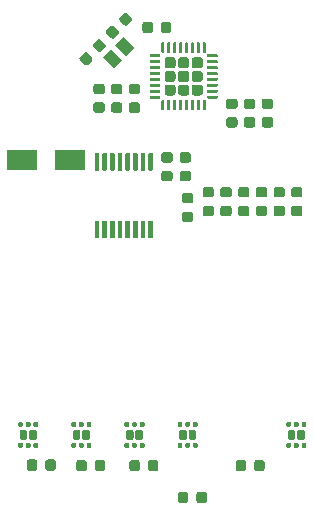
<source format=gbr>
G04 #@! TF.GenerationSoftware,KiCad,Pcbnew,5.1.5+dfsg1-2build2*
G04 #@! TF.CreationDate,2022-01-20T09:43:14-08:00*
G04 #@! TF.ProjectId,pcb_v1,7063625f-7631-42e6-9b69-6361645f7063,rev?*
G04 #@! TF.SameCoordinates,Original*
G04 #@! TF.FileFunction,Paste,Top*
G04 #@! TF.FilePolarity,Positive*
%FSLAX46Y46*%
G04 Gerber Fmt 4.6, Leading zero omitted, Abs format (unit mm)*
G04 Created by KiCad (PCBNEW 5.1.5+dfsg1-2build2) date 2022-01-20 09:43:14*
%MOMM*%
%LPD*%
G04 APERTURE LIST*
%ADD10C,0.100000*%
%ADD11R,2.500000X1.800000*%
G04 APERTURE END LIST*
D10*
G36*
X161275683Y-121095770D02*
G01*
X161291214Y-121098074D01*
X161306446Y-121101890D01*
X161321229Y-121107179D01*
X161335423Y-121113893D01*
X161348891Y-121121965D01*
X161361503Y-121131318D01*
X161373137Y-121141863D01*
X161383682Y-121153497D01*
X161393035Y-121166109D01*
X161401107Y-121179577D01*
X161407821Y-121193771D01*
X161413110Y-121208554D01*
X161416926Y-121223786D01*
X161419230Y-121239317D01*
X161420000Y-121255000D01*
X161420000Y-121745000D01*
X161419230Y-121760683D01*
X161416926Y-121776214D01*
X161413110Y-121791446D01*
X161407821Y-121806229D01*
X161401107Y-121820423D01*
X161393035Y-121833891D01*
X161383682Y-121846503D01*
X161373137Y-121858137D01*
X161361503Y-121868682D01*
X161348891Y-121878035D01*
X161335423Y-121886107D01*
X161321229Y-121892821D01*
X161306446Y-121898110D01*
X161291214Y-121901926D01*
X161275683Y-121904230D01*
X161260000Y-121905000D01*
X160940000Y-121905000D01*
X160924317Y-121904230D01*
X160908786Y-121901926D01*
X160893554Y-121898110D01*
X160878771Y-121892821D01*
X160864577Y-121886107D01*
X160851109Y-121878035D01*
X160838497Y-121868682D01*
X160826863Y-121858137D01*
X160816318Y-121846503D01*
X160806965Y-121833891D01*
X160798893Y-121820423D01*
X160792179Y-121806229D01*
X160786890Y-121791446D01*
X160783074Y-121776214D01*
X160780770Y-121760683D01*
X160780000Y-121745000D01*
X160780000Y-121255000D01*
X160780770Y-121239317D01*
X160783074Y-121223786D01*
X160786890Y-121208554D01*
X160792179Y-121193771D01*
X160798893Y-121179577D01*
X160806965Y-121166109D01*
X160816318Y-121153497D01*
X160826863Y-121141863D01*
X160838497Y-121131318D01*
X160851109Y-121121965D01*
X160864577Y-121113893D01*
X160878771Y-121107179D01*
X160893554Y-121101890D01*
X160908786Y-121098074D01*
X160924317Y-121095770D01*
X160940000Y-121095000D01*
X161260000Y-121095000D01*
X161275683Y-121095770D01*
G37*
G36*
X162075683Y-121095770D02*
G01*
X162091214Y-121098074D01*
X162106446Y-121101890D01*
X162121229Y-121107179D01*
X162135423Y-121113893D01*
X162148891Y-121121965D01*
X162161503Y-121131318D01*
X162173137Y-121141863D01*
X162183682Y-121153497D01*
X162193035Y-121166109D01*
X162201107Y-121179577D01*
X162207821Y-121193771D01*
X162213110Y-121208554D01*
X162216926Y-121223786D01*
X162219230Y-121239317D01*
X162220000Y-121255000D01*
X162220000Y-121745000D01*
X162219230Y-121760683D01*
X162216926Y-121776214D01*
X162213110Y-121791446D01*
X162207821Y-121806229D01*
X162201107Y-121820423D01*
X162193035Y-121833891D01*
X162183682Y-121846503D01*
X162173137Y-121858137D01*
X162161503Y-121868682D01*
X162148891Y-121878035D01*
X162135423Y-121886107D01*
X162121229Y-121892821D01*
X162106446Y-121898110D01*
X162091214Y-121901926D01*
X162075683Y-121904230D01*
X162060000Y-121905000D01*
X161740000Y-121905000D01*
X161724317Y-121904230D01*
X161708786Y-121901926D01*
X161693554Y-121898110D01*
X161678771Y-121892821D01*
X161664577Y-121886107D01*
X161651109Y-121878035D01*
X161638497Y-121868682D01*
X161626863Y-121858137D01*
X161616318Y-121846503D01*
X161606965Y-121833891D01*
X161598893Y-121820423D01*
X161592179Y-121806229D01*
X161586890Y-121791446D01*
X161583074Y-121776214D01*
X161580770Y-121760683D01*
X161580000Y-121745000D01*
X161580000Y-121255000D01*
X161580770Y-121239317D01*
X161583074Y-121223786D01*
X161586890Y-121208554D01*
X161592179Y-121193771D01*
X161598893Y-121179577D01*
X161606965Y-121166109D01*
X161616318Y-121153497D01*
X161626863Y-121141863D01*
X161638497Y-121131318D01*
X161651109Y-121121965D01*
X161664577Y-121113893D01*
X161678771Y-121107179D01*
X161693554Y-121101890D01*
X161708786Y-121098074D01*
X161724317Y-121095770D01*
X161740000Y-121095000D01*
X162060000Y-121095000D01*
X162075683Y-121095770D01*
G37*
G36*
X162265439Y-122200451D02*
G01*
X162274540Y-122201801D01*
X162283464Y-122204037D01*
X162292127Y-122207136D01*
X162300443Y-122211070D01*
X162308335Y-122215800D01*
X162315724Y-122221280D01*
X162322541Y-122227459D01*
X162328720Y-122234276D01*
X162334200Y-122241665D01*
X162338930Y-122249557D01*
X162342864Y-122257873D01*
X162345963Y-122266536D01*
X162348199Y-122275460D01*
X162349549Y-122284561D01*
X162350000Y-122293750D01*
X162350000Y-122481250D01*
X162349549Y-122490439D01*
X162348199Y-122499540D01*
X162345963Y-122508464D01*
X162342864Y-122517127D01*
X162338930Y-122525443D01*
X162334200Y-122533335D01*
X162328720Y-122540724D01*
X162322541Y-122547541D01*
X162315724Y-122553720D01*
X162308335Y-122559200D01*
X162300443Y-122563930D01*
X162292127Y-122567864D01*
X162283464Y-122570963D01*
X162274540Y-122573199D01*
X162265439Y-122574549D01*
X162256250Y-122575000D01*
X162043750Y-122575000D01*
X162034561Y-122574549D01*
X162025460Y-122573199D01*
X162016536Y-122570963D01*
X162007873Y-122567864D01*
X161999557Y-122563930D01*
X161991665Y-122559200D01*
X161984276Y-122553720D01*
X161977459Y-122547541D01*
X161971280Y-122540724D01*
X161965800Y-122533335D01*
X161961070Y-122525443D01*
X161957136Y-122517127D01*
X161954037Y-122508464D01*
X161951801Y-122499540D01*
X161950451Y-122490439D01*
X161950000Y-122481250D01*
X161950000Y-122293750D01*
X161950451Y-122284561D01*
X161951801Y-122275460D01*
X161954037Y-122266536D01*
X161957136Y-122257873D01*
X161961070Y-122249557D01*
X161965800Y-122241665D01*
X161971280Y-122234276D01*
X161977459Y-122227459D01*
X161984276Y-122221280D01*
X161991665Y-122215800D01*
X161999557Y-122211070D01*
X162007873Y-122207136D01*
X162016536Y-122204037D01*
X162025460Y-122201801D01*
X162034561Y-122200451D01*
X162043750Y-122200000D01*
X162256250Y-122200000D01*
X162265439Y-122200451D01*
G37*
G36*
X161615439Y-122200451D02*
G01*
X161624540Y-122201801D01*
X161633464Y-122204037D01*
X161642127Y-122207136D01*
X161650443Y-122211070D01*
X161658335Y-122215800D01*
X161665724Y-122221280D01*
X161672541Y-122227459D01*
X161678720Y-122234276D01*
X161684200Y-122241665D01*
X161688930Y-122249557D01*
X161692864Y-122257873D01*
X161695963Y-122266536D01*
X161698199Y-122275460D01*
X161699549Y-122284561D01*
X161700000Y-122293750D01*
X161700000Y-122481250D01*
X161699549Y-122490439D01*
X161698199Y-122499540D01*
X161695963Y-122508464D01*
X161692864Y-122517127D01*
X161688930Y-122525443D01*
X161684200Y-122533335D01*
X161678720Y-122540724D01*
X161672541Y-122547541D01*
X161665724Y-122553720D01*
X161658335Y-122559200D01*
X161650443Y-122563930D01*
X161642127Y-122567864D01*
X161633464Y-122570963D01*
X161624540Y-122573199D01*
X161615439Y-122574549D01*
X161606250Y-122575000D01*
X161393750Y-122575000D01*
X161384561Y-122574549D01*
X161375460Y-122573199D01*
X161366536Y-122570963D01*
X161357873Y-122567864D01*
X161349557Y-122563930D01*
X161341665Y-122559200D01*
X161334276Y-122553720D01*
X161327459Y-122547541D01*
X161321280Y-122540724D01*
X161315800Y-122533335D01*
X161311070Y-122525443D01*
X161307136Y-122517127D01*
X161304037Y-122508464D01*
X161301801Y-122499540D01*
X161300451Y-122490439D01*
X161300000Y-122481250D01*
X161300000Y-122293750D01*
X161300451Y-122284561D01*
X161301801Y-122275460D01*
X161304037Y-122266536D01*
X161307136Y-122257873D01*
X161311070Y-122249557D01*
X161315800Y-122241665D01*
X161321280Y-122234276D01*
X161327459Y-122227459D01*
X161334276Y-122221280D01*
X161341665Y-122215800D01*
X161349557Y-122211070D01*
X161357873Y-122207136D01*
X161366536Y-122204037D01*
X161375460Y-122201801D01*
X161384561Y-122200451D01*
X161393750Y-122200000D01*
X161606250Y-122200000D01*
X161615439Y-122200451D01*
G37*
G36*
X160965439Y-122200451D02*
G01*
X160974540Y-122201801D01*
X160983464Y-122204037D01*
X160992127Y-122207136D01*
X161000443Y-122211070D01*
X161008335Y-122215800D01*
X161015724Y-122221280D01*
X161022541Y-122227459D01*
X161028720Y-122234276D01*
X161034200Y-122241665D01*
X161038930Y-122249557D01*
X161042864Y-122257873D01*
X161045963Y-122266536D01*
X161048199Y-122275460D01*
X161049549Y-122284561D01*
X161050000Y-122293750D01*
X161050000Y-122481250D01*
X161049549Y-122490439D01*
X161048199Y-122499540D01*
X161045963Y-122508464D01*
X161042864Y-122517127D01*
X161038930Y-122525443D01*
X161034200Y-122533335D01*
X161028720Y-122540724D01*
X161022541Y-122547541D01*
X161015724Y-122553720D01*
X161008335Y-122559200D01*
X161000443Y-122563930D01*
X160992127Y-122567864D01*
X160983464Y-122570963D01*
X160974540Y-122573199D01*
X160965439Y-122574549D01*
X160956250Y-122575000D01*
X160743750Y-122575000D01*
X160734561Y-122574549D01*
X160725460Y-122573199D01*
X160716536Y-122570963D01*
X160707873Y-122567864D01*
X160699557Y-122563930D01*
X160691665Y-122559200D01*
X160684276Y-122553720D01*
X160677459Y-122547541D01*
X160671280Y-122540724D01*
X160665800Y-122533335D01*
X160661070Y-122525443D01*
X160657136Y-122517127D01*
X160654037Y-122508464D01*
X160651801Y-122499540D01*
X160650451Y-122490439D01*
X160650000Y-122481250D01*
X160650000Y-122293750D01*
X160650451Y-122284561D01*
X160651801Y-122275460D01*
X160654037Y-122266536D01*
X160657136Y-122257873D01*
X160661070Y-122249557D01*
X160665800Y-122241665D01*
X160671280Y-122234276D01*
X160677459Y-122227459D01*
X160684276Y-122221280D01*
X160691665Y-122215800D01*
X160699557Y-122211070D01*
X160707873Y-122207136D01*
X160716536Y-122204037D01*
X160725460Y-122201801D01*
X160734561Y-122200451D01*
X160743750Y-122200000D01*
X160956250Y-122200000D01*
X160965439Y-122200451D01*
G37*
G36*
X160965439Y-120425451D02*
G01*
X160974540Y-120426801D01*
X160983464Y-120429037D01*
X160992127Y-120432136D01*
X161000443Y-120436070D01*
X161008335Y-120440800D01*
X161015724Y-120446280D01*
X161022541Y-120452459D01*
X161028720Y-120459276D01*
X161034200Y-120466665D01*
X161038930Y-120474557D01*
X161042864Y-120482873D01*
X161045963Y-120491536D01*
X161048199Y-120500460D01*
X161049549Y-120509561D01*
X161050000Y-120518750D01*
X161050000Y-120706250D01*
X161049549Y-120715439D01*
X161048199Y-120724540D01*
X161045963Y-120733464D01*
X161042864Y-120742127D01*
X161038930Y-120750443D01*
X161034200Y-120758335D01*
X161028720Y-120765724D01*
X161022541Y-120772541D01*
X161015724Y-120778720D01*
X161008335Y-120784200D01*
X161000443Y-120788930D01*
X160992127Y-120792864D01*
X160983464Y-120795963D01*
X160974540Y-120798199D01*
X160965439Y-120799549D01*
X160956250Y-120800000D01*
X160743750Y-120800000D01*
X160734561Y-120799549D01*
X160725460Y-120798199D01*
X160716536Y-120795963D01*
X160707873Y-120792864D01*
X160699557Y-120788930D01*
X160691665Y-120784200D01*
X160684276Y-120778720D01*
X160677459Y-120772541D01*
X160671280Y-120765724D01*
X160665800Y-120758335D01*
X160661070Y-120750443D01*
X160657136Y-120742127D01*
X160654037Y-120733464D01*
X160651801Y-120724540D01*
X160650451Y-120715439D01*
X160650000Y-120706250D01*
X160650000Y-120518750D01*
X160650451Y-120509561D01*
X160651801Y-120500460D01*
X160654037Y-120491536D01*
X160657136Y-120482873D01*
X160661070Y-120474557D01*
X160665800Y-120466665D01*
X160671280Y-120459276D01*
X160677459Y-120452459D01*
X160684276Y-120446280D01*
X160691665Y-120440800D01*
X160699557Y-120436070D01*
X160707873Y-120432136D01*
X160716536Y-120429037D01*
X160725460Y-120426801D01*
X160734561Y-120425451D01*
X160743750Y-120425000D01*
X160956250Y-120425000D01*
X160965439Y-120425451D01*
G37*
G36*
X161615439Y-120425451D02*
G01*
X161624540Y-120426801D01*
X161633464Y-120429037D01*
X161642127Y-120432136D01*
X161650443Y-120436070D01*
X161658335Y-120440800D01*
X161665724Y-120446280D01*
X161672541Y-120452459D01*
X161678720Y-120459276D01*
X161684200Y-120466665D01*
X161688930Y-120474557D01*
X161692864Y-120482873D01*
X161695963Y-120491536D01*
X161698199Y-120500460D01*
X161699549Y-120509561D01*
X161700000Y-120518750D01*
X161700000Y-120706250D01*
X161699549Y-120715439D01*
X161698199Y-120724540D01*
X161695963Y-120733464D01*
X161692864Y-120742127D01*
X161688930Y-120750443D01*
X161684200Y-120758335D01*
X161678720Y-120765724D01*
X161672541Y-120772541D01*
X161665724Y-120778720D01*
X161658335Y-120784200D01*
X161650443Y-120788930D01*
X161642127Y-120792864D01*
X161633464Y-120795963D01*
X161624540Y-120798199D01*
X161615439Y-120799549D01*
X161606250Y-120800000D01*
X161393750Y-120800000D01*
X161384561Y-120799549D01*
X161375460Y-120798199D01*
X161366536Y-120795963D01*
X161357873Y-120792864D01*
X161349557Y-120788930D01*
X161341665Y-120784200D01*
X161334276Y-120778720D01*
X161327459Y-120772541D01*
X161321280Y-120765724D01*
X161315800Y-120758335D01*
X161311070Y-120750443D01*
X161307136Y-120742127D01*
X161304037Y-120733464D01*
X161301801Y-120724540D01*
X161300451Y-120715439D01*
X161300000Y-120706250D01*
X161300000Y-120518750D01*
X161300451Y-120509561D01*
X161301801Y-120500460D01*
X161304037Y-120491536D01*
X161307136Y-120482873D01*
X161311070Y-120474557D01*
X161315800Y-120466665D01*
X161321280Y-120459276D01*
X161327459Y-120452459D01*
X161334276Y-120446280D01*
X161341665Y-120440800D01*
X161349557Y-120436070D01*
X161357873Y-120432136D01*
X161366536Y-120429037D01*
X161375460Y-120426801D01*
X161384561Y-120425451D01*
X161393750Y-120425000D01*
X161606250Y-120425000D01*
X161615439Y-120425451D01*
G37*
G36*
X162265439Y-120425451D02*
G01*
X162274540Y-120426801D01*
X162283464Y-120429037D01*
X162292127Y-120432136D01*
X162300443Y-120436070D01*
X162308335Y-120440800D01*
X162315724Y-120446280D01*
X162322541Y-120452459D01*
X162328720Y-120459276D01*
X162334200Y-120466665D01*
X162338930Y-120474557D01*
X162342864Y-120482873D01*
X162345963Y-120491536D01*
X162348199Y-120500460D01*
X162349549Y-120509561D01*
X162350000Y-120518750D01*
X162350000Y-120706250D01*
X162349549Y-120715439D01*
X162348199Y-120724540D01*
X162345963Y-120733464D01*
X162342864Y-120742127D01*
X162338930Y-120750443D01*
X162334200Y-120758335D01*
X162328720Y-120765724D01*
X162322541Y-120772541D01*
X162315724Y-120778720D01*
X162308335Y-120784200D01*
X162300443Y-120788930D01*
X162292127Y-120792864D01*
X162283464Y-120795963D01*
X162274540Y-120798199D01*
X162265439Y-120799549D01*
X162256250Y-120800000D01*
X162043750Y-120800000D01*
X162034561Y-120799549D01*
X162025460Y-120798199D01*
X162016536Y-120795963D01*
X162007873Y-120792864D01*
X161999557Y-120788930D01*
X161991665Y-120784200D01*
X161984276Y-120778720D01*
X161977459Y-120772541D01*
X161971280Y-120765724D01*
X161965800Y-120758335D01*
X161961070Y-120750443D01*
X161957136Y-120742127D01*
X161954037Y-120733464D01*
X161951801Y-120724540D01*
X161950451Y-120715439D01*
X161950000Y-120706250D01*
X161950000Y-120518750D01*
X161950451Y-120509561D01*
X161951801Y-120500460D01*
X161954037Y-120491536D01*
X161957136Y-120482873D01*
X161961070Y-120474557D01*
X161965800Y-120466665D01*
X161971280Y-120459276D01*
X161977459Y-120452459D01*
X161984276Y-120446280D01*
X161991665Y-120440800D01*
X161999557Y-120436070D01*
X162007873Y-120432136D01*
X162016536Y-120429037D01*
X162025460Y-120426801D01*
X162034561Y-120425451D01*
X162043750Y-120425000D01*
X162256250Y-120425000D01*
X162265439Y-120425451D01*
G37*
G36*
X175277691Y-101026053D02*
G01*
X175298926Y-101029203D01*
X175319750Y-101034419D01*
X175339962Y-101041651D01*
X175359368Y-101050830D01*
X175377781Y-101061866D01*
X175395024Y-101074654D01*
X175410930Y-101089070D01*
X175425346Y-101104976D01*
X175438134Y-101122219D01*
X175449170Y-101140632D01*
X175458349Y-101160038D01*
X175465581Y-101180250D01*
X175470797Y-101201074D01*
X175473947Y-101222309D01*
X175475000Y-101243750D01*
X175475000Y-101681250D01*
X175473947Y-101702691D01*
X175470797Y-101723926D01*
X175465581Y-101744750D01*
X175458349Y-101764962D01*
X175449170Y-101784368D01*
X175438134Y-101802781D01*
X175425346Y-101820024D01*
X175410930Y-101835930D01*
X175395024Y-101850346D01*
X175377781Y-101863134D01*
X175359368Y-101874170D01*
X175339962Y-101883349D01*
X175319750Y-101890581D01*
X175298926Y-101895797D01*
X175277691Y-101898947D01*
X175256250Y-101900000D01*
X174743750Y-101900000D01*
X174722309Y-101898947D01*
X174701074Y-101895797D01*
X174680250Y-101890581D01*
X174660038Y-101883349D01*
X174640632Y-101874170D01*
X174622219Y-101863134D01*
X174604976Y-101850346D01*
X174589070Y-101835930D01*
X174574654Y-101820024D01*
X174561866Y-101802781D01*
X174550830Y-101784368D01*
X174541651Y-101764962D01*
X174534419Y-101744750D01*
X174529203Y-101723926D01*
X174526053Y-101702691D01*
X174525000Y-101681250D01*
X174525000Y-101243750D01*
X174526053Y-101222309D01*
X174529203Y-101201074D01*
X174534419Y-101180250D01*
X174541651Y-101160038D01*
X174550830Y-101140632D01*
X174561866Y-101122219D01*
X174574654Y-101104976D01*
X174589070Y-101089070D01*
X174604976Y-101074654D01*
X174622219Y-101061866D01*
X174640632Y-101050830D01*
X174660038Y-101041651D01*
X174680250Y-101034419D01*
X174701074Y-101029203D01*
X174722309Y-101026053D01*
X174743750Y-101025000D01*
X175256250Y-101025000D01*
X175277691Y-101026053D01*
G37*
G36*
X175277691Y-102601053D02*
G01*
X175298926Y-102604203D01*
X175319750Y-102609419D01*
X175339962Y-102616651D01*
X175359368Y-102625830D01*
X175377781Y-102636866D01*
X175395024Y-102649654D01*
X175410930Y-102664070D01*
X175425346Y-102679976D01*
X175438134Y-102697219D01*
X175449170Y-102715632D01*
X175458349Y-102735038D01*
X175465581Y-102755250D01*
X175470797Y-102776074D01*
X175473947Y-102797309D01*
X175475000Y-102818750D01*
X175475000Y-103256250D01*
X175473947Y-103277691D01*
X175470797Y-103298926D01*
X175465581Y-103319750D01*
X175458349Y-103339962D01*
X175449170Y-103359368D01*
X175438134Y-103377781D01*
X175425346Y-103395024D01*
X175410930Y-103410930D01*
X175395024Y-103425346D01*
X175377781Y-103438134D01*
X175359368Y-103449170D01*
X175339962Y-103458349D01*
X175319750Y-103465581D01*
X175298926Y-103470797D01*
X175277691Y-103473947D01*
X175256250Y-103475000D01*
X174743750Y-103475000D01*
X174722309Y-103473947D01*
X174701074Y-103470797D01*
X174680250Y-103465581D01*
X174660038Y-103458349D01*
X174640632Y-103449170D01*
X174622219Y-103438134D01*
X174604976Y-103425346D01*
X174589070Y-103410930D01*
X174574654Y-103395024D01*
X174561866Y-103377781D01*
X174550830Y-103359368D01*
X174541651Y-103339962D01*
X174534419Y-103319750D01*
X174529203Y-103298926D01*
X174526053Y-103277691D01*
X174525000Y-103256250D01*
X174525000Y-102818750D01*
X174526053Y-102797309D01*
X174529203Y-102776074D01*
X174534419Y-102755250D01*
X174541651Y-102735038D01*
X174550830Y-102715632D01*
X174561866Y-102697219D01*
X174574654Y-102679976D01*
X174589070Y-102664070D01*
X174604976Y-102649654D01*
X174622219Y-102636866D01*
X174640632Y-102625830D01*
X174660038Y-102616651D01*
X174680250Y-102609419D01*
X174701074Y-102604203D01*
X174722309Y-102601053D01*
X174743750Y-102600000D01*
X175256250Y-102600000D01*
X175277691Y-102601053D01*
G37*
G36*
X162065191Y-123576053D02*
G01*
X162086426Y-123579203D01*
X162107250Y-123584419D01*
X162127462Y-123591651D01*
X162146868Y-123600830D01*
X162165281Y-123611866D01*
X162182524Y-123624654D01*
X162198430Y-123639070D01*
X162212846Y-123654976D01*
X162225634Y-123672219D01*
X162236670Y-123690632D01*
X162245849Y-123710038D01*
X162253081Y-123730250D01*
X162258297Y-123751074D01*
X162261447Y-123772309D01*
X162262500Y-123793750D01*
X162262500Y-124306250D01*
X162261447Y-124327691D01*
X162258297Y-124348926D01*
X162253081Y-124369750D01*
X162245849Y-124389962D01*
X162236670Y-124409368D01*
X162225634Y-124427781D01*
X162212846Y-124445024D01*
X162198430Y-124460930D01*
X162182524Y-124475346D01*
X162165281Y-124488134D01*
X162146868Y-124499170D01*
X162127462Y-124508349D01*
X162107250Y-124515581D01*
X162086426Y-124520797D01*
X162065191Y-124523947D01*
X162043750Y-124525000D01*
X161606250Y-124525000D01*
X161584809Y-124523947D01*
X161563574Y-124520797D01*
X161542750Y-124515581D01*
X161522538Y-124508349D01*
X161503132Y-124499170D01*
X161484719Y-124488134D01*
X161467476Y-124475346D01*
X161451570Y-124460930D01*
X161437154Y-124445024D01*
X161424366Y-124427781D01*
X161413330Y-124409368D01*
X161404151Y-124389962D01*
X161396919Y-124369750D01*
X161391703Y-124348926D01*
X161388553Y-124327691D01*
X161387500Y-124306250D01*
X161387500Y-123793750D01*
X161388553Y-123772309D01*
X161391703Y-123751074D01*
X161396919Y-123730250D01*
X161404151Y-123710038D01*
X161413330Y-123690632D01*
X161424366Y-123672219D01*
X161437154Y-123654976D01*
X161451570Y-123639070D01*
X161467476Y-123624654D01*
X161484719Y-123611866D01*
X161503132Y-123600830D01*
X161522538Y-123591651D01*
X161542750Y-123584419D01*
X161563574Y-123579203D01*
X161584809Y-123576053D01*
X161606250Y-123575000D01*
X162043750Y-123575000D01*
X162065191Y-123576053D01*
G37*
G36*
X163640191Y-123576053D02*
G01*
X163661426Y-123579203D01*
X163682250Y-123584419D01*
X163702462Y-123591651D01*
X163721868Y-123600830D01*
X163740281Y-123611866D01*
X163757524Y-123624654D01*
X163773430Y-123639070D01*
X163787846Y-123654976D01*
X163800634Y-123672219D01*
X163811670Y-123690632D01*
X163820849Y-123710038D01*
X163828081Y-123730250D01*
X163833297Y-123751074D01*
X163836447Y-123772309D01*
X163837500Y-123793750D01*
X163837500Y-124306250D01*
X163836447Y-124327691D01*
X163833297Y-124348926D01*
X163828081Y-124369750D01*
X163820849Y-124389962D01*
X163811670Y-124409368D01*
X163800634Y-124427781D01*
X163787846Y-124445024D01*
X163773430Y-124460930D01*
X163757524Y-124475346D01*
X163740281Y-124488134D01*
X163721868Y-124499170D01*
X163702462Y-124508349D01*
X163682250Y-124515581D01*
X163661426Y-124520797D01*
X163640191Y-124523947D01*
X163618750Y-124525000D01*
X163181250Y-124525000D01*
X163159809Y-124523947D01*
X163138574Y-124520797D01*
X163117750Y-124515581D01*
X163097538Y-124508349D01*
X163078132Y-124499170D01*
X163059719Y-124488134D01*
X163042476Y-124475346D01*
X163026570Y-124460930D01*
X163012154Y-124445024D01*
X162999366Y-124427781D01*
X162988330Y-124409368D01*
X162979151Y-124389962D01*
X162971919Y-124369750D01*
X162966703Y-124348926D01*
X162963553Y-124327691D01*
X162962500Y-124306250D01*
X162962500Y-123793750D01*
X162963553Y-123772309D01*
X162966703Y-123751074D01*
X162971919Y-123730250D01*
X162979151Y-123710038D01*
X162988330Y-123690632D01*
X162999366Y-123672219D01*
X163012154Y-123654976D01*
X163026570Y-123639070D01*
X163042476Y-123624654D01*
X163059719Y-123611866D01*
X163078132Y-123600830D01*
X163097538Y-123591651D01*
X163117750Y-123584419D01*
X163138574Y-123579203D01*
X163159809Y-123576053D01*
X163181250Y-123575000D01*
X163618750Y-123575000D01*
X163640191Y-123576053D01*
G37*
G36*
X168084802Y-97650482D02*
G01*
X168094509Y-97651921D01*
X168104028Y-97654306D01*
X168113268Y-97657612D01*
X168122140Y-97661808D01*
X168130557Y-97666853D01*
X168138439Y-97672699D01*
X168145711Y-97679289D01*
X168152301Y-97686561D01*
X168158147Y-97694443D01*
X168163192Y-97702860D01*
X168167388Y-97711732D01*
X168170694Y-97720972D01*
X168173079Y-97730491D01*
X168174518Y-97740198D01*
X168175000Y-97750000D01*
X168175000Y-99025000D01*
X168174518Y-99034802D01*
X168173079Y-99044509D01*
X168170694Y-99054028D01*
X168167388Y-99063268D01*
X168163192Y-99072140D01*
X168158147Y-99080557D01*
X168152301Y-99088439D01*
X168145711Y-99095711D01*
X168138439Y-99102301D01*
X168130557Y-99108147D01*
X168122140Y-99113192D01*
X168113268Y-99117388D01*
X168104028Y-99120694D01*
X168094509Y-99123079D01*
X168084802Y-99124518D01*
X168075000Y-99125000D01*
X167875000Y-99125000D01*
X167865198Y-99124518D01*
X167855491Y-99123079D01*
X167845972Y-99120694D01*
X167836732Y-99117388D01*
X167827860Y-99113192D01*
X167819443Y-99108147D01*
X167811561Y-99102301D01*
X167804289Y-99095711D01*
X167797699Y-99088439D01*
X167791853Y-99080557D01*
X167786808Y-99072140D01*
X167782612Y-99063268D01*
X167779306Y-99054028D01*
X167776921Y-99044509D01*
X167775482Y-99034802D01*
X167775000Y-99025000D01*
X167775000Y-97750000D01*
X167775482Y-97740198D01*
X167776921Y-97730491D01*
X167779306Y-97720972D01*
X167782612Y-97711732D01*
X167786808Y-97702860D01*
X167791853Y-97694443D01*
X167797699Y-97686561D01*
X167804289Y-97679289D01*
X167811561Y-97672699D01*
X167819443Y-97666853D01*
X167827860Y-97661808D01*
X167836732Y-97657612D01*
X167845972Y-97654306D01*
X167855491Y-97651921D01*
X167865198Y-97650482D01*
X167875000Y-97650000D01*
X168075000Y-97650000D01*
X168084802Y-97650482D01*
G37*
G36*
X170684802Y-103375482D02*
G01*
X170694509Y-103376921D01*
X170704028Y-103379306D01*
X170713268Y-103382612D01*
X170722140Y-103386808D01*
X170730557Y-103391853D01*
X170738439Y-103397699D01*
X170745711Y-103404289D01*
X170752301Y-103411561D01*
X170758147Y-103419443D01*
X170763192Y-103427860D01*
X170767388Y-103436732D01*
X170770694Y-103445972D01*
X170773079Y-103455491D01*
X170774518Y-103465198D01*
X170775000Y-103475000D01*
X170775000Y-104750000D01*
X170774518Y-104759802D01*
X170773079Y-104769509D01*
X170770694Y-104779028D01*
X170767388Y-104788268D01*
X170763192Y-104797140D01*
X170758147Y-104805557D01*
X170752301Y-104813439D01*
X170745711Y-104820711D01*
X170738439Y-104827301D01*
X170730557Y-104833147D01*
X170722140Y-104838192D01*
X170713268Y-104842388D01*
X170704028Y-104845694D01*
X170694509Y-104848079D01*
X170684802Y-104849518D01*
X170675000Y-104850000D01*
X170475000Y-104850000D01*
X170465198Y-104849518D01*
X170455491Y-104848079D01*
X170445972Y-104845694D01*
X170436732Y-104842388D01*
X170427860Y-104838192D01*
X170419443Y-104833147D01*
X170411561Y-104827301D01*
X170404289Y-104820711D01*
X170397699Y-104813439D01*
X170391853Y-104805557D01*
X170386808Y-104797140D01*
X170382612Y-104788268D01*
X170379306Y-104779028D01*
X170376921Y-104769509D01*
X170375482Y-104759802D01*
X170375000Y-104750000D01*
X170375000Y-103475000D01*
X170375482Y-103465198D01*
X170376921Y-103455491D01*
X170379306Y-103445972D01*
X170382612Y-103436732D01*
X170386808Y-103427860D01*
X170391853Y-103419443D01*
X170397699Y-103411561D01*
X170404289Y-103404289D01*
X170411561Y-103397699D01*
X170419443Y-103391853D01*
X170427860Y-103386808D01*
X170436732Y-103382612D01*
X170445972Y-103379306D01*
X170455491Y-103376921D01*
X170465198Y-103375482D01*
X170475000Y-103375000D01*
X170675000Y-103375000D01*
X170684802Y-103375482D01*
G37*
G36*
X171334802Y-97650482D02*
G01*
X171344509Y-97651921D01*
X171354028Y-97654306D01*
X171363268Y-97657612D01*
X171372140Y-97661808D01*
X171380557Y-97666853D01*
X171388439Y-97672699D01*
X171395711Y-97679289D01*
X171402301Y-97686561D01*
X171408147Y-97694443D01*
X171413192Y-97702860D01*
X171417388Y-97711732D01*
X171420694Y-97720972D01*
X171423079Y-97730491D01*
X171424518Y-97740198D01*
X171425000Y-97750000D01*
X171425000Y-99025000D01*
X171424518Y-99034802D01*
X171423079Y-99044509D01*
X171420694Y-99054028D01*
X171417388Y-99063268D01*
X171413192Y-99072140D01*
X171408147Y-99080557D01*
X171402301Y-99088439D01*
X171395711Y-99095711D01*
X171388439Y-99102301D01*
X171380557Y-99108147D01*
X171372140Y-99113192D01*
X171363268Y-99117388D01*
X171354028Y-99120694D01*
X171344509Y-99123079D01*
X171334802Y-99124518D01*
X171325000Y-99125000D01*
X171125000Y-99125000D01*
X171115198Y-99124518D01*
X171105491Y-99123079D01*
X171095972Y-99120694D01*
X171086732Y-99117388D01*
X171077860Y-99113192D01*
X171069443Y-99108147D01*
X171061561Y-99102301D01*
X171054289Y-99095711D01*
X171047699Y-99088439D01*
X171041853Y-99080557D01*
X171036808Y-99072140D01*
X171032612Y-99063268D01*
X171029306Y-99054028D01*
X171026921Y-99044509D01*
X171025482Y-99034802D01*
X171025000Y-99025000D01*
X171025000Y-97750000D01*
X171025482Y-97740198D01*
X171026921Y-97730491D01*
X171029306Y-97720972D01*
X171032612Y-97711732D01*
X171036808Y-97702860D01*
X171041853Y-97694443D01*
X171047699Y-97686561D01*
X171054289Y-97679289D01*
X171061561Y-97672699D01*
X171069443Y-97666853D01*
X171077860Y-97661808D01*
X171086732Y-97657612D01*
X171095972Y-97654306D01*
X171105491Y-97651921D01*
X171115198Y-97650482D01*
X171125000Y-97650000D01*
X171325000Y-97650000D01*
X171334802Y-97650482D01*
G37*
G36*
X171984802Y-103375482D02*
G01*
X171994509Y-103376921D01*
X172004028Y-103379306D01*
X172013268Y-103382612D01*
X172022140Y-103386808D01*
X172030557Y-103391853D01*
X172038439Y-103397699D01*
X172045711Y-103404289D01*
X172052301Y-103411561D01*
X172058147Y-103419443D01*
X172063192Y-103427860D01*
X172067388Y-103436732D01*
X172070694Y-103445972D01*
X172073079Y-103455491D01*
X172074518Y-103465198D01*
X172075000Y-103475000D01*
X172075000Y-104750000D01*
X172074518Y-104759802D01*
X172073079Y-104769509D01*
X172070694Y-104779028D01*
X172067388Y-104788268D01*
X172063192Y-104797140D01*
X172058147Y-104805557D01*
X172052301Y-104813439D01*
X172045711Y-104820711D01*
X172038439Y-104827301D01*
X172030557Y-104833147D01*
X172022140Y-104838192D01*
X172013268Y-104842388D01*
X172004028Y-104845694D01*
X171994509Y-104848079D01*
X171984802Y-104849518D01*
X171975000Y-104850000D01*
X171775000Y-104850000D01*
X171765198Y-104849518D01*
X171755491Y-104848079D01*
X171745972Y-104845694D01*
X171736732Y-104842388D01*
X171727860Y-104838192D01*
X171719443Y-104833147D01*
X171711561Y-104827301D01*
X171704289Y-104820711D01*
X171697699Y-104813439D01*
X171691853Y-104805557D01*
X171686808Y-104797140D01*
X171682612Y-104788268D01*
X171679306Y-104779028D01*
X171676921Y-104769509D01*
X171675482Y-104759802D01*
X171675000Y-104750000D01*
X171675000Y-103475000D01*
X171675482Y-103465198D01*
X171676921Y-103455491D01*
X171679306Y-103445972D01*
X171682612Y-103436732D01*
X171686808Y-103427860D01*
X171691853Y-103419443D01*
X171697699Y-103411561D01*
X171704289Y-103404289D01*
X171711561Y-103397699D01*
X171719443Y-103391853D01*
X171727860Y-103386808D01*
X171736732Y-103382612D01*
X171745972Y-103379306D01*
X171755491Y-103376921D01*
X171765198Y-103375482D01*
X171775000Y-103375000D01*
X171975000Y-103375000D01*
X171984802Y-103375482D01*
G37*
G36*
X169384802Y-103375482D02*
G01*
X169394509Y-103376921D01*
X169404028Y-103379306D01*
X169413268Y-103382612D01*
X169422140Y-103386808D01*
X169430557Y-103391853D01*
X169438439Y-103397699D01*
X169445711Y-103404289D01*
X169452301Y-103411561D01*
X169458147Y-103419443D01*
X169463192Y-103427860D01*
X169467388Y-103436732D01*
X169470694Y-103445972D01*
X169473079Y-103455491D01*
X169474518Y-103465198D01*
X169475000Y-103475000D01*
X169475000Y-104750000D01*
X169474518Y-104759802D01*
X169473079Y-104769509D01*
X169470694Y-104779028D01*
X169467388Y-104788268D01*
X169463192Y-104797140D01*
X169458147Y-104805557D01*
X169452301Y-104813439D01*
X169445711Y-104820711D01*
X169438439Y-104827301D01*
X169430557Y-104833147D01*
X169422140Y-104838192D01*
X169413268Y-104842388D01*
X169404028Y-104845694D01*
X169394509Y-104848079D01*
X169384802Y-104849518D01*
X169375000Y-104850000D01*
X169175000Y-104850000D01*
X169165198Y-104849518D01*
X169155491Y-104848079D01*
X169145972Y-104845694D01*
X169136732Y-104842388D01*
X169127860Y-104838192D01*
X169119443Y-104833147D01*
X169111561Y-104827301D01*
X169104289Y-104820711D01*
X169097699Y-104813439D01*
X169091853Y-104805557D01*
X169086808Y-104797140D01*
X169082612Y-104788268D01*
X169079306Y-104779028D01*
X169076921Y-104769509D01*
X169075482Y-104759802D01*
X169075000Y-104750000D01*
X169075000Y-103475000D01*
X169075482Y-103465198D01*
X169076921Y-103455491D01*
X169079306Y-103445972D01*
X169082612Y-103436732D01*
X169086808Y-103427860D01*
X169091853Y-103419443D01*
X169097699Y-103411561D01*
X169104289Y-103404289D01*
X169111561Y-103397699D01*
X169119443Y-103391853D01*
X169127860Y-103386808D01*
X169136732Y-103382612D01*
X169145972Y-103379306D01*
X169155491Y-103376921D01*
X169165198Y-103375482D01*
X169175000Y-103375000D01*
X169375000Y-103375000D01*
X169384802Y-103375482D01*
G37*
G36*
X171334802Y-103375482D02*
G01*
X171344509Y-103376921D01*
X171354028Y-103379306D01*
X171363268Y-103382612D01*
X171372140Y-103386808D01*
X171380557Y-103391853D01*
X171388439Y-103397699D01*
X171395711Y-103404289D01*
X171402301Y-103411561D01*
X171408147Y-103419443D01*
X171413192Y-103427860D01*
X171417388Y-103436732D01*
X171420694Y-103445972D01*
X171423079Y-103455491D01*
X171424518Y-103465198D01*
X171425000Y-103475000D01*
X171425000Y-104750000D01*
X171424518Y-104759802D01*
X171423079Y-104769509D01*
X171420694Y-104779028D01*
X171417388Y-104788268D01*
X171413192Y-104797140D01*
X171408147Y-104805557D01*
X171402301Y-104813439D01*
X171395711Y-104820711D01*
X171388439Y-104827301D01*
X171380557Y-104833147D01*
X171372140Y-104838192D01*
X171363268Y-104842388D01*
X171354028Y-104845694D01*
X171344509Y-104848079D01*
X171334802Y-104849518D01*
X171325000Y-104850000D01*
X171125000Y-104850000D01*
X171115198Y-104849518D01*
X171105491Y-104848079D01*
X171095972Y-104845694D01*
X171086732Y-104842388D01*
X171077860Y-104838192D01*
X171069443Y-104833147D01*
X171061561Y-104827301D01*
X171054289Y-104820711D01*
X171047699Y-104813439D01*
X171041853Y-104805557D01*
X171036808Y-104797140D01*
X171032612Y-104788268D01*
X171029306Y-104779028D01*
X171026921Y-104769509D01*
X171025482Y-104759802D01*
X171025000Y-104750000D01*
X171025000Y-103475000D01*
X171025482Y-103465198D01*
X171026921Y-103455491D01*
X171029306Y-103445972D01*
X171032612Y-103436732D01*
X171036808Y-103427860D01*
X171041853Y-103419443D01*
X171047699Y-103411561D01*
X171054289Y-103404289D01*
X171061561Y-103397699D01*
X171069443Y-103391853D01*
X171077860Y-103386808D01*
X171086732Y-103382612D01*
X171095972Y-103379306D01*
X171105491Y-103376921D01*
X171115198Y-103375482D01*
X171125000Y-103375000D01*
X171325000Y-103375000D01*
X171334802Y-103375482D01*
G37*
G36*
X171984802Y-97650482D02*
G01*
X171994509Y-97651921D01*
X172004028Y-97654306D01*
X172013268Y-97657612D01*
X172022140Y-97661808D01*
X172030557Y-97666853D01*
X172038439Y-97672699D01*
X172045711Y-97679289D01*
X172052301Y-97686561D01*
X172058147Y-97694443D01*
X172063192Y-97702860D01*
X172067388Y-97711732D01*
X172070694Y-97720972D01*
X172073079Y-97730491D01*
X172074518Y-97740198D01*
X172075000Y-97750000D01*
X172075000Y-99025000D01*
X172074518Y-99034802D01*
X172073079Y-99044509D01*
X172070694Y-99054028D01*
X172067388Y-99063268D01*
X172063192Y-99072140D01*
X172058147Y-99080557D01*
X172052301Y-99088439D01*
X172045711Y-99095711D01*
X172038439Y-99102301D01*
X172030557Y-99108147D01*
X172022140Y-99113192D01*
X172013268Y-99117388D01*
X172004028Y-99120694D01*
X171994509Y-99123079D01*
X171984802Y-99124518D01*
X171975000Y-99125000D01*
X171775000Y-99125000D01*
X171765198Y-99124518D01*
X171755491Y-99123079D01*
X171745972Y-99120694D01*
X171736732Y-99117388D01*
X171727860Y-99113192D01*
X171719443Y-99108147D01*
X171711561Y-99102301D01*
X171704289Y-99095711D01*
X171697699Y-99088439D01*
X171691853Y-99080557D01*
X171686808Y-99072140D01*
X171682612Y-99063268D01*
X171679306Y-99054028D01*
X171676921Y-99044509D01*
X171675482Y-99034802D01*
X171675000Y-99025000D01*
X171675000Y-97750000D01*
X171675482Y-97740198D01*
X171676921Y-97730491D01*
X171679306Y-97720972D01*
X171682612Y-97711732D01*
X171686808Y-97702860D01*
X171691853Y-97694443D01*
X171697699Y-97686561D01*
X171704289Y-97679289D01*
X171711561Y-97672699D01*
X171719443Y-97666853D01*
X171727860Y-97661808D01*
X171736732Y-97657612D01*
X171745972Y-97654306D01*
X171755491Y-97651921D01*
X171765198Y-97650482D01*
X171775000Y-97650000D01*
X171975000Y-97650000D01*
X171984802Y-97650482D01*
G37*
G36*
X170034802Y-103375482D02*
G01*
X170044509Y-103376921D01*
X170054028Y-103379306D01*
X170063268Y-103382612D01*
X170072140Y-103386808D01*
X170080557Y-103391853D01*
X170088439Y-103397699D01*
X170095711Y-103404289D01*
X170102301Y-103411561D01*
X170108147Y-103419443D01*
X170113192Y-103427860D01*
X170117388Y-103436732D01*
X170120694Y-103445972D01*
X170123079Y-103455491D01*
X170124518Y-103465198D01*
X170125000Y-103475000D01*
X170125000Y-104750000D01*
X170124518Y-104759802D01*
X170123079Y-104769509D01*
X170120694Y-104779028D01*
X170117388Y-104788268D01*
X170113192Y-104797140D01*
X170108147Y-104805557D01*
X170102301Y-104813439D01*
X170095711Y-104820711D01*
X170088439Y-104827301D01*
X170080557Y-104833147D01*
X170072140Y-104838192D01*
X170063268Y-104842388D01*
X170054028Y-104845694D01*
X170044509Y-104848079D01*
X170034802Y-104849518D01*
X170025000Y-104850000D01*
X169825000Y-104850000D01*
X169815198Y-104849518D01*
X169805491Y-104848079D01*
X169795972Y-104845694D01*
X169786732Y-104842388D01*
X169777860Y-104838192D01*
X169769443Y-104833147D01*
X169761561Y-104827301D01*
X169754289Y-104820711D01*
X169747699Y-104813439D01*
X169741853Y-104805557D01*
X169736808Y-104797140D01*
X169732612Y-104788268D01*
X169729306Y-104779028D01*
X169726921Y-104769509D01*
X169725482Y-104759802D01*
X169725000Y-104750000D01*
X169725000Y-103475000D01*
X169725482Y-103465198D01*
X169726921Y-103455491D01*
X169729306Y-103445972D01*
X169732612Y-103436732D01*
X169736808Y-103427860D01*
X169741853Y-103419443D01*
X169747699Y-103411561D01*
X169754289Y-103404289D01*
X169761561Y-103397699D01*
X169769443Y-103391853D01*
X169777860Y-103386808D01*
X169786732Y-103382612D01*
X169795972Y-103379306D01*
X169805491Y-103376921D01*
X169815198Y-103375482D01*
X169825000Y-103375000D01*
X170025000Y-103375000D01*
X170034802Y-103375482D01*
G37*
G36*
X168734802Y-97650482D02*
G01*
X168744509Y-97651921D01*
X168754028Y-97654306D01*
X168763268Y-97657612D01*
X168772140Y-97661808D01*
X168780557Y-97666853D01*
X168788439Y-97672699D01*
X168795711Y-97679289D01*
X168802301Y-97686561D01*
X168808147Y-97694443D01*
X168813192Y-97702860D01*
X168817388Y-97711732D01*
X168820694Y-97720972D01*
X168823079Y-97730491D01*
X168824518Y-97740198D01*
X168825000Y-97750000D01*
X168825000Y-99025000D01*
X168824518Y-99034802D01*
X168823079Y-99044509D01*
X168820694Y-99054028D01*
X168817388Y-99063268D01*
X168813192Y-99072140D01*
X168808147Y-99080557D01*
X168802301Y-99088439D01*
X168795711Y-99095711D01*
X168788439Y-99102301D01*
X168780557Y-99108147D01*
X168772140Y-99113192D01*
X168763268Y-99117388D01*
X168754028Y-99120694D01*
X168744509Y-99123079D01*
X168734802Y-99124518D01*
X168725000Y-99125000D01*
X168525000Y-99125000D01*
X168515198Y-99124518D01*
X168505491Y-99123079D01*
X168495972Y-99120694D01*
X168486732Y-99117388D01*
X168477860Y-99113192D01*
X168469443Y-99108147D01*
X168461561Y-99102301D01*
X168454289Y-99095711D01*
X168447699Y-99088439D01*
X168441853Y-99080557D01*
X168436808Y-99072140D01*
X168432612Y-99063268D01*
X168429306Y-99054028D01*
X168426921Y-99044509D01*
X168425482Y-99034802D01*
X168425000Y-99025000D01*
X168425000Y-97750000D01*
X168425482Y-97740198D01*
X168426921Y-97730491D01*
X168429306Y-97720972D01*
X168432612Y-97711732D01*
X168436808Y-97702860D01*
X168441853Y-97694443D01*
X168447699Y-97686561D01*
X168454289Y-97679289D01*
X168461561Y-97672699D01*
X168469443Y-97666853D01*
X168477860Y-97661808D01*
X168486732Y-97657612D01*
X168495972Y-97654306D01*
X168505491Y-97651921D01*
X168515198Y-97650482D01*
X168525000Y-97650000D01*
X168725000Y-97650000D01*
X168734802Y-97650482D01*
G37*
G36*
X167434802Y-103375482D02*
G01*
X167444509Y-103376921D01*
X167454028Y-103379306D01*
X167463268Y-103382612D01*
X167472140Y-103386808D01*
X167480557Y-103391853D01*
X167488439Y-103397699D01*
X167495711Y-103404289D01*
X167502301Y-103411561D01*
X167508147Y-103419443D01*
X167513192Y-103427860D01*
X167517388Y-103436732D01*
X167520694Y-103445972D01*
X167523079Y-103455491D01*
X167524518Y-103465198D01*
X167525000Y-103475000D01*
X167525000Y-104750000D01*
X167524518Y-104759802D01*
X167523079Y-104769509D01*
X167520694Y-104779028D01*
X167517388Y-104788268D01*
X167513192Y-104797140D01*
X167508147Y-104805557D01*
X167502301Y-104813439D01*
X167495711Y-104820711D01*
X167488439Y-104827301D01*
X167480557Y-104833147D01*
X167472140Y-104838192D01*
X167463268Y-104842388D01*
X167454028Y-104845694D01*
X167444509Y-104848079D01*
X167434802Y-104849518D01*
X167425000Y-104850000D01*
X167225000Y-104850000D01*
X167215198Y-104849518D01*
X167205491Y-104848079D01*
X167195972Y-104845694D01*
X167186732Y-104842388D01*
X167177860Y-104838192D01*
X167169443Y-104833147D01*
X167161561Y-104827301D01*
X167154289Y-104820711D01*
X167147699Y-104813439D01*
X167141853Y-104805557D01*
X167136808Y-104797140D01*
X167132612Y-104788268D01*
X167129306Y-104779028D01*
X167126921Y-104769509D01*
X167125482Y-104759802D01*
X167125000Y-104750000D01*
X167125000Y-103475000D01*
X167125482Y-103465198D01*
X167126921Y-103455491D01*
X167129306Y-103445972D01*
X167132612Y-103436732D01*
X167136808Y-103427860D01*
X167141853Y-103419443D01*
X167147699Y-103411561D01*
X167154289Y-103404289D01*
X167161561Y-103397699D01*
X167169443Y-103391853D01*
X167177860Y-103386808D01*
X167186732Y-103382612D01*
X167195972Y-103379306D01*
X167205491Y-103376921D01*
X167215198Y-103375482D01*
X167225000Y-103375000D01*
X167425000Y-103375000D01*
X167434802Y-103375482D01*
G37*
G36*
X169384802Y-97650482D02*
G01*
X169394509Y-97651921D01*
X169404028Y-97654306D01*
X169413268Y-97657612D01*
X169422140Y-97661808D01*
X169430557Y-97666853D01*
X169438439Y-97672699D01*
X169445711Y-97679289D01*
X169452301Y-97686561D01*
X169458147Y-97694443D01*
X169463192Y-97702860D01*
X169467388Y-97711732D01*
X169470694Y-97720972D01*
X169473079Y-97730491D01*
X169474518Y-97740198D01*
X169475000Y-97750000D01*
X169475000Y-99025000D01*
X169474518Y-99034802D01*
X169473079Y-99044509D01*
X169470694Y-99054028D01*
X169467388Y-99063268D01*
X169463192Y-99072140D01*
X169458147Y-99080557D01*
X169452301Y-99088439D01*
X169445711Y-99095711D01*
X169438439Y-99102301D01*
X169430557Y-99108147D01*
X169422140Y-99113192D01*
X169413268Y-99117388D01*
X169404028Y-99120694D01*
X169394509Y-99123079D01*
X169384802Y-99124518D01*
X169375000Y-99125000D01*
X169175000Y-99125000D01*
X169165198Y-99124518D01*
X169155491Y-99123079D01*
X169145972Y-99120694D01*
X169136732Y-99117388D01*
X169127860Y-99113192D01*
X169119443Y-99108147D01*
X169111561Y-99102301D01*
X169104289Y-99095711D01*
X169097699Y-99088439D01*
X169091853Y-99080557D01*
X169086808Y-99072140D01*
X169082612Y-99063268D01*
X169079306Y-99054028D01*
X169076921Y-99044509D01*
X169075482Y-99034802D01*
X169075000Y-99025000D01*
X169075000Y-97750000D01*
X169075482Y-97740198D01*
X169076921Y-97730491D01*
X169079306Y-97720972D01*
X169082612Y-97711732D01*
X169086808Y-97702860D01*
X169091853Y-97694443D01*
X169097699Y-97686561D01*
X169104289Y-97679289D01*
X169111561Y-97672699D01*
X169119443Y-97666853D01*
X169127860Y-97661808D01*
X169136732Y-97657612D01*
X169145972Y-97654306D01*
X169155491Y-97651921D01*
X169165198Y-97650482D01*
X169175000Y-97650000D01*
X169375000Y-97650000D01*
X169384802Y-97650482D01*
G37*
G36*
X170034802Y-97650482D02*
G01*
X170044509Y-97651921D01*
X170054028Y-97654306D01*
X170063268Y-97657612D01*
X170072140Y-97661808D01*
X170080557Y-97666853D01*
X170088439Y-97672699D01*
X170095711Y-97679289D01*
X170102301Y-97686561D01*
X170108147Y-97694443D01*
X170113192Y-97702860D01*
X170117388Y-97711732D01*
X170120694Y-97720972D01*
X170123079Y-97730491D01*
X170124518Y-97740198D01*
X170125000Y-97750000D01*
X170125000Y-99025000D01*
X170124518Y-99034802D01*
X170123079Y-99044509D01*
X170120694Y-99054028D01*
X170117388Y-99063268D01*
X170113192Y-99072140D01*
X170108147Y-99080557D01*
X170102301Y-99088439D01*
X170095711Y-99095711D01*
X170088439Y-99102301D01*
X170080557Y-99108147D01*
X170072140Y-99113192D01*
X170063268Y-99117388D01*
X170054028Y-99120694D01*
X170044509Y-99123079D01*
X170034802Y-99124518D01*
X170025000Y-99125000D01*
X169825000Y-99125000D01*
X169815198Y-99124518D01*
X169805491Y-99123079D01*
X169795972Y-99120694D01*
X169786732Y-99117388D01*
X169777860Y-99113192D01*
X169769443Y-99108147D01*
X169761561Y-99102301D01*
X169754289Y-99095711D01*
X169747699Y-99088439D01*
X169741853Y-99080557D01*
X169736808Y-99072140D01*
X169732612Y-99063268D01*
X169729306Y-99054028D01*
X169726921Y-99044509D01*
X169725482Y-99034802D01*
X169725000Y-99025000D01*
X169725000Y-97750000D01*
X169725482Y-97740198D01*
X169726921Y-97730491D01*
X169729306Y-97720972D01*
X169732612Y-97711732D01*
X169736808Y-97702860D01*
X169741853Y-97694443D01*
X169747699Y-97686561D01*
X169754289Y-97679289D01*
X169761561Y-97672699D01*
X169769443Y-97666853D01*
X169777860Y-97661808D01*
X169786732Y-97657612D01*
X169795972Y-97654306D01*
X169805491Y-97651921D01*
X169815198Y-97650482D01*
X169825000Y-97650000D01*
X170025000Y-97650000D01*
X170034802Y-97650482D01*
G37*
G36*
X170684802Y-97650482D02*
G01*
X170694509Y-97651921D01*
X170704028Y-97654306D01*
X170713268Y-97657612D01*
X170722140Y-97661808D01*
X170730557Y-97666853D01*
X170738439Y-97672699D01*
X170745711Y-97679289D01*
X170752301Y-97686561D01*
X170758147Y-97694443D01*
X170763192Y-97702860D01*
X170767388Y-97711732D01*
X170770694Y-97720972D01*
X170773079Y-97730491D01*
X170774518Y-97740198D01*
X170775000Y-97750000D01*
X170775000Y-99025000D01*
X170774518Y-99034802D01*
X170773079Y-99044509D01*
X170770694Y-99054028D01*
X170767388Y-99063268D01*
X170763192Y-99072140D01*
X170758147Y-99080557D01*
X170752301Y-99088439D01*
X170745711Y-99095711D01*
X170738439Y-99102301D01*
X170730557Y-99108147D01*
X170722140Y-99113192D01*
X170713268Y-99117388D01*
X170704028Y-99120694D01*
X170694509Y-99123079D01*
X170684802Y-99124518D01*
X170675000Y-99125000D01*
X170475000Y-99125000D01*
X170465198Y-99124518D01*
X170455491Y-99123079D01*
X170445972Y-99120694D01*
X170436732Y-99117388D01*
X170427860Y-99113192D01*
X170419443Y-99108147D01*
X170411561Y-99102301D01*
X170404289Y-99095711D01*
X170397699Y-99088439D01*
X170391853Y-99080557D01*
X170386808Y-99072140D01*
X170382612Y-99063268D01*
X170379306Y-99054028D01*
X170376921Y-99044509D01*
X170375482Y-99034802D01*
X170375000Y-99025000D01*
X170375000Y-97750000D01*
X170375482Y-97740198D01*
X170376921Y-97730491D01*
X170379306Y-97720972D01*
X170382612Y-97711732D01*
X170386808Y-97702860D01*
X170391853Y-97694443D01*
X170397699Y-97686561D01*
X170404289Y-97679289D01*
X170411561Y-97672699D01*
X170419443Y-97666853D01*
X170427860Y-97661808D01*
X170436732Y-97657612D01*
X170445972Y-97654306D01*
X170455491Y-97651921D01*
X170465198Y-97650482D01*
X170475000Y-97650000D01*
X170675000Y-97650000D01*
X170684802Y-97650482D01*
G37*
G36*
X168084802Y-103375482D02*
G01*
X168094509Y-103376921D01*
X168104028Y-103379306D01*
X168113268Y-103382612D01*
X168122140Y-103386808D01*
X168130557Y-103391853D01*
X168138439Y-103397699D01*
X168145711Y-103404289D01*
X168152301Y-103411561D01*
X168158147Y-103419443D01*
X168163192Y-103427860D01*
X168167388Y-103436732D01*
X168170694Y-103445972D01*
X168173079Y-103455491D01*
X168174518Y-103465198D01*
X168175000Y-103475000D01*
X168175000Y-104750000D01*
X168174518Y-104759802D01*
X168173079Y-104769509D01*
X168170694Y-104779028D01*
X168167388Y-104788268D01*
X168163192Y-104797140D01*
X168158147Y-104805557D01*
X168152301Y-104813439D01*
X168145711Y-104820711D01*
X168138439Y-104827301D01*
X168130557Y-104833147D01*
X168122140Y-104838192D01*
X168113268Y-104842388D01*
X168104028Y-104845694D01*
X168094509Y-104848079D01*
X168084802Y-104849518D01*
X168075000Y-104850000D01*
X167875000Y-104850000D01*
X167865198Y-104849518D01*
X167855491Y-104848079D01*
X167845972Y-104845694D01*
X167836732Y-104842388D01*
X167827860Y-104838192D01*
X167819443Y-104833147D01*
X167811561Y-104827301D01*
X167804289Y-104820711D01*
X167797699Y-104813439D01*
X167791853Y-104805557D01*
X167786808Y-104797140D01*
X167782612Y-104788268D01*
X167779306Y-104779028D01*
X167776921Y-104769509D01*
X167775482Y-104759802D01*
X167775000Y-104750000D01*
X167775000Y-103475000D01*
X167775482Y-103465198D01*
X167776921Y-103455491D01*
X167779306Y-103445972D01*
X167782612Y-103436732D01*
X167786808Y-103427860D01*
X167791853Y-103419443D01*
X167797699Y-103411561D01*
X167804289Y-103404289D01*
X167811561Y-103397699D01*
X167819443Y-103391853D01*
X167827860Y-103386808D01*
X167836732Y-103382612D01*
X167845972Y-103379306D01*
X167855491Y-103376921D01*
X167865198Y-103375482D01*
X167875000Y-103375000D01*
X168075000Y-103375000D01*
X168084802Y-103375482D01*
G37*
G36*
X168734802Y-103375482D02*
G01*
X168744509Y-103376921D01*
X168754028Y-103379306D01*
X168763268Y-103382612D01*
X168772140Y-103386808D01*
X168780557Y-103391853D01*
X168788439Y-103397699D01*
X168795711Y-103404289D01*
X168802301Y-103411561D01*
X168808147Y-103419443D01*
X168813192Y-103427860D01*
X168817388Y-103436732D01*
X168820694Y-103445972D01*
X168823079Y-103455491D01*
X168824518Y-103465198D01*
X168825000Y-103475000D01*
X168825000Y-104750000D01*
X168824518Y-104759802D01*
X168823079Y-104769509D01*
X168820694Y-104779028D01*
X168817388Y-104788268D01*
X168813192Y-104797140D01*
X168808147Y-104805557D01*
X168802301Y-104813439D01*
X168795711Y-104820711D01*
X168788439Y-104827301D01*
X168780557Y-104833147D01*
X168772140Y-104838192D01*
X168763268Y-104842388D01*
X168754028Y-104845694D01*
X168744509Y-104848079D01*
X168734802Y-104849518D01*
X168725000Y-104850000D01*
X168525000Y-104850000D01*
X168515198Y-104849518D01*
X168505491Y-104848079D01*
X168495972Y-104845694D01*
X168486732Y-104842388D01*
X168477860Y-104838192D01*
X168469443Y-104833147D01*
X168461561Y-104827301D01*
X168454289Y-104820711D01*
X168447699Y-104813439D01*
X168441853Y-104805557D01*
X168436808Y-104797140D01*
X168432612Y-104788268D01*
X168429306Y-104779028D01*
X168426921Y-104769509D01*
X168425482Y-104759802D01*
X168425000Y-104750000D01*
X168425000Y-103475000D01*
X168425482Y-103465198D01*
X168426921Y-103455491D01*
X168429306Y-103445972D01*
X168432612Y-103436732D01*
X168436808Y-103427860D01*
X168441853Y-103419443D01*
X168447699Y-103411561D01*
X168454289Y-103404289D01*
X168461561Y-103397699D01*
X168469443Y-103391853D01*
X168477860Y-103386808D01*
X168486732Y-103382612D01*
X168495972Y-103379306D01*
X168505491Y-103376921D01*
X168515198Y-103375482D01*
X168525000Y-103375000D01*
X168725000Y-103375000D01*
X168734802Y-103375482D01*
G37*
G36*
X167434802Y-97650482D02*
G01*
X167444509Y-97651921D01*
X167454028Y-97654306D01*
X167463268Y-97657612D01*
X167472140Y-97661808D01*
X167480557Y-97666853D01*
X167488439Y-97672699D01*
X167495711Y-97679289D01*
X167502301Y-97686561D01*
X167508147Y-97694443D01*
X167513192Y-97702860D01*
X167517388Y-97711732D01*
X167520694Y-97720972D01*
X167523079Y-97730491D01*
X167524518Y-97740198D01*
X167525000Y-97750000D01*
X167525000Y-99025000D01*
X167524518Y-99034802D01*
X167523079Y-99044509D01*
X167520694Y-99054028D01*
X167517388Y-99063268D01*
X167513192Y-99072140D01*
X167508147Y-99080557D01*
X167502301Y-99088439D01*
X167495711Y-99095711D01*
X167488439Y-99102301D01*
X167480557Y-99108147D01*
X167472140Y-99113192D01*
X167463268Y-99117388D01*
X167454028Y-99120694D01*
X167444509Y-99123079D01*
X167434802Y-99124518D01*
X167425000Y-99125000D01*
X167225000Y-99125000D01*
X167215198Y-99124518D01*
X167205491Y-99123079D01*
X167195972Y-99120694D01*
X167186732Y-99117388D01*
X167177860Y-99113192D01*
X167169443Y-99108147D01*
X167161561Y-99102301D01*
X167154289Y-99095711D01*
X167147699Y-99088439D01*
X167141853Y-99080557D01*
X167136808Y-99072140D01*
X167132612Y-99063268D01*
X167129306Y-99054028D01*
X167126921Y-99044509D01*
X167125482Y-99034802D01*
X167125000Y-99025000D01*
X167125000Y-97750000D01*
X167125482Y-97740198D01*
X167126921Y-97730491D01*
X167129306Y-97720972D01*
X167132612Y-97711732D01*
X167136808Y-97702860D01*
X167141853Y-97694443D01*
X167147699Y-97686561D01*
X167154289Y-97679289D01*
X167161561Y-97672699D01*
X167169443Y-97666853D01*
X167177860Y-97661808D01*
X167186732Y-97657612D01*
X167195972Y-97654306D01*
X167205491Y-97651921D01*
X167215198Y-97650482D01*
X167225000Y-97650000D01*
X167425000Y-97650000D01*
X167434802Y-97650482D01*
G37*
G36*
X169593934Y-87786827D02*
G01*
X170513173Y-88706066D01*
X169806066Y-89413173D01*
X168886827Y-88493934D01*
X169593934Y-87786827D01*
G37*
G36*
X168533274Y-88847487D02*
G01*
X169452513Y-89766726D01*
X168745406Y-90473833D01*
X167826167Y-89554594D01*
X168533274Y-88847487D01*
G37*
G36*
X172978626Y-88275301D02*
G01*
X172984693Y-88276201D01*
X172990643Y-88277691D01*
X172996418Y-88279758D01*
X173001962Y-88282380D01*
X173007223Y-88285533D01*
X173012150Y-88289187D01*
X173016694Y-88293306D01*
X173020813Y-88297850D01*
X173024467Y-88302777D01*
X173027620Y-88308038D01*
X173030242Y-88313582D01*
X173032309Y-88319357D01*
X173033799Y-88325307D01*
X173034699Y-88331374D01*
X173035000Y-88337500D01*
X173035000Y-89087500D01*
X173034699Y-89093626D01*
X173033799Y-89099693D01*
X173032309Y-89105643D01*
X173030242Y-89111418D01*
X173027620Y-89116962D01*
X173024467Y-89122223D01*
X173020813Y-89127150D01*
X173016694Y-89131694D01*
X173012150Y-89135813D01*
X173007223Y-89139467D01*
X173001962Y-89142620D01*
X172996418Y-89145242D01*
X172990643Y-89147309D01*
X172984693Y-89148799D01*
X172978626Y-89149699D01*
X172972500Y-89150000D01*
X172847500Y-89150000D01*
X172841374Y-89149699D01*
X172835307Y-89148799D01*
X172829357Y-89147309D01*
X172823582Y-89145242D01*
X172818038Y-89142620D01*
X172812777Y-89139467D01*
X172807850Y-89135813D01*
X172803306Y-89131694D01*
X172799187Y-89127150D01*
X172795533Y-89122223D01*
X172792380Y-89116962D01*
X172789758Y-89111418D01*
X172787691Y-89105643D01*
X172786201Y-89099693D01*
X172785301Y-89093626D01*
X172785000Y-89087500D01*
X172785000Y-88337500D01*
X172785301Y-88331374D01*
X172786201Y-88325307D01*
X172787691Y-88319357D01*
X172789758Y-88313582D01*
X172792380Y-88308038D01*
X172795533Y-88302777D01*
X172799187Y-88297850D01*
X172803306Y-88293306D01*
X172807850Y-88289187D01*
X172812777Y-88285533D01*
X172818038Y-88282380D01*
X172823582Y-88279758D01*
X172829357Y-88277691D01*
X172835307Y-88276201D01*
X172841374Y-88275301D01*
X172847500Y-88275000D01*
X172972500Y-88275000D01*
X172978626Y-88275301D01*
G37*
G36*
X173478626Y-88275301D02*
G01*
X173484693Y-88276201D01*
X173490643Y-88277691D01*
X173496418Y-88279758D01*
X173501962Y-88282380D01*
X173507223Y-88285533D01*
X173512150Y-88289187D01*
X173516694Y-88293306D01*
X173520813Y-88297850D01*
X173524467Y-88302777D01*
X173527620Y-88308038D01*
X173530242Y-88313582D01*
X173532309Y-88319357D01*
X173533799Y-88325307D01*
X173534699Y-88331374D01*
X173535000Y-88337500D01*
X173535000Y-89087500D01*
X173534699Y-89093626D01*
X173533799Y-89099693D01*
X173532309Y-89105643D01*
X173530242Y-89111418D01*
X173527620Y-89116962D01*
X173524467Y-89122223D01*
X173520813Y-89127150D01*
X173516694Y-89131694D01*
X173512150Y-89135813D01*
X173507223Y-89139467D01*
X173501962Y-89142620D01*
X173496418Y-89145242D01*
X173490643Y-89147309D01*
X173484693Y-89148799D01*
X173478626Y-89149699D01*
X173472500Y-89150000D01*
X173347500Y-89150000D01*
X173341374Y-89149699D01*
X173335307Y-89148799D01*
X173329357Y-89147309D01*
X173323582Y-89145242D01*
X173318038Y-89142620D01*
X173312777Y-89139467D01*
X173307850Y-89135813D01*
X173303306Y-89131694D01*
X173299187Y-89127150D01*
X173295533Y-89122223D01*
X173292380Y-89116962D01*
X173289758Y-89111418D01*
X173287691Y-89105643D01*
X173286201Y-89099693D01*
X173285301Y-89093626D01*
X173285000Y-89087500D01*
X173285000Y-88337500D01*
X173285301Y-88331374D01*
X173286201Y-88325307D01*
X173287691Y-88319357D01*
X173289758Y-88313582D01*
X173292380Y-88308038D01*
X173295533Y-88302777D01*
X173299187Y-88297850D01*
X173303306Y-88293306D01*
X173307850Y-88289187D01*
X173312777Y-88285533D01*
X173318038Y-88282380D01*
X173323582Y-88279758D01*
X173329357Y-88277691D01*
X173335307Y-88276201D01*
X173341374Y-88275301D01*
X173347500Y-88275000D01*
X173472500Y-88275000D01*
X173478626Y-88275301D01*
G37*
G36*
X173978626Y-88275301D02*
G01*
X173984693Y-88276201D01*
X173990643Y-88277691D01*
X173996418Y-88279758D01*
X174001962Y-88282380D01*
X174007223Y-88285533D01*
X174012150Y-88289187D01*
X174016694Y-88293306D01*
X174020813Y-88297850D01*
X174024467Y-88302777D01*
X174027620Y-88308038D01*
X174030242Y-88313582D01*
X174032309Y-88319357D01*
X174033799Y-88325307D01*
X174034699Y-88331374D01*
X174035000Y-88337500D01*
X174035000Y-89087500D01*
X174034699Y-89093626D01*
X174033799Y-89099693D01*
X174032309Y-89105643D01*
X174030242Y-89111418D01*
X174027620Y-89116962D01*
X174024467Y-89122223D01*
X174020813Y-89127150D01*
X174016694Y-89131694D01*
X174012150Y-89135813D01*
X174007223Y-89139467D01*
X174001962Y-89142620D01*
X173996418Y-89145242D01*
X173990643Y-89147309D01*
X173984693Y-89148799D01*
X173978626Y-89149699D01*
X173972500Y-89150000D01*
X173847500Y-89150000D01*
X173841374Y-89149699D01*
X173835307Y-89148799D01*
X173829357Y-89147309D01*
X173823582Y-89145242D01*
X173818038Y-89142620D01*
X173812777Y-89139467D01*
X173807850Y-89135813D01*
X173803306Y-89131694D01*
X173799187Y-89127150D01*
X173795533Y-89122223D01*
X173792380Y-89116962D01*
X173789758Y-89111418D01*
X173787691Y-89105643D01*
X173786201Y-89099693D01*
X173785301Y-89093626D01*
X173785000Y-89087500D01*
X173785000Y-88337500D01*
X173785301Y-88331374D01*
X173786201Y-88325307D01*
X173787691Y-88319357D01*
X173789758Y-88313582D01*
X173792380Y-88308038D01*
X173795533Y-88302777D01*
X173799187Y-88297850D01*
X173803306Y-88293306D01*
X173807850Y-88289187D01*
X173812777Y-88285533D01*
X173818038Y-88282380D01*
X173823582Y-88279758D01*
X173829357Y-88277691D01*
X173835307Y-88276201D01*
X173841374Y-88275301D01*
X173847500Y-88275000D01*
X173972500Y-88275000D01*
X173978626Y-88275301D01*
G37*
G36*
X174478626Y-88275301D02*
G01*
X174484693Y-88276201D01*
X174490643Y-88277691D01*
X174496418Y-88279758D01*
X174501962Y-88282380D01*
X174507223Y-88285533D01*
X174512150Y-88289187D01*
X174516694Y-88293306D01*
X174520813Y-88297850D01*
X174524467Y-88302777D01*
X174527620Y-88308038D01*
X174530242Y-88313582D01*
X174532309Y-88319357D01*
X174533799Y-88325307D01*
X174534699Y-88331374D01*
X174535000Y-88337500D01*
X174535000Y-89087500D01*
X174534699Y-89093626D01*
X174533799Y-89099693D01*
X174532309Y-89105643D01*
X174530242Y-89111418D01*
X174527620Y-89116962D01*
X174524467Y-89122223D01*
X174520813Y-89127150D01*
X174516694Y-89131694D01*
X174512150Y-89135813D01*
X174507223Y-89139467D01*
X174501962Y-89142620D01*
X174496418Y-89145242D01*
X174490643Y-89147309D01*
X174484693Y-89148799D01*
X174478626Y-89149699D01*
X174472500Y-89150000D01*
X174347500Y-89150000D01*
X174341374Y-89149699D01*
X174335307Y-89148799D01*
X174329357Y-89147309D01*
X174323582Y-89145242D01*
X174318038Y-89142620D01*
X174312777Y-89139467D01*
X174307850Y-89135813D01*
X174303306Y-89131694D01*
X174299187Y-89127150D01*
X174295533Y-89122223D01*
X174292380Y-89116962D01*
X174289758Y-89111418D01*
X174287691Y-89105643D01*
X174286201Y-89099693D01*
X174285301Y-89093626D01*
X174285000Y-89087500D01*
X174285000Y-88337500D01*
X174285301Y-88331374D01*
X174286201Y-88325307D01*
X174287691Y-88319357D01*
X174289758Y-88313582D01*
X174292380Y-88308038D01*
X174295533Y-88302777D01*
X174299187Y-88297850D01*
X174303306Y-88293306D01*
X174307850Y-88289187D01*
X174312777Y-88285533D01*
X174318038Y-88282380D01*
X174323582Y-88279758D01*
X174329357Y-88277691D01*
X174335307Y-88276201D01*
X174341374Y-88275301D01*
X174347500Y-88275000D01*
X174472500Y-88275000D01*
X174478626Y-88275301D01*
G37*
G36*
X174978626Y-88275301D02*
G01*
X174984693Y-88276201D01*
X174990643Y-88277691D01*
X174996418Y-88279758D01*
X175001962Y-88282380D01*
X175007223Y-88285533D01*
X175012150Y-88289187D01*
X175016694Y-88293306D01*
X175020813Y-88297850D01*
X175024467Y-88302777D01*
X175027620Y-88308038D01*
X175030242Y-88313582D01*
X175032309Y-88319357D01*
X175033799Y-88325307D01*
X175034699Y-88331374D01*
X175035000Y-88337500D01*
X175035000Y-89087500D01*
X175034699Y-89093626D01*
X175033799Y-89099693D01*
X175032309Y-89105643D01*
X175030242Y-89111418D01*
X175027620Y-89116962D01*
X175024467Y-89122223D01*
X175020813Y-89127150D01*
X175016694Y-89131694D01*
X175012150Y-89135813D01*
X175007223Y-89139467D01*
X175001962Y-89142620D01*
X174996418Y-89145242D01*
X174990643Y-89147309D01*
X174984693Y-89148799D01*
X174978626Y-89149699D01*
X174972500Y-89150000D01*
X174847500Y-89150000D01*
X174841374Y-89149699D01*
X174835307Y-89148799D01*
X174829357Y-89147309D01*
X174823582Y-89145242D01*
X174818038Y-89142620D01*
X174812777Y-89139467D01*
X174807850Y-89135813D01*
X174803306Y-89131694D01*
X174799187Y-89127150D01*
X174795533Y-89122223D01*
X174792380Y-89116962D01*
X174789758Y-89111418D01*
X174787691Y-89105643D01*
X174786201Y-89099693D01*
X174785301Y-89093626D01*
X174785000Y-89087500D01*
X174785000Y-88337500D01*
X174785301Y-88331374D01*
X174786201Y-88325307D01*
X174787691Y-88319357D01*
X174789758Y-88313582D01*
X174792380Y-88308038D01*
X174795533Y-88302777D01*
X174799187Y-88297850D01*
X174803306Y-88293306D01*
X174807850Y-88289187D01*
X174812777Y-88285533D01*
X174818038Y-88282380D01*
X174823582Y-88279758D01*
X174829357Y-88277691D01*
X174835307Y-88276201D01*
X174841374Y-88275301D01*
X174847500Y-88275000D01*
X174972500Y-88275000D01*
X174978626Y-88275301D01*
G37*
G36*
X175478626Y-88275301D02*
G01*
X175484693Y-88276201D01*
X175490643Y-88277691D01*
X175496418Y-88279758D01*
X175501962Y-88282380D01*
X175507223Y-88285533D01*
X175512150Y-88289187D01*
X175516694Y-88293306D01*
X175520813Y-88297850D01*
X175524467Y-88302777D01*
X175527620Y-88308038D01*
X175530242Y-88313582D01*
X175532309Y-88319357D01*
X175533799Y-88325307D01*
X175534699Y-88331374D01*
X175535000Y-88337500D01*
X175535000Y-89087500D01*
X175534699Y-89093626D01*
X175533799Y-89099693D01*
X175532309Y-89105643D01*
X175530242Y-89111418D01*
X175527620Y-89116962D01*
X175524467Y-89122223D01*
X175520813Y-89127150D01*
X175516694Y-89131694D01*
X175512150Y-89135813D01*
X175507223Y-89139467D01*
X175501962Y-89142620D01*
X175496418Y-89145242D01*
X175490643Y-89147309D01*
X175484693Y-89148799D01*
X175478626Y-89149699D01*
X175472500Y-89150000D01*
X175347500Y-89150000D01*
X175341374Y-89149699D01*
X175335307Y-89148799D01*
X175329357Y-89147309D01*
X175323582Y-89145242D01*
X175318038Y-89142620D01*
X175312777Y-89139467D01*
X175307850Y-89135813D01*
X175303306Y-89131694D01*
X175299187Y-89127150D01*
X175295533Y-89122223D01*
X175292380Y-89116962D01*
X175289758Y-89111418D01*
X175287691Y-89105643D01*
X175286201Y-89099693D01*
X175285301Y-89093626D01*
X175285000Y-89087500D01*
X175285000Y-88337500D01*
X175285301Y-88331374D01*
X175286201Y-88325307D01*
X175287691Y-88319357D01*
X175289758Y-88313582D01*
X175292380Y-88308038D01*
X175295533Y-88302777D01*
X175299187Y-88297850D01*
X175303306Y-88293306D01*
X175307850Y-88289187D01*
X175312777Y-88285533D01*
X175318038Y-88282380D01*
X175323582Y-88279758D01*
X175329357Y-88277691D01*
X175335307Y-88276201D01*
X175341374Y-88275301D01*
X175347500Y-88275000D01*
X175472500Y-88275000D01*
X175478626Y-88275301D01*
G37*
G36*
X175978626Y-88275301D02*
G01*
X175984693Y-88276201D01*
X175990643Y-88277691D01*
X175996418Y-88279758D01*
X176001962Y-88282380D01*
X176007223Y-88285533D01*
X176012150Y-88289187D01*
X176016694Y-88293306D01*
X176020813Y-88297850D01*
X176024467Y-88302777D01*
X176027620Y-88308038D01*
X176030242Y-88313582D01*
X176032309Y-88319357D01*
X176033799Y-88325307D01*
X176034699Y-88331374D01*
X176035000Y-88337500D01*
X176035000Y-89087500D01*
X176034699Y-89093626D01*
X176033799Y-89099693D01*
X176032309Y-89105643D01*
X176030242Y-89111418D01*
X176027620Y-89116962D01*
X176024467Y-89122223D01*
X176020813Y-89127150D01*
X176016694Y-89131694D01*
X176012150Y-89135813D01*
X176007223Y-89139467D01*
X176001962Y-89142620D01*
X175996418Y-89145242D01*
X175990643Y-89147309D01*
X175984693Y-89148799D01*
X175978626Y-89149699D01*
X175972500Y-89150000D01*
X175847500Y-89150000D01*
X175841374Y-89149699D01*
X175835307Y-89148799D01*
X175829357Y-89147309D01*
X175823582Y-89145242D01*
X175818038Y-89142620D01*
X175812777Y-89139467D01*
X175807850Y-89135813D01*
X175803306Y-89131694D01*
X175799187Y-89127150D01*
X175795533Y-89122223D01*
X175792380Y-89116962D01*
X175789758Y-89111418D01*
X175787691Y-89105643D01*
X175786201Y-89099693D01*
X175785301Y-89093626D01*
X175785000Y-89087500D01*
X175785000Y-88337500D01*
X175785301Y-88331374D01*
X175786201Y-88325307D01*
X175787691Y-88319357D01*
X175789758Y-88313582D01*
X175792380Y-88308038D01*
X175795533Y-88302777D01*
X175799187Y-88297850D01*
X175803306Y-88293306D01*
X175807850Y-88289187D01*
X175812777Y-88285533D01*
X175818038Y-88282380D01*
X175823582Y-88279758D01*
X175829357Y-88277691D01*
X175835307Y-88276201D01*
X175841374Y-88275301D01*
X175847500Y-88275000D01*
X175972500Y-88275000D01*
X175978626Y-88275301D01*
G37*
G36*
X176478626Y-88275301D02*
G01*
X176484693Y-88276201D01*
X176490643Y-88277691D01*
X176496418Y-88279758D01*
X176501962Y-88282380D01*
X176507223Y-88285533D01*
X176512150Y-88289187D01*
X176516694Y-88293306D01*
X176520813Y-88297850D01*
X176524467Y-88302777D01*
X176527620Y-88308038D01*
X176530242Y-88313582D01*
X176532309Y-88319357D01*
X176533799Y-88325307D01*
X176534699Y-88331374D01*
X176535000Y-88337500D01*
X176535000Y-89087500D01*
X176534699Y-89093626D01*
X176533799Y-89099693D01*
X176532309Y-89105643D01*
X176530242Y-89111418D01*
X176527620Y-89116962D01*
X176524467Y-89122223D01*
X176520813Y-89127150D01*
X176516694Y-89131694D01*
X176512150Y-89135813D01*
X176507223Y-89139467D01*
X176501962Y-89142620D01*
X176496418Y-89145242D01*
X176490643Y-89147309D01*
X176484693Y-89148799D01*
X176478626Y-89149699D01*
X176472500Y-89150000D01*
X176347500Y-89150000D01*
X176341374Y-89149699D01*
X176335307Y-89148799D01*
X176329357Y-89147309D01*
X176323582Y-89145242D01*
X176318038Y-89142620D01*
X176312777Y-89139467D01*
X176307850Y-89135813D01*
X176303306Y-89131694D01*
X176299187Y-89127150D01*
X176295533Y-89122223D01*
X176292380Y-89116962D01*
X176289758Y-89111418D01*
X176287691Y-89105643D01*
X176286201Y-89099693D01*
X176285301Y-89093626D01*
X176285000Y-89087500D01*
X176285000Y-88337500D01*
X176285301Y-88331374D01*
X176286201Y-88325307D01*
X176287691Y-88319357D01*
X176289758Y-88313582D01*
X176292380Y-88308038D01*
X176295533Y-88302777D01*
X176299187Y-88297850D01*
X176303306Y-88293306D01*
X176307850Y-88289187D01*
X176312777Y-88285533D01*
X176318038Y-88282380D01*
X176323582Y-88279758D01*
X176329357Y-88277691D01*
X176335307Y-88276201D01*
X176341374Y-88275301D01*
X176347500Y-88275000D01*
X176472500Y-88275000D01*
X176478626Y-88275301D01*
G37*
G36*
X177478626Y-89275301D02*
G01*
X177484693Y-89276201D01*
X177490643Y-89277691D01*
X177496418Y-89279758D01*
X177501962Y-89282380D01*
X177507223Y-89285533D01*
X177512150Y-89289187D01*
X177516694Y-89293306D01*
X177520813Y-89297850D01*
X177524467Y-89302777D01*
X177527620Y-89308038D01*
X177530242Y-89313582D01*
X177532309Y-89319357D01*
X177533799Y-89325307D01*
X177534699Y-89331374D01*
X177535000Y-89337500D01*
X177535000Y-89462500D01*
X177534699Y-89468626D01*
X177533799Y-89474693D01*
X177532309Y-89480643D01*
X177530242Y-89486418D01*
X177527620Y-89491962D01*
X177524467Y-89497223D01*
X177520813Y-89502150D01*
X177516694Y-89506694D01*
X177512150Y-89510813D01*
X177507223Y-89514467D01*
X177501962Y-89517620D01*
X177496418Y-89520242D01*
X177490643Y-89522309D01*
X177484693Y-89523799D01*
X177478626Y-89524699D01*
X177472500Y-89525000D01*
X176722500Y-89525000D01*
X176716374Y-89524699D01*
X176710307Y-89523799D01*
X176704357Y-89522309D01*
X176698582Y-89520242D01*
X176693038Y-89517620D01*
X176687777Y-89514467D01*
X176682850Y-89510813D01*
X176678306Y-89506694D01*
X176674187Y-89502150D01*
X176670533Y-89497223D01*
X176667380Y-89491962D01*
X176664758Y-89486418D01*
X176662691Y-89480643D01*
X176661201Y-89474693D01*
X176660301Y-89468626D01*
X176660000Y-89462500D01*
X176660000Y-89337500D01*
X176660301Y-89331374D01*
X176661201Y-89325307D01*
X176662691Y-89319357D01*
X176664758Y-89313582D01*
X176667380Y-89308038D01*
X176670533Y-89302777D01*
X176674187Y-89297850D01*
X176678306Y-89293306D01*
X176682850Y-89289187D01*
X176687777Y-89285533D01*
X176693038Y-89282380D01*
X176698582Y-89279758D01*
X176704357Y-89277691D01*
X176710307Y-89276201D01*
X176716374Y-89275301D01*
X176722500Y-89275000D01*
X177472500Y-89275000D01*
X177478626Y-89275301D01*
G37*
G36*
X177478626Y-89775301D02*
G01*
X177484693Y-89776201D01*
X177490643Y-89777691D01*
X177496418Y-89779758D01*
X177501962Y-89782380D01*
X177507223Y-89785533D01*
X177512150Y-89789187D01*
X177516694Y-89793306D01*
X177520813Y-89797850D01*
X177524467Y-89802777D01*
X177527620Y-89808038D01*
X177530242Y-89813582D01*
X177532309Y-89819357D01*
X177533799Y-89825307D01*
X177534699Y-89831374D01*
X177535000Y-89837500D01*
X177535000Y-89962500D01*
X177534699Y-89968626D01*
X177533799Y-89974693D01*
X177532309Y-89980643D01*
X177530242Y-89986418D01*
X177527620Y-89991962D01*
X177524467Y-89997223D01*
X177520813Y-90002150D01*
X177516694Y-90006694D01*
X177512150Y-90010813D01*
X177507223Y-90014467D01*
X177501962Y-90017620D01*
X177496418Y-90020242D01*
X177490643Y-90022309D01*
X177484693Y-90023799D01*
X177478626Y-90024699D01*
X177472500Y-90025000D01*
X176722500Y-90025000D01*
X176716374Y-90024699D01*
X176710307Y-90023799D01*
X176704357Y-90022309D01*
X176698582Y-90020242D01*
X176693038Y-90017620D01*
X176687777Y-90014467D01*
X176682850Y-90010813D01*
X176678306Y-90006694D01*
X176674187Y-90002150D01*
X176670533Y-89997223D01*
X176667380Y-89991962D01*
X176664758Y-89986418D01*
X176662691Y-89980643D01*
X176661201Y-89974693D01*
X176660301Y-89968626D01*
X176660000Y-89962500D01*
X176660000Y-89837500D01*
X176660301Y-89831374D01*
X176661201Y-89825307D01*
X176662691Y-89819357D01*
X176664758Y-89813582D01*
X176667380Y-89808038D01*
X176670533Y-89802777D01*
X176674187Y-89797850D01*
X176678306Y-89793306D01*
X176682850Y-89789187D01*
X176687777Y-89785533D01*
X176693038Y-89782380D01*
X176698582Y-89779758D01*
X176704357Y-89777691D01*
X176710307Y-89776201D01*
X176716374Y-89775301D01*
X176722500Y-89775000D01*
X177472500Y-89775000D01*
X177478626Y-89775301D01*
G37*
G36*
X177478626Y-90275301D02*
G01*
X177484693Y-90276201D01*
X177490643Y-90277691D01*
X177496418Y-90279758D01*
X177501962Y-90282380D01*
X177507223Y-90285533D01*
X177512150Y-90289187D01*
X177516694Y-90293306D01*
X177520813Y-90297850D01*
X177524467Y-90302777D01*
X177527620Y-90308038D01*
X177530242Y-90313582D01*
X177532309Y-90319357D01*
X177533799Y-90325307D01*
X177534699Y-90331374D01*
X177535000Y-90337500D01*
X177535000Y-90462500D01*
X177534699Y-90468626D01*
X177533799Y-90474693D01*
X177532309Y-90480643D01*
X177530242Y-90486418D01*
X177527620Y-90491962D01*
X177524467Y-90497223D01*
X177520813Y-90502150D01*
X177516694Y-90506694D01*
X177512150Y-90510813D01*
X177507223Y-90514467D01*
X177501962Y-90517620D01*
X177496418Y-90520242D01*
X177490643Y-90522309D01*
X177484693Y-90523799D01*
X177478626Y-90524699D01*
X177472500Y-90525000D01*
X176722500Y-90525000D01*
X176716374Y-90524699D01*
X176710307Y-90523799D01*
X176704357Y-90522309D01*
X176698582Y-90520242D01*
X176693038Y-90517620D01*
X176687777Y-90514467D01*
X176682850Y-90510813D01*
X176678306Y-90506694D01*
X176674187Y-90502150D01*
X176670533Y-90497223D01*
X176667380Y-90491962D01*
X176664758Y-90486418D01*
X176662691Y-90480643D01*
X176661201Y-90474693D01*
X176660301Y-90468626D01*
X176660000Y-90462500D01*
X176660000Y-90337500D01*
X176660301Y-90331374D01*
X176661201Y-90325307D01*
X176662691Y-90319357D01*
X176664758Y-90313582D01*
X176667380Y-90308038D01*
X176670533Y-90302777D01*
X176674187Y-90297850D01*
X176678306Y-90293306D01*
X176682850Y-90289187D01*
X176687777Y-90285533D01*
X176693038Y-90282380D01*
X176698582Y-90279758D01*
X176704357Y-90277691D01*
X176710307Y-90276201D01*
X176716374Y-90275301D01*
X176722500Y-90275000D01*
X177472500Y-90275000D01*
X177478626Y-90275301D01*
G37*
G36*
X177478626Y-90775301D02*
G01*
X177484693Y-90776201D01*
X177490643Y-90777691D01*
X177496418Y-90779758D01*
X177501962Y-90782380D01*
X177507223Y-90785533D01*
X177512150Y-90789187D01*
X177516694Y-90793306D01*
X177520813Y-90797850D01*
X177524467Y-90802777D01*
X177527620Y-90808038D01*
X177530242Y-90813582D01*
X177532309Y-90819357D01*
X177533799Y-90825307D01*
X177534699Y-90831374D01*
X177535000Y-90837500D01*
X177535000Y-90962500D01*
X177534699Y-90968626D01*
X177533799Y-90974693D01*
X177532309Y-90980643D01*
X177530242Y-90986418D01*
X177527620Y-90991962D01*
X177524467Y-90997223D01*
X177520813Y-91002150D01*
X177516694Y-91006694D01*
X177512150Y-91010813D01*
X177507223Y-91014467D01*
X177501962Y-91017620D01*
X177496418Y-91020242D01*
X177490643Y-91022309D01*
X177484693Y-91023799D01*
X177478626Y-91024699D01*
X177472500Y-91025000D01*
X176722500Y-91025000D01*
X176716374Y-91024699D01*
X176710307Y-91023799D01*
X176704357Y-91022309D01*
X176698582Y-91020242D01*
X176693038Y-91017620D01*
X176687777Y-91014467D01*
X176682850Y-91010813D01*
X176678306Y-91006694D01*
X176674187Y-91002150D01*
X176670533Y-90997223D01*
X176667380Y-90991962D01*
X176664758Y-90986418D01*
X176662691Y-90980643D01*
X176661201Y-90974693D01*
X176660301Y-90968626D01*
X176660000Y-90962500D01*
X176660000Y-90837500D01*
X176660301Y-90831374D01*
X176661201Y-90825307D01*
X176662691Y-90819357D01*
X176664758Y-90813582D01*
X176667380Y-90808038D01*
X176670533Y-90802777D01*
X176674187Y-90797850D01*
X176678306Y-90793306D01*
X176682850Y-90789187D01*
X176687777Y-90785533D01*
X176693038Y-90782380D01*
X176698582Y-90779758D01*
X176704357Y-90777691D01*
X176710307Y-90776201D01*
X176716374Y-90775301D01*
X176722500Y-90775000D01*
X177472500Y-90775000D01*
X177478626Y-90775301D01*
G37*
G36*
X177478626Y-91275301D02*
G01*
X177484693Y-91276201D01*
X177490643Y-91277691D01*
X177496418Y-91279758D01*
X177501962Y-91282380D01*
X177507223Y-91285533D01*
X177512150Y-91289187D01*
X177516694Y-91293306D01*
X177520813Y-91297850D01*
X177524467Y-91302777D01*
X177527620Y-91308038D01*
X177530242Y-91313582D01*
X177532309Y-91319357D01*
X177533799Y-91325307D01*
X177534699Y-91331374D01*
X177535000Y-91337500D01*
X177535000Y-91462500D01*
X177534699Y-91468626D01*
X177533799Y-91474693D01*
X177532309Y-91480643D01*
X177530242Y-91486418D01*
X177527620Y-91491962D01*
X177524467Y-91497223D01*
X177520813Y-91502150D01*
X177516694Y-91506694D01*
X177512150Y-91510813D01*
X177507223Y-91514467D01*
X177501962Y-91517620D01*
X177496418Y-91520242D01*
X177490643Y-91522309D01*
X177484693Y-91523799D01*
X177478626Y-91524699D01*
X177472500Y-91525000D01*
X176722500Y-91525000D01*
X176716374Y-91524699D01*
X176710307Y-91523799D01*
X176704357Y-91522309D01*
X176698582Y-91520242D01*
X176693038Y-91517620D01*
X176687777Y-91514467D01*
X176682850Y-91510813D01*
X176678306Y-91506694D01*
X176674187Y-91502150D01*
X176670533Y-91497223D01*
X176667380Y-91491962D01*
X176664758Y-91486418D01*
X176662691Y-91480643D01*
X176661201Y-91474693D01*
X176660301Y-91468626D01*
X176660000Y-91462500D01*
X176660000Y-91337500D01*
X176660301Y-91331374D01*
X176661201Y-91325307D01*
X176662691Y-91319357D01*
X176664758Y-91313582D01*
X176667380Y-91308038D01*
X176670533Y-91302777D01*
X176674187Y-91297850D01*
X176678306Y-91293306D01*
X176682850Y-91289187D01*
X176687777Y-91285533D01*
X176693038Y-91282380D01*
X176698582Y-91279758D01*
X176704357Y-91277691D01*
X176710307Y-91276201D01*
X176716374Y-91275301D01*
X176722500Y-91275000D01*
X177472500Y-91275000D01*
X177478626Y-91275301D01*
G37*
G36*
X177478626Y-91775301D02*
G01*
X177484693Y-91776201D01*
X177490643Y-91777691D01*
X177496418Y-91779758D01*
X177501962Y-91782380D01*
X177507223Y-91785533D01*
X177512150Y-91789187D01*
X177516694Y-91793306D01*
X177520813Y-91797850D01*
X177524467Y-91802777D01*
X177527620Y-91808038D01*
X177530242Y-91813582D01*
X177532309Y-91819357D01*
X177533799Y-91825307D01*
X177534699Y-91831374D01*
X177535000Y-91837500D01*
X177535000Y-91962500D01*
X177534699Y-91968626D01*
X177533799Y-91974693D01*
X177532309Y-91980643D01*
X177530242Y-91986418D01*
X177527620Y-91991962D01*
X177524467Y-91997223D01*
X177520813Y-92002150D01*
X177516694Y-92006694D01*
X177512150Y-92010813D01*
X177507223Y-92014467D01*
X177501962Y-92017620D01*
X177496418Y-92020242D01*
X177490643Y-92022309D01*
X177484693Y-92023799D01*
X177478626Y-92024699D01*
X177472500Y-92025000D01*
X176722500Y-92025000D01*
X176716374Y-92024699D01*
X176710307Y-92023799D01*
X176704357Y-92022309D01*
X176698582Y-92020242D01*
X176693038Y-92017620D01*
X176687777Y-92014467D01*
X176682850Y-92010813D01*
X176678306Y-92006694D01*
X176674187Y-92002150D01*
X176670533Y-91997223D01*
X176667380Y-91991962D01*
X176664758Y-91986418D01*
X176662691Y-91980643D01*
X176661201Y-91974693D01*
X176660301Y-91968626D01*
X176660000Y-91962500D01*
X176660000Y-91837500D01*
X176660301Y-91831374D01*
X176661201Y-91825307D01*
X176662691Y-91819357D01*
X176664758Y-91813582D01*
X176667380Y-91808038D01*
X176670533Y-91802777D01*
X176674187Y-91797850D01*
X176678306Y-91793306D01*
X176682850Y-91789187D01*
X176687777Y-91785533D01*
X176693038Y-91782380D01*
X176698582Y-91779758D01*
X176704357Y-91777691D01*
X176710307Y-91776201D01*
X176716374Y-91775301D01*
X176722500Y-91775000D01*
X177472500Y-91775000D01*
X177478626Y-91775301D01*
G37*
G36*
X177478626Y-92275301D02*
G01*
X177484693Y-92276201D01*
X177490643Y-92277691D01*
X177496418Y-92279758D01*
X177501962Y-92282380D01*
X177507223Y-92285533D01*
X177512150Y-92289187D01*
X177516694Y-92293306D01*
X177520813Y-92297850D01*
X177524467Y-92302777D01*
X177527620Y-92308038D01*
X177530242Y-92313582D01*
X177532309Y-92319357D01*
X177533799Y-92325307D01*
X177534699Y-92331374D01*
X177535000Y-92337500D01*
X177535000Y-92462500D01*
X177534699Y-92468626D01*
X177533799Y-92474693D01*
X177532309Y-92480643D01*
X177530242Y-92486418D01*
X177527620Y-92491962D01*
X177524467Y-92497223D01*
X177520813Y-92502150D01*
X177516694Y-92506694D01*
X177512150Y-92510813D01*
X177507223Y-92514467D01*
X177501962Y-92517620D01*
X177496418Y-92520242D01*
X177490643Y-92522309D01*
X177484693Y-92523799D01*
X177478626Y-92524699D01*
X177472500Y-92525000D01*
X176722500Y-92525000D01*
X176716374Y-92524699D01*
X176710307Y-92523799D01*
X176704357Y-92522309D01*
X176698582Y-92520242D01*
X176693038Y-92517620D01*
X176687777Y-92514467D01*
X176682850Y-92510813D01*
X176678306Y-92506694D01*
X176674187Y-92502150D01*
X176670533Y-92497223D01*
X176667380Y-92491962D01*
X176664758Y-92486418D01*
X176662691Y-92480643D01*
X176661201Y-92474693D01*
X176660301Y-92468626D01*
X176660000Y-92462500D01*
X176660000Y-92337500D01*
X176660301Y-92331374D01*
X176661201Y-92325307D01*
X176662691Y-92319357D01*
X176664758Y-92313582D01*
X176667380Y-92308038D01*
X176670533Y-92302777D01*
X176674187Y-92297850D01*
X176678306Y-92293306D01*
X176682850Y-92289187D01*
X176687777Y-92285533D01*
X176693038Y-92282380D01*
X176698582Y-92279758D01*
X176704357Y-92277691D01*
X176710307Y-92276201D01*
X176716374Y-92275301D01*
X176722500Y-92275000D01*
X177472500Y-92275000D01*
X177478626Y-92275301D01*
G37*
G36*
X177478626Y-92775301D02*
G01*
X177484693Y-92776201D01*
X177490643Y-92777691D01*
X177496418Y-92779758D01*
X177501962Y-92782380D01*
X177507223Y-92785533D01*
X177512150Y-92789187D01*
X177516694Y-92793306D01*
X177520813Y-92797850D01*
X177524467Y-92802777D01*
X177527620Y-92808038D01*
X177530242Y-92813582D01*
X177532309Y-92819357D01*
X177533799Y-92825307D01*
X177534699Y-92831374D01*
X177535000Y-92837500D01*
X177535000Y-92962500D01*
X177534699Y-92968626D01*
X177533799Y-92974693D01*
X177532309Y-92980643D01*
X177530242Y-92986418D01*
X177527620Y-92991962D01*
X177524467Y-92997223D01*
X177520813Y-93002150D01*
X177516694Y-93006694D01*
X177512150Y-93010813D01*
X177507223Y-93014467D01*
X177501962Y-93017620D01*
X177496418Y-93020242D01*
X177490643Y-93022309D01*
X177484693Y-93023799D01*
X177478626Y-93024699D01*
X177472500Y-93025000D01*
X176722500Y-93025000D01*
X176716374Y-93024699D01*
X176710307Y-93023799D01*
X176704357Y-93022309D01*
X176698582Y-93020242D01*
X176693038Y-93017620D01*
X176687777Y-93014467D01*
X176682850Y-93010813D01*
X176678306Y-93006694D01*
X176674187Y-93002150D01*
X176670533Y-92997223D01*
X176667380Y-92991962D01*
X176664758Y-92986418D01*
X176662691Y-92980643D01*
X176661201Y-92974693D01*
X176660301Y-92968626D01*
X176660000Y-92962500D01*
X176660000Y-92837500D01*
X176660301Y-92831374D01*
X176661201Y-92825307D01*
X176662691Y-92819357D01*
X176664758Y-92813582D01*
X176667380Y-92808038D01*
X176670533Y-92802777D01*
X176674187Y-92797850D01*
X176678306Y-92793306D01*
X176682850Y-92789187D01*
X176687777Y-92785533D01*
X176693038Y-92782380D01*
X176698582Y-92779758D01*
X176704357Y-92777691D01*
X176710307Y-92776201D01*
X176716374Y-92775301D01*
X176722500Y-92775000D01*
X177472500Y-92775000D01*
X177478626Y-92775301D01*
G37*
G36*
X176478626Y-93150301D02*
G01*
X176484693Y-93151201D01*
X176490643Y-93152691D01*
X176496418Y-93154758D01*
X176501962Y-93157380D01*
X176507223Y-93160533D01*
X176512150Y-93164187D01*
X176516694Y-93168306D01*
X176520813Y-93172850D01*
X176524467Y-93177777D01*
X176527620Y-93183038D01*
X176530242Y-93188582D01*
X176532309Y-93194357D01*
X176533799Y-93200307D01*
X176534699Y-93206374D01*
X176535000Y-93212500D01*
X176535000Y-93962500D01*
X176534699Y-93968626D01*
X176533799Y-93974693D01*
X176532309Y-93980643D01*
X176530242Y-93986418D01*
X176527620Y-93991962D01*
X176524467Y-93997223D01*
X176520813Y-94002150D01*
X176516694Y-94006694D01*
X176512150Y-94010813D01*
X176507223Y-94014467D01*
X176501962Y-94017620D01*
X176496418Y-94020242D01*
X176490643Y-94022309D01*
X176484693Y-94023799D01*
X176478626Y-94024699D01*
X176472500Y-94025000D01*
X176347500Y-94025000D01*
X176341374Y-94024699D01*
X176335307Y-94023799D01*
X176329357Y-94022309D01*
X176323582Y-94020242D01*
X176318038Y-94017620D01*
X176312777Y-94014467D01*
X176307850Y-94010813D01*
X176303306Y-94006694D01*
X176299187Y-94002150D01*
X176295533Y-93997223D01*
X176292380Y-93991962D01*
X176289758Y-93986418D01*
X176287691Y-93980643D01*
X176286201Y-93974693D01*
X176285301Y-93968626D01*
X176285000Y-93962500D01*
X176285000Y-93212500D01*
X176285301Y-93206374D01*
X176286201Y-93200307D01*
X176287691Y-93194357D01*
X176289758Y-93188582D01*
X176292380Y-93183038D01*
X176295533Y-93177777D01*
X176299187Y-93172850D01*
X176303306Y-93168306D01*
X176307850Y-93164187D01*
X176312777Y-93160533D01*
X176318038Y-93157380D01*
X176323582Y-93154758D01*
X176329357Y-93152691D01*
X176335307Y-93151201D01*
X176341374Y-93150301D01*
X176347500Y-93150000D01*
X176472500Y-93150000D01*
X176478626Y-93150301D01*
G37*
G36*
X175978626Y-93150301D02*
G01*
X175984693Y-93151201D01*
X175990643Y-93152691D01*
X175996418Y-93154758D01*
X176001962Y-93157380D01*
X176007223Y-93160533D01*
X176012150Y-93164187D01*
X176016694Y-93168306D01*
X176020813Y-93172850D01*
X176024467Y-93177777D01*
X176027620Y-93183038D01*
X176030242Y-93188582D01*
X176032309Y-93194357D01*
X176033799Y-93200307D01*
X176034699Y-93206374D01*
X176035000Y-93212500D01*
X176035000Y-93962500D01*
X176034699Y-93968626D01*
X176033799Y-93974693D01*
X176032309Y-93980643D01*
X176030242Y-93986418D01*
X176027620Y-93991962D01*
X176024467Y-93997223D01*
X176020813Y-94002150D01*
X176016694Y-94006694D01*
X176012150Y-94010813D01*
X176007223Y-94014467D01*
X176001962Y-94017620D01*
X175996418Y-94020242D01*
X175990643Y-94022309D01*
X175984693Y-94023799D01*
X175978626Y-94024699D01*
X175972500Y-94025000D01*
X175847500Y-94025000D01*
X175841374Y-94024699D01*
X175835307Y-94023799D01*
X175829357Y-94022309D01*
X175823582Y-94020242D01*
X175818038Y-94017620D01*
X175812777Y-94014467D01*
X175807850Y-94010813D01*
X175803306Y-94006694D01*
X175799187Y-94002150D01*
X175795533Y-93997223D01*
X175792380Y-93991962D01*
X175789758Y-93986418D01*
X175787691Y-93980643D01*
X175786201Y-93974693D01*
X175785301Y-93968626D01*
X175785000Y-93962500D01*
X175785000Y-93212500D01*
X175785301Y-93206374D01*
X175786201Y-93200307D01*
X175787691Y-93194357D01*
X175789758Y-93188582D01*
X175792380Y-93183038D01*
X175795533Y-93177777D01*
X175799187Y-93172850D01*
X175803306Y-93168306D01*
X175807850Y-93164187D01*
X175812777Y-93160533D01*
X175818038Y-93157380D01*
X175823582Y-93154758D01*
X175829357Y-93152691D01*
X175835307Y-93151201D01*
X175841374Y-93150301D01*
X175847500Y-93150000D01*
X175972500Y-93150000D01*
X175978626Y-93150301D01*
G37*
G36*
X175478626Y-93150301D02*
G01*
X175484693Y-93151201D01*
X175490643Y-93152691D01*
X175496418Y-93154758D01*
X175501962Y-93157380D01*
X175507223Y-93160533D01*
X175512150Y-93164187D01*
X175516694Y-93168306D01*
X175520813Y-93172850D01*
X175524467Y-93177777D01*
X175527620Y-93183038D01*
X175530242Y-93188582D01*
X175532309Y-93194357D01*
X175533799Y-93200307D01*
X175534699Y-93206374D01*
X175535000Y-93212500D01*
X175535000Y-93962500D01*
X175534699Y-93968626D01*
X175533799Y-93974693D01*
X175532309Y-93980643D01*
X175530242Y-93986418D01*
X175527620Y-93991962D01*
X175524467Y-93997223D01*
X175520813Y-94002150D01*
X175516694Y-94006694D01*
X175512150Y-94010813D01*
X175507223Y-94014467D01*
X175501962Y-94017620D01*
X175496418Y-94020242D01*
X175490643Y-94022309D01*
X175484693Y-94023799D01*
X175478626Y-94024699D01*
X175472500Y-94025000D01*
X175347500Y-94025000D01*
X175341374Y-94024699D01*
X175335307Y-94023799D01*
X175329357Y-94022309D01*
X175323582Y-94020242D01*
X175318038Y-94017620D01*
X175312777Y-94014467D01*
X175307850Y-94010813D01*
X175303306Y-94006694D01*
X175299187Y-94002150D01*
X175295533Y-93997223D01*
X175292380Y-93991962D01*
X175289758Y-93986418D01*
X175287691Y-93980643D01*
X175286201Y-93974693D01*
X175285301Y-93968626D01*
X175285000Y-93962500D01*
X175285000Y-93212500D01*
X175285301Y-93206374D01*
X175286201Y-93200307D01*
X175287691Y-93194357D01*
X175289758Y-93188582D01*
X175292380Y-93183038D01*
X175295533Y-93177777D01*
X175299187Y-93172850D01*
X175303306Y-93168306D01*
X175307850Y-93164187D01*
X175312777Y-93160533D01*
X175318038Y-93157380D01*
X175323582Y-93154758D01*
X175329357Y-93152691D01*
X175335307Y-93151201D01*
X175341374Y-93150301D01*
X175347500Y-93150000D01*
X175472500Y-93150000D01*
X175478626Y-93150301D01*
G37*
G36*
X174978626Y-93150301D02*
G01*
X174984693Y-93151201D01*
X174990643Y-93152691D01*
X174996418Y-93154758D01*
X175001962Y-93157380D01*
X175007223Y-93160533D01*
X175012150Y-93164187D01*
X175016694Y-93168306D01*
X175020813Y-93172850D01*
X175024467Y-93177777D01*
X175027620Y-93183038D01*
X175030242Y-93188582D01*
X175032309Y-93194357D01*
X175033799Y-93200307D01*
X175034699Y-93206374D01*
X175035000Y-93212500D01*
X175035000Y-93962500D01*
X175034699Y-93968626D01*
X175033799Y-93974693D01*
X175032309Y-93980643D01*
X175030242Y-93986418D01*
X175027620Y-93991962D01*
X175024467Y-93997223D01*
X175020813Y-94002150D01*
X175016694Y-94006694D01*
X175012150Y-94010813D01*
X175007223Y-94014467D01*
X175001962Y-94017620D01*
X174996418Y-94020242D01*
X174990643Y-94022309D01*
X174984693Y-94023799D01*
X174978626Y-94024699D01*
X174972500Y-94025000D01*
X174847500Y-94025000D01*
X174841374Y-94024699D01*
X174835307Y-94023799D01*
X174829357Y-94022309D01*
X174823582Y-94020242D01*
X174818038Y-94017620D01*
X174812777Y-94014467D01*
X174807850Y-94010813D01*
X174803306Y-94006694D01*
X174799187Y-94002150D01*
X174795533Y-93997223D01*
X174792380Y-93991962D01*
X174789758Y-93986418D01*
X174787691Y-93980643D01*
X174786201Y-93974693D01*
X174785301Y-93968626D01*
X174785000Y-93962500D01*
X174785000Y-93212500D01*
X174785301Y-93206374D01*
X174786201Y-93200307D01*
X174787691Y-93194357D01*
X174789758Y-93188582D01*
X174792380Y-93183038D01*
X174795533Y-93177777D01*
X174799187Y-93172850D01*
X174803306Y-93168306D01*
X174807850Y-93164187D01*
X174812777Y-93160533D01*
X174818038Y-93157380D01*
X174823582Y-93154758D01*
X174829357Y-93152691D01*
X174835307Y-93151201D01*
X174841374Y-93150301D01*
X174847500Y-93150000D01*
X174972500Y-93150000D01*
X174978626Y-93150301D01*
G37*
G36*
X174478626Y-93150301D02*
G01*
X174484693Y-93151201D01*
X174490643Y-93152691D01*
X174496418Y-93154758D01*
X174501962Y-93157380D01*
X174507223Y-93160533D01*
X174512150Y-93164187D01*
X174516694Y-93168306D01*
X174520813Y-93172850D01*
X174524467Y-93177777D01*
X174527620Y-93183038D01*
X174530242Y-93188582D01*
X174532309Y-93194357D01*
X174533799Y-93200307D01*
X174534699Y-93206374D01*
X174535000Y-93212500D01*
X174535000Y-93962500D01*
X174534699Y-93968626D01*
X174533799Y-93974693D01*
X174532309Y-93980643D01*
X174530242Y-93986418D01*
X174527620Y-93991962D01*
X174524467Y-93997223D01*
X174520813Y-94002150D01*
X174516694Y-94006694D01*
X174512150Y-94010813D01*
X174507223Y-94014467D01*
X174501962Y-94017620D01*
X174496418Y-94020242D01*
X174490643Y-94022309D01*
X174484693Y-94023799D01*
X174478626Y-94024699D01*
X174472500Y-94025000D01*
X174347500Y-94025000D01*
X174341374Y-94024699D01*
X174335307Y-94023799D01*
X174329357Y-94022309D01*
X174323582Y-94020242D01*
X174318038Y-94017620D01*
X174312777Y-94014467D01*
X174307850Y-94010813D01*
X174303306Y-94006694D01*
X174299187Y-94002150D01*
X174295533Y-93997223D01*
X174292380Y-93991962D01*
X174289758Y-93986418D01*
X174287691Y-93980643D01*
X174286201Y-93974693D01*
X174285301Y-93968626D01*
X174285000Y-93962500D01*
X174285000Y-93212500D01*
X174285301Y-93206374D01*
X174286201Y-93200307D01*
X174287691Y-93194357D01*
X174289758Y-93188582D01*
X174292380Y-93183038D01*
X174295533Y-93177777D01*
X174299187Y-93172850D01*
X174303306Y-93168306D01*
X174307850Y-93164187D01*
X174312777Y-93160533D01*
X174318038Y-93157380D01*
X174323582Y-93154758D01*
X174329357Y-93152691D01*
X174335307Y-93151201D01*
X174341374Y-93150301D01*
X174347500Y-93150000D01*
X174472500Y-93150000D01*
X174478626Y-93150301D01*
G37*
G36*
X173978626Y-93150301D02*
G01*
X173984693Y-93151201D01*
X173990643Y-93152691D01*
X173996418Y-93154758D01*
X174001962Y-93157380D01*
X174007223Y-93160533D01*
X174012150Y-93164187D01*
X174016694Y-93168306D01*
X174020813Y-93172850D01*
X174024467Y-93177777D01*
X174027620Y-93183038D01*
X174030242Y-93188582D01*
X174032309Y-93194357D01*
X174033799Y-93200307D01*
X174034699Y-93206374D01*
X174035000Y-93212500D01*
X174035000Y-93962500D01*
X174034699Y-93968626D01*
X174033799Y-93974693D01*
X174032309Y-93980643D01*
X174030242Y-93986418D01*
X174027620Y-93991962D01*
X174024467Y-93997223D01*
X174020813Y-94002150D01*
X174016694Y-94006694D01*
X174012150Y-94010813D01*
X174007223Y-94014467D01*
X174001962Y-94017620D01*
X173996418Y-94020242D01*
X173990643Y-94022309D01*
X173984693Y-94023799D01*
X173978626Y-94024699D01*
X173972500Y-94025000D01*
X173847500Y-94025000D01*
X173841374Y-94024699D01*
X173835307Y-94023799D01*
X173829357Y-94022309D01*
X173823582Y-94020242D01*
X173818038Y-94017620D01*
X173812777Y-94014467D01*
X173807850Y-94010813D01*
X173803306Y-94006694D01*
X173799187Y-94002150D01*
X173795533Y-93997223D01*
X173792380Y-93991962D01*
X173789758Y-93986418D01*
X173787691Y-93980643D01*
X173786201Y-93974693D01*
X173785301Y-93968626D01*
X173785000Y-93962500D01*
X173785000Y-93212500D01*
X173785301Y-93206374D01*
X173786201Y-93200307D01*
X173787691Y-93194357D01*
X173789758Y-93188582D01*
X173792380Y-93183038D01*
X173795533Y-93177777D01*
X173799187Y-93172850D01*
X173803306Y-93168306D01*
X173807850Y-93164187D01*
X173812777Y-93160533D01*
X173818038Y-93157380D01*
X173823582Y-93154758D01*
X173829357Y-93152691D01*
X173835307Y-93151201D01*
X173841374Y-93150301D01*
X173847500Y-93150000D01*
X173972500Y-93150000D01*
X173978626Y-93150301D01*
G37*
G36*
X173478626Y-93150301D02*
G01*
X173484693Y-93151201D01*
X173490643Y-93152691D01*
X173496418Y-93154758D01*
X173501962Y-93157380D01*
X173507223Y-93160533D01*
X173512150Y-93164187D01*
X173516694Y-93168306D01*
X173520813Y-93172850D01*
X173524467Y-93177777D01*
X173527620Y-93183038D01*
X173530242Y-93188582D01*
X173532309Y-93194357D01*
X173533799Y-93200307D01*
X173534699Y-93206374D01*
X173535000Y-93212500D01*
X173535000Y-93962500D01*
X173534699Y-93968626D01*
X173533799Y-93974693D01*
X173532309Y-93980643D01*
X173530242Y-93986418D01*
X173527620Y-93991962D01*
X173524467Y-93997223D01*
X173520813Y-94002150D01*
X173516694Y-94006694D01*
X173512150Y-94010813D01*
X173507223Y-94014467D01*
X173501962Y-94017620D01*
X173496418Y-94020242D01*
X173490643Y-94022309D01*
X173484693Y-94023799D01*
X173478626Y-94024699D01*
X173472500Y-94025000D01*
X173347500Y-94025000D01*
X173341374Y-94024699D01*
X173335307Y-94023799D01*
X173329357Y-94022309D01*
X173323582Y-94020242D01*
X173318038Y-94017620D01*
X173312777Y-94014467D01*
X173307850Y-94010813D01*
X173303306Y-94006694D01*
X173299187Y-94002150D01*
X173295533Y-93997223D01*
X173292380Y-93991962D01*
X173289758Y-93986418D01*
X173287691Y-93980643D01*
X173286201Y-93974693D01*
X173285301Y-93968626D01*
X173285000Y-93962500D01*
X173285000Y-93212500D01*
X173285301Y-93206374D01*
X173286201Y-93200307D01*
X173287691Y-93194357D01*
X173289758Y-93188582D01*
X173292380Y-93183038D01*
X173295533Y-93177777D01*
X173299187Y-93172850D01*
X173303306Y-93168306D01*
X173307850Y-93164187D01*
X173312777Y-93160533D01*
X173318038Y-93157380D01*
X173323582Y-93154758D01*
X173329357Y-93152691D01*
X173335307Y-93151201D01*
X173341374Y-93150301D01*
X173347500Y-93150000D01*
X173472500Y-93150000D01*
X173478626Y-93150301D01*
G37*
G36*
X172978626Y-93150301D02*
G01*
X172984693Y-93151201D01*
X172990643Y-93152691D01*
X172996418Y-93154758D01*
X173001962Y-93157380D01*
X173007223Y-93160533D01*
X173012150Y-93164187D01*
X173016694Y-93168306D01*
X173020813Y-93172850D01*
X173024467Y-93177777D01*
X173027620Y-93183038D01*
X173030242Y-93188582D01*
X173032309Y-93194357D01*
X173033799Y-93200307D01*
X173034699Y-93206374D01*
X173035000Y-93212500D01*
X173035000Y-93962500D01*
X173034699Y-93968626D01*
X173033799Y-93974693D01*
X173032309Y-93980643D01*
X173030242Y-93986418D01*
X173027620Y-93991962D01*
X173024467Y-93997223D01*
X173020813Y-94002150D01*
X173016694Y-94006694D01*
X173012150Y-94010813D01*
X173007223Y-94014467D01*
X173001962Y-94017620D01*
X172996418Y-94020242D01*
X172990643Y-94022309D01*
X172984693Y-94023799D01*
X172978626Y-94024699D01*
X172972500Y-94025000D01*
X172847500Y-94025000D01*
X172841374Y-94024699D01*
X172835307Y-94023799D01*
X172829357Y-94022309D01*
X172823582Y-94020242D01*
X172818038Y-94017620D01*
X172812777Y-94014467D01*
X172807850Y-94010813D01*
X172803306Y-94006694D01*
X172799187Y-94002150D01*
X172795533Y-93997223D01*
X172792380Y-93991962D01*
X172789758Y-93986418D01*
X172787691Y-93980643D01*
X172786201Y-93974693D01*
X172785301Y-93968626D01*
X172785000Y-93962500D01*
X172785000Y-93212500D01*
X172785301Y-93206374D01*
X172786201Y-93200307D01*
X172787691Y-93194357D01*
X172789758Y-93188582D01*
X172792380Y-93183038D01*
X172795533Y-93177777D01*
X172799187Y-93172850D01*
X172803306Y-93168306D01*
X172807850Y-93164187D01*
X172812777Y-93160533D01*
X172818038Y-93157380D01*
X172823582Y-93154758D01*
X172829357Y-93152691D01*
X172835307Y-93151201D01*
X172841374Y-93150301D01*
X172847500Y-93150000D01*
X172972500Y-93150000D01*
X172978626Y-93150301D01*
G37*
G36*
X172603626Y-92775301D02*
G01*
X172609693Y-92776201D01*
X172615643Y-92777691D01*
X172621418Y-92779758D01*
X172626962Y-92782380D01*
X172632223Y-92785533D01*
X172637150Y-92789187D01*
X172641694Y-92793306D01*
X172645813Y-92797850D01*
X172649467Y-92802777D01*
X172652620Y-92808038D01*
X172655242Y-92813582D01*
X172657309Y-92819357D01*
X172658799Y-92825307D01*
X172659699Y-92831374D01*
X172660000Y-92837500D01*
X172660000Y-92962500D01*
X172659699Y-92968626D01*
X172658799Y-92974693D01*
X172657309Y-92980643D01*
X172655242Y-92986418D01*
X172652620Y-92991962D01*
X172649467Y-92997223D01*
X172645813Y-93002150D01*
X172641694Y-93006694D01*
X172637150Y-93010813D01*
X172632223Y-93014467D01*
X172626962Y-93017620D01*
X172621418Y-93020242D01*
X172615643Y-93022309D01*
X172609693Y-93023799D01*
X172603626Y-93024699D01*
X172597500Y-93025000D01*
X171847500Y-93025000D01*
X171841374Y-93024699D01*
X171835307Y-93023799D01*
X171829357Y-93022309D01*
X171823582Y-93020242D01*
X171818038Y-93017620D01*
X171812777Y-93014467D01*
X171807850Y-93010813D01*
X171803306Y-93006694D01*
X171799187Y-93002150D01*
X171795533Y-92997223D01*
X171792380Y-92991962D01*
X171789758Y-92986418D01*
X171787691Y-92980643D01*
X171786201Y-92974693D01*
X171785301Y-92968626D01*
X171785000Y-92962500D01*
X171785000Y-92837500D01*
X171785301Y-92831374D01*
X171786201Y-92825307D01*
X171787691Y-92819357D01*
X171789758Y-92813582D01*
X171792380Y-92808038D01*
X171795533Y-92802777D01*
X171799187Y-92797850D01*
X171803306Y-92793306D01*
X171807850Y-92789187D01*
X171812777Y-92785533D01*
X171818038Y-92782380D01*
X171823582Y-92779758D01*
X171829357Y-92777691D01*
X171835307Y-92776201D01*
X171841374Y-92775301D01*
X171847500Y-92775000D01*
X172597500Y-92775000D01*
X172603626Y-92775301D01*
G37*
G36*
X172603626Y-92275301D02*
G01*
X172609693Y-92276201D01*
X172615643Y-92277691D01*
X172621418Y-92279758D01*
X172626962Y-92282380D01*
X172632223Y-92285533D01*
X172637150Y-92289187D01*
X172641694Y-92293306D01*
X172645813Y-92297850D01*
X172649467Y-92302777D01*
X172652620Y-92308038D01*
X172655242Y-92313582D01*
X172657309Y-92319357D01*
X172658799Y-92325307D01*
X172659699Y-92331374D01*
X172660000Y-92337500D01*
X172660000Y-92462500D01*
X172659699Y-92468626D01*
X172658799Y-92474693D01*
X172657309Y-92480643D01*
X172655242Y-92486418D01*
X172652620Y-92491962D01*
X172649467Y-92497223D01*
X172645813Y-92502150D01*
X172641694Y-92506694D01*
X172637150Y-92510813D01*
X172632223Y-92514467D01*
X172626962Y-92517620D01*
X172621418Y-92520242D01*
X172615643Y-92522309D01*
X172609693Y-92523799D01*
X172603626Y-92524699D01*
X172597500Y-92525000D01*
X171847500Y-92525000D01*
X171841374Y-92524699D01*
X171835307Y-92523799D01*
X171829357Y-92522309D01*
X171823582Y-92520242D01*
X171818038Y-92517620D01*
X171812777Y-92514467D01*
X171807850Y-92510813D01*
X171803306Y-92506694D01*
X171799187Y-92502150D01*
X171795533Y-92497223D01*
X171792380Y-92491962D01*
X171789758Y-92486418D01*
X171787691Y-92480643D01*
X171786201Y-92474693D01*
X171785301Y-92468626D01*
X171785000Y-92462500D01*
X171785000Y-92337500D01*
X171785301Y-92331374D01*
X171786201Y-92325307D01*
X171787691Y-92319357D01*
X171789758Y-92313582D01*
X171792380Y-92308038D01*
X171795533Y-92302777D01*
X171799187Y-92297850D01*
X171803306Y-92293306D01*
X171807850Y-92289187D01*
X171812777Y-92285533D01*
X171818038Y-92282380D01*
X171823582Y-92279758D01*
X171829357Y-92277691D01*
X171835307Y-92276201D01*
X171841374Y-92275301D01*
X171847500Y-92275000D01*
X172597500Y-92275000D01*
X172603626Y-92275301D01*
G37*
G36*
X172603626Y-91775301D02*
G01*
X172609693Y-91776201D01*
X172615643Y-91777691D01*
X172621418Y-91779758D01*
X172626962Y-91782380D01*
X172632223Y-91785533D01*
X172637150Y-91789187D01*
X172641694Y-91793306D01*
X172645813Y-91797850D01*
X172649467Y-91802777D01*
X172652620Y-91808038D01*
X172655242Y-91813582D01*
X172657309Y-91819357D01*
X172658799Y-91825307D01*
X172659699Y-91831374D01*
X172660000Y-91837500D01*
X172660000Y-91962500D01*
X172659699Y-91968626D01*
X172658799Y-91974693D01*
X172657309Y-91980643D01*
X172655242Y-91986418D01*
X172652620Y-91991962D01*
X172649467Y-91997223D01*
X172645813Y-92002150D01*
X172641694Y-92006694D01*
X172637150Y-92010813D01*
X172632223Y-92014467D01*
X172626962Y-92017620D01*
X172621418Y-92020242D01*
X172615643Y-92022309D01*
X172609693Y-92023799D01*
X172603626Y-92024699D01*
X172597500Y-92025000D01*
X171847500Y-92025000D01*
X171841374Y-92024699D01*
X171835307Y-92023799D01*
X171829357Y-92022309D01*
X171823582Y-92020242D01*
X171818038Y-92017620D01*
X171812777Y-92014467D01*
X171807850Y-92010813D01*
X171803306Y-92006694D01*
X171799187Y-92002150D01*
X171795533Y-91997223D01*
X171792380Y-91991962D01*
X171789758Y-91986418D01*
X171787691Y-91980643D01*
X171786201Y-91974693D01*
X171785301Y-91968626D01*
X171785000Y-91962500D01*
X171785000Y-91837500D01*
X171785301Y-91831374D01*
X171786201Y-91825307D01*
X171787691Y-91819357D01*
X171789758Y-91813582D01*
X171792380Y-91808038D01*
X171795533Y-91802777D01*
X171799187Y-91797850D01*
X171803306Y-91793306D01*
X171807850Y-91789187D01*
X171812777Y-91785533D01*
X171818038Y-91782380D01*
X171823582Y-91779758D01*
X171829357Y-91777691D01*
X171835307Y-91776201D01*
X171841374Y-91775301D01*
X171847500Y-91775000D01*
X172597500Y-91775000D01*
X172603626Y-91775301D01*
G37*
G36*
X172603626Y-91275301D02*
G01*
X172609693Y-91276201D01*
X172615643Y-91277691D01*
X172621418Y-91279758D01*
X172626962Y-91282380D01*
X172632223Y-91285533D01*
X172637150Y-91289187D01*
X172641694Y-91293306D01*
X172645813Y-91297850D01*
X172649467Y-91302777D01*
X172652620Y-91308038D01*
X172655242Y-91313582D01*
X172657309Y-91319357D01*
X172658799Y-91325307D01*
X172659699Y-91331374D01*
X172660000Y-91337500D01*
X172660000Y-91462500D01*
X172659699Y-91468626D01*
X172658799Y-91474693D01*
X172657309Y-91480643D01*
X172655242Y-91486418D01*
X172652620Y-91491962D01*
X172649467Y-91497223D01*
X172645813Y-91502150D01*
X172641694Y-91506694D01*
X172637150Y-91510813D01*
X172632223Y-91514467D01*
X172626962Y-91517620D01*
X172621418Y-91520242D01*
X172615643Y-91522309D01*
X172609693Y-91523799D01*
X172603626Y-91524699D01*
X172597500Y-91525000D01*
X171847500Y-91525000D01*
X171841374Y-91524699D01*
X171835307Y-91523799D01*
X171829357Y-91522309D01*
X171823582Y-91520242D01*
X171818038Y-91517620D01*
X171812777Y-91514467D01*
X171807850Y-91510813D01*
X171803306Y-91506694D01*
X171799187Y-91502150D01*
X171795533Y-91497223D01*
X171792380Y-91491962D01*
X171789758Y-91486418D01*
X171787691Y-91480643D01*
X171786201Y-91474693D01*
X171785301Y-91468626D01*
X171785000Y-91462500D01*
X171785000Y-91337500D01*
X171785301Y-91331374D01*
X171786201Y-91325307D01*
X171787691Y-91319357D01*
X171789758Y-91313582D01*
X171792380Y-91308038D01*
X171795533Y-91302777D01*
X171799187Y-91297850D01*
X171803306Y-91293306D01*
X171807850Y-91289187D01*
X171812777Y-91285533D01*
X171818038Y-91282380D01*
X171823582Y-91279758D01*
X171829357Y-91277691D01*
X171835307Y-91276201D01*
X171841374Y-91275301D01*
X171847500Y-91275000D01*
X172597500Y-91275000D01*
X172603626Y-91275301D01*
G37*
G36*
X172603626Y-90775301D02*
G01*
X172609693Y-90776201D01*
X172615643Y-90777691D01*
X172621418Y-90779758D01*
X172626962Y-90782380D01*
X172632223Y-90785533D01*
X172637150Y-90789187D01*
X172641694Y-90793306D01*
X172645813Y-90797850D01*
X172649467Y-90802777D01*
X172652620Y-90808038D01*
X172655242Y-90813582D01*
X172657309Y-90819357D01*
X172658799Y-90825307D01*
X172659699Y-90831374D01*
X172660000Y-90837500D01*
X172660000Y-90962500D01*
X172659699Y-90968626D01*
X172658799Y-90974693D01*
X172657309Y-90980643D01*
X172655242Y-90986418D01*
X172652620Y-90991962D01*
X172649467Y-90997223D01*
X172645813Y-91002150D01*
X172641694Y-91006694D01*
X172637150Y-91010813D01*
X172632223Y-91014467D01*
X172626962Y-91017620D01*
X172621418Y-91020242D01*
X172615643Y-91022309D01*
X172609693Y-91023799D01*
X172603626Y-91024699D01*
X172597500Y-91025000D01*
X171847500Y-91025000D01*
X171841374Y-91024699D01*
X171835307Y-91023799D01*
X171829357Y-91022309D01*
X171823582Y-91020242D01*
X171818038Y-91017620D01*
X171812777Y-91014467D01*
X171807850Y-91010813D01*
X171803306Y-91006694D01*
X171799187Y-91002150D01*
X171795533Y-90997223D01*
X171792380Y-90991962D01*
X171789758Y-90986418D01*
X171787691Y-90980643D01*
X171786201Y-90974693D01*
X171785301Y-90968626D01*
X171785000Y-90962500D01*
X171785000Y-90837500D01*
X171785301Y-90831374D01*
X171786201Y-90825307D01*
X171787691Y-90819357D01*
X171789758Y-90813582D01*
X171792380Y-90808038D01*
X171795533Y-90802777D01*
X171799187Y-90797850D01*
X171803306Y-90793306D01*
X171807850Y-90789187D01*
X171812777Y-90785533D01*
X171818038Y-90782380D01*
X171823582Y-90779758D01*
X171829357Y-90777691D01*
X171835307Y-90776201D01*
X171841374Y-90775301D01*
X171847500Y-90775000D01*
X172597500Y-90775000D01*
X172603626Y-90775301D01*
G37*
G36*
X172603626Y-90275301D02*
G01*
X172609693Y-90276201D01*
X172615643Y-90277691D01*
X172621418Y-90279758D01*
X172626962Y-90282380D01*
X172632223Y-90285533D01*
X172637150Y-90289187D01*
X172641694Y-90293306D01*
X172645813Y-90297850D01*
X172649467Y-90302777D01*
X172652620Y-90308038D01*
X172655242Y-90313582D01*
X172657309Y-90319357D01*
X172658799Y-90325307D01*
X172659699Y-90331374D01*
X172660000Y-90337500D01*
X172660000Y-90462500D01*
X172659699Y-90468626D01*
X172658799Y-90474693D01*
X172657309Y-90480643D01*
X172655242Y-90486418D01*
X172652620Y-90491962D01*
X172649467Y-90497223D01*
X172645813Y-90502150D01*
X172641694Y-90506694D01*
X172637150Y-90510813D01*
X172632223Y-90514467D01*
X172626962Y-90517620D01*
X172621418Y-90520242D01*
X172615643Y-90522309D01*
X172609693Y-90523799D01*
X172603626Y-90524699D01*
X172597500Y-90525000D01*
X171847500Y-90525000D01*
X171841374Y-90524699D01*
X171835307Y-90523799D01*
X171829357Y-90522309D01*
X171823582Y-90520242D01*
X171818038Y-90517620D01*
X171812777Y-90514467D01*
X171807850Y-90510813D01*
X171803306Y-90506694D01*
X171799187Y-90502150D01*
X171795533Y-90497223D01*
X171792380Y-90491962D01*
X171789758Y-90486418D01*
X171787691Y-90480643D01*
X171786201Y-90474693D01*
X171785301Y-90468626D01*
X171785000Y-90462500D01*
X171785000Y-90337500D01*
X171785301Y-90331374D01*
X171786201Y-90325307D01*
X171787691Y-90319357D01*
X171789758Y-90313582D01*
X171792380Y-90308038D01*
X171795533Y-90302777D01*
X171799187Y-90297850D01*
X171803306Y-90293306D01*
X171807850Y-90289187D01*
X171812777Y-90285533D01*
X171818038Y-90282380D01*
X171823582Y-90279758D01*
X171829357Y-90277691D01*
X171835307Y-90276201D01*
X171841374Y-90275301D01*
X171847500Y-90275000D01*
X172597500Y-90275000D01*
X172603626Y-90275301D01*
G37*
G36*
X172603626Y-89775301D02*
G01*
X172609693Y-89776201D01*
X172615643Y-89777691D01*
X172621418Y-89779758D01*
X172626962Y-89782380D01*
X172632223Y-89785533D01*
X172637150Y-89789187D01*
X172641694Y-89793306D01*
X172645813Y-89797850D01*
X172649467Y-89802777D01*
X172652620Y-89808038D01*
X172655242Y-89813582D01*
X172657309Y-89819357D01*
X172658799Y-89825307D01*
X172659699Y-89831374D01*
X172660000Y-89837500D01*
X172660000Y-89962500D01*
X172659699Y-89968626D01*
X172658799Y-89974693D01*
X172657309Y-89980643D01*
X172655242Y-89986418D01*
X172652620Y-89991962D01*
X172649467Y-89997223D01*
X172645813Y-90002150D01*
X172641694Y-90006694D01*
X172637150Y-90010813D01*
X172632223Y-90014467D01*
X172626962Y-90017620D01*
X172621418Y-90020242D01*
X172615643Y-90022309D01*
X172609693Y-90023799D01*
X172603626Y-90024699D01*
X172597500Y-90025000D01*
X171847500Y-90025000D01*
X171841374Y-90024699D01*
X171835307Y-90023799D01*
X171829357Y-90022309D01*
X171823582Y-90020242D01*
X171818038Y-90017620D01*
X171812777Y-90014467D01*
X171807850Y-90010813D01*
X171803306Y-90006694D01*
X171799187Y-90002150D01*
X171795533Y-89997223D01*
X171792380Y-89991962D01*
X171789758Y-89986418D01*
X171787691Y-89980643D01*
X171786201Y-89974693D01*
X171785301Y-89968626D01*
X171785000Y-89962500D01*
X171785000Y-89837500D01*
X171785301Y-89831374D01*
X171786201Y-89825307D01*
X171787691Y-89819357D01*
X171789758Y-89813582D01*
X171792380Y-89808038D01*
X171795533Y-89802777D01*
X171799187Y-89797850D01*
X171803306Y-89793306D01*
X171807850Y-89789187D01*
X171812777Y-89785533D01*
X171818038Y-89782380D01*
X171823582Y-89779758D01*
X171829357Y-89777691D01*
X171835307Y-89776201D01*
X171841374Y-89775301D01*
X171847500Y-89775000D01*
X172597500Y-89775000D01*
X172603626Y-89775301D01*
G37*
G36*
X172603626Y-89275301D02*
G01*
X172609693Y-89276201D01*
X172615643Y-89277691D01*
X172621418Y-89279758D01*
X172626962Y-89282380D01*
X172632223Y-89285533D01*
X172637150Y-89289187D01*
X172641694Y-89293306D01*
X172645813Y-89297850D01*
X172649467Y-89302777D01*
X172652620Y-89308038D01*
X172655242Y-89313582D01*
X172657309Y-89319357D01*
X172658799Y-89325307D01*
X172659699Y-89331374D01*
X172660000Y-89337500D01*
X172660000Y-89462500D01*
X172659699Y-89468626D01*
X172658799Y-89474693D01*
X172657309Y-89480643D01*
X172655242Y-89486418D01*
X172652620Y-89491962D01*
X172649467Y-89497223D01*
X172645813Y-89502150D01*
X172641694Y-89506694D01*
X172637150Y-89510813D01*
X172632223Y-89514467D01*
X172626962Y-89517620D01*
X172621418Y-89520242D01*
X172615643Y-89522309D01*
X172609693Y-89523799D01*
X172603626Y-89524699D01*
X172597500Y-89525000D01*
X171847500Y-89525000D01*
X171841374Y-89524699D01*
X171835307Y-89523799D01*
X171829357Y-89522309D01*
X171823582Y-89520242D01*
X171818038Y-89517620D01*
X171812777Y-89514467D01*
X171807850Y-89510813D01*
X171803306Y-89506694D01*
X171799187Y-89502150D01*
X171795533Y-89497223D01*
X171792380Y-89491962D01*
X171789758Y-89486418D01*
X171787691Y-89480643D01*
X171786201Y-89474693D01*
X171785301Y-89468626D01*
X171785000Y-89462500D01*
X171785000Y-89337500D01*
X171785301Y-89331374D01*
X171786201Y-89325307D01*
X171787691Y-89319357D01*
X171789758Y-89313582D01*
X171792380Y-89308038D01*
X171795533Y-89302777D01*
X171799187Y-89297850D01*
X171803306Y-89293306D01*
X171807850Y-89289187D01*
X171812777Y-89285533D01*
X171818038Y-89282380D01*
X171823582Y-89279758D01*
X171829357Y-89277691D01*
X171835307Y-89276201D01*
X171841374Y-89275301D01*
X171847500Y-89275000D01*
X172597500Y-89275000D01*
X172603626Y-89275301D01*
G37*
G36*
X176065289Y-91836120D02*
G01*
X176087858Y-91839467D01*
X176109991Y-91845011D01*
X176131474Y-91852698D01*
X176152100Y-91862453D01*
X176171670Y-91874183D01*
X176189996Y-91887775D01*
X176206902Y-91903098D01*
X176222225Y-91920004D01*
X176235817Y-91938330D01*
X176247547Y-91957900D01*
X176257302Y-91978526D01*
X176264989Y-92000009D01*
X176270533Y-92022142D01*
X176273880Y-92044711D01*
X176275000Y-92067500D01*
X176275000Y-92532500D01*
X176273880Y-92555289D01*
X176270533Y-92577858D01*
X176264989Y-92599991D01*
X176257302Y-92621474D01*
X176247547Y-92642100D01*
X176235817Y-92661670D01*
X176222225Y-92679996D01*
X176206902Y-92696902D01*
X176189996Y-92712225D01*
X176171670Y-92725817D01*
X176152100Y-92737547D01*
X176131474Y-92747302D01*
X176109991Y-92754989D01*
X176087858Y-92760533D01*
X176065289Y-92763880D01*
X176042500Y-92765000D01*
X175577500Y-92765000D01*
X175554711Y-92763880D01*
X175532142Y-92760533D01*
X175510009Y-92754989D01*
X175488526Y-92747302D01*
X175467900Y-92737547D01*
X175448330Y-92725817D01*
X175430004Y-92712225D01*
X175413098Y-92696902D01*
X175397775Y-92679996D01*
X175384183Y-92661670D01*
X175372453Y-92642100D01*
X175362698Y-92621474D01*
X175355011Y-92599991D01*
X175349467Y-92577858D01*
X175346120Y-92555289D01*
X175345000Y-92532500D01*
X175345000Y-92067500D01*
X175346120Y-92044711D01*
X175349467Y-92022142D01*
X175355011Y-92000009D01*
X175362698Y-91978526D01*
X175372453Y-91957900D01*
X175384183Y-91938330D01*
X175397775Y-91920004D01*
X175413098Y-91903098D01*
X175430004Y-91887775D01*
X175448330Y-91874183D01*
X175467900Y-91862453D01*
X175488526Y-91852698D01*
X175510009Y-91845011D01*
X175532142Y-91839467D01*
X175554711Y-91836120D01*
X175577500Y-91835000D01*
X176042500Y-91835000D01*
X176065289Y-91836120D01*
G37*
G36*
X176065289Y-90686120D02*
G01*
X176087858Y-90689467D01*
X176109991Y-90695011D01*
X176131474Y-90702698D01*
X176152100Y-90712453D01*
X176171670Y-90724183D01*
X176189996Y-90737775D01*
X176206902Y-90753098D01*
X176222225Y-90770004D01*
X176235817Y-90788330D01*
X176247547Y-90807900D01*
X176257302Y-90828526D01*
X176264989Y-90850009D01*
X176270533Y-90872142D01*
X176273880Y-90894711D01*
X176275000Y-90917500D01*
X176275000Y-91382500D01*
X176273880Y-91405289D01*
X176270533Y-91427858D01*
X176264989Y-91449991D01*
X176257302Y-91471474D01*
X176247547Y-91492100D01*
X176235817Y-91511670D01*
X176222225Y-91529996D01*
X176206902Y-91546902D01*
X176189996Y-91562225D01*
X176171670Y-91575817D01*
X176152100Y-91587547D01*
X176131474Y-91597302D01*
X176109991Y-91604989D01*
X176087858Y-91610533D01*
X176065289Y-91613880D01*
X176042500Y-91615000D01*
X175577500Y-91615000D01*
X175554711Y-91613880D01*
X175532142Y-91610533D01*
X175510009Y-91604989D01*
X175488526Y-91597302D01*
X175467900Y-91587547D01*
X175448330Y-91575817D01*
X175430004Y-91562225D01*
X175413098Y-91546902D01*
X175397775Y-91529996D01*
X175384183Y-91511670D01*
X175372453Y-91492100D01*
X175362698Y-91471474D01*
X175355011Y-91449991D01*
X175349467Y-91427858D01*
X175346120Y-91405289D01*
X175345000Y-91382500D01*
X175345000Y-90917500D01*
X175346120Y-90894711D01*
X175349467Y-90872142D01*
X175355011Y-90850009D01*
X175362698Y-90828526D01*
X175372453Y-90807900D01*
X175384183Y-90788330D01*
X175397775Y-90770004D01*
X175413098Y-90753098D01*
X175430004Y-90737775D01*
X175448330Y-90724183D01*
X175467900Y-90712453D01*
X175488526Y-90702698D01*
X175510009Y-90695011D01*
X175532142Y-90689467D01*
X175554711Y-90686120D01*
X175577500Y-90685000D01*
X176042500Y-90685000D01*
X176065289Y-90686120D01*
G37*
G36*
X176065289Y-89536120D02*
G01*
X176087858Y-89539467D01*
X176109991Y-89545011D01*
X176131474Y-89552698D01*
X176152100Y-89562453D01*
X176171670Y-89574183D01*
X176189996Y-89587775D01*
X176206902Y-89603098D01*
X176222225Y-89620004D01*
X176235817Y-89638330D01*
X176247547Y-89657900D01*
X176257302Y-89678526D01*
X176264989Y-89700009D01*
X176270533Y-89722142D01*
X176273880Y-89744711D01*
X176275000Y-89767500D01*
X176275000Y-90232500D01*
X176273880Y-90255289D01*
X176270533Y-90277858D01*
X176264989Y-90299991D01*
X176257302Y-90321474D01*
X176247547Y-90342100D01*
X176235817Y-90361670D01*
X176222225Y-90379996D01*
X176206902Y-90396902D01*
X176189996Y-90412225D01*
X176171670Y-90425817D01*
X176152100Y-90437547D01*
X176131474Y-90447302D01*
X176109991Y-90454989D01*
X176087858Y-90460533D01*
X176065289Y-90463880D01*
X176042500Y-90465000D01*
X175577500Y-90465000D01*
X175554711Y-90463880D01*
X175532142Y-90460533D01*
X175510009Y-90454989D01*
X175488526Y-90447302D01*
X175467900Y-90437547D01*
X175448330Y-90425817D01*
X175430004Y-90412225D01*
X175413098Y-90396902D01*
X175397775Y-90379996D01*
X175384183Y-90361670D01*
X175372453Y-90342100D01*
X175362698Y-90321474D01*
X175355011Y-90299991D01*
X175349467Y-90277858D01*
X175346120Y-90255289D01*
X175345000Y-90232500D01*
X175345000Y-89767500D01*
X175346120Y-89744711D01*
X175349467Y-89722142D01*
X175355011Y-89700009D01*
X175362698Y-89678526D01*
X175372453Y-89657900D01*
X175384183Y-89638330D01*
X175397775Y-89620004D01*
X175413098Y-89603098D01*
X175430004Y-89587775D01*
X175448330Y-89574183D01*
X175467900Y-89562453D01*
X175488526Y-89552698D01*
X175510009Y-89545011D01*
X175532142Y-89539467D01*
X175554711Y-89536120D01*
X175577500Y-89535000D01*
X176042500Y-89535000D01*
X176065289Y-89536120D01*
G37*
G36*
X174915289Y-91836120D02*
G01*
X174937858Y-91839467D01*
X174959991Y-91845011D01*
X174981474Y-91852698D01*
X175002100Y-91862453D01*
X175021670Y-91874183D01*
X175039996Y-91887775D01*
X175056902Y-91903098D01*
X175072225Y-91920004D01*
X175085817Y-91938330D01*
X175097547Y-91957900D01*
X175107302Y-91978526D01*
X175114989Y-92000009D01*
X175120533Y-92022142D01*
X175123880Y-92044711D01*
X175125000Y-92067500D01*
X175125000Y-92532500D01*
X175123880Y-92555289D01*
X175120533Y-92577858D01*
X175114989Y-92599991D01*
X175107302Y-92621474D01*
X175097547Y-92642100D01*
X175085817Y-92661670D01*
X175072225Y-92679996D01*
X175056902Y-92696902D01*
X175039996Y-92712225D01*
X175021670Y-92725817D01*
X175002100Y-92737547D01*
X174981474Y-92747302D01*
X174959991Y-92754989D01*
X174937858Y-92760533D01*
X174915289Y-92763880D01*
X174892500Y-92765000D01*
X174427500Y-92765000D01*
X174404711Y-92763880D01*
X174382142Y-92760533D01*
X174360009Y-92754989D01*
X174338526Y-92747302D01*
X174317900Y-92737547D01*
X174298330Y-92725817D01*
X174280004Y-92712225D01*
X174263098Y-92696902D01*
X174247775Y-92679996D01*
X174234183Y-92661670D01*
X174222453Y-92642100D01*
X174212698Y-92621474D01*
X174205011Y-92599991D01*
X174199467Y-92577858D01*
X174196120Y-92555289D01*
X174195000Y-92532500D01*
X174195000Y-92067500D01*
X174196120Y-92044711D01*
X174199467Y-92022142D01*
X174205011Y-92000009D01*
X174212698Y-91978526D01*
X174222453Y-91957900D01*
X174234183Y-91938330D01*
X174247775Y-91920004D01*
X174263098Y-91903098D01*
X174280004Y-91887775D01*
X174298330Y-91874183D01*
X174317900Y-91862453D01*
X174338526Y-91852698D01*
X174360009Y-91845011D01*
X174382142Y-91839467D01*
X174404711Y-91836120D01*
X174427500Y-91835000D01*
X174892500Y-91835000D01*
X174915289Y-91836120D01*
G37*
G36*
X174915289Y-90686120D02*
G01*
X174937858Y-90689467D01*
X174959991Y-90695011D01*
X174981474Y-90702698D01*
X175002100Y-90712453D01*
X175021670Y-90724183D01*
X175039996Y-90737775D01*
X175056902Y-90753098D01*
X175072225Y-90770004D01*
X175085817Y-90788330D01*
X175097547Y-90807900D01*
X175107302Y-90828526D01*
X175114989Y-90850009D01*
X175120533Y-90872142D01*
X175123880Y-90894711D01*
X175125000Y-90917500D01*
X175125000Y-91382500D01*
X175123880Y-91405289D01*
X175120533Y-91427858D01*
X175114989Y-91449991D01*
X175107302Y-91471474D01*
X175097547Y-91492100D01*
X175085817Y-91511670D01*
X175072225Y-91529996D01*
X175056902Y-91546902D01*
X175039996Y-91562225D01*
X175021670Y-91575817D01*
X175002100Y-91587547D01*
X174981474Y-91597302D01*
X174959991Y-91604989D01*
X174937858Y-91610533D01*
X174915289Y-91613880D01*
X174892500Y-91615000D01*
X174427500Y-91615000D01*
X174404711Y-91613880D01*
X174382142Y-91610533D01*
X174360009Y-91604989D01*
X174338526Y-91597302D01*
X174317900Y-91587547D01*
X174298330Y-91575817D01*
X174280004Y-91562225D01*
X174263098Y-91546902D01*
X174247775Y-91529996D01*
X174234183Y-91511670D01*
X174222453Y-91492100D01*
X174212698Y-91471474D01*
X174205011Y-91449991D01*
X174199467Y-91427858D01*
X174196120Y-91405289D01*
X174195000Y-91382500D01*
X174195000Y-90917500D01*
X174196120Y-90894711D01*
X174199467Y-90872142D01*
X174205011Y-90850009D01*
X174212698Y-90828526D01*
X174222453Y-90807900D01*
X174234183Y-90788330D01*
X174247775Y-90770004D01*
X174263098Y-90753098D01*
X174280004Y-90737775D01*
X174298330Y-90724183D01*
X174317900Y-90712453D01*
X174338526Y-90702698D01*
X174360009Y-90695011D01*
X174382142Y-90689467D01*
X174404711Y-90686120D01*
X174427500Y-90685000D01*
X174892500Y-90685000D01*
X174915289Y-90686120D01*
G37*
G36*
X174915289Y-89536120D02*
G01*
X174937858Y-89539467D01*
X174959991Y-89545011D01*
X174981474Y-89552698D01*
X175002100Y-89562453D01*
X175021670Y-89574183D01*
X175039996Y-89587775D01*
X175056902Y-89603098D01*
X175072225Y-89620004D01*
X175085817Y-89638330D01*
X175097547Y-89657900D01*
X175107302Y-89678526D01*
X175114989Y-89700009D01*
X175120533Y-89722142D01*
X175123880Y-89744711D01*
X175125000Y-89767500D01*
X175125000Y-90232500D01*
X175123880Y-90255289D01*
X175120533Y-90277858D01*
X175114989Y-90299991D01*
X175107302Y-90321474D01*
X175097547Y-90342100D01*
X175085817Y-90361670D01*
X175072225Y-90379996D01*
X175056902Y-90396902D01*
X175039996Y-90412225D01*
X175021670Y-90425817D01*
X175002100Y-90437547D01*
X174981474Y-90447302D01*
X174959991Y-90454989D01*
X174937858Y-90460533D01*
X174915289Y-90463880D01*
X174892500Y-90465000D01*
X174427500Y-90465000D01*
X174404711Y-90463880D01*
X174382142Y-90460533D01*
X174360009Y-90454989D01*
X174338526Y-90447302D01*
X174317900Y-90437547D01*
X174298330Y-90425817D01*
X174280004Y-90412225D01*
X174263098Y-90396902D01*
X174247775Y-90379996D01*
X174234183Y-90361670D01*
X174222453Y-90342100D01*
X174212698Y-90321474D01*
X174205011Y-90299991D01*
X174199467Y-90277858D01*
X174196120Y-90255289D01*
X174195000Y-90232500D01*
X174195000Y-89767500D01*
X174196120Y-89744711D01*
X174199467Y-89722142D01*
X174205011Y-89700009D01*
X174212698Y-89678526D01*
X174222453Y-89657900D01*
X174234183Y-89638330D01*
X174247775Y-89620004D01*
X174263098Y-89603098D01*
X174280004Y-89587775D01*
X174298330Y-89574183D01*
X174317900Y-89562453D01*
X174338526Y-89552698D01*
X174360009Y-89545011D01*
X174382142Y-89539467D01*
X174404711Y-89536120D01*
X174427500Y-89535000D01*
X174892500Y-89535000D01*
X174915289Y-89536120D01*
G37*
G36*
X173765289Y-91836120D02*
G01*
X173787858Y-91839467D01*
X173809991Y-91845011D01*
X173831474Y-91852698D01*
X173852100Y-91862453D01*
X173871670Y-91874183D01*
X173889996Y-91887775D01*
X173906902Y-91903098D01*
X173922225Y-91920004D01*
X173935817Y-91938330D01*
X173947547Y-91957900D01*
X173957302Y-91978526D01*
X173964989Y-92000009D01*
X173970533Y-92022142D01*
X173973880Y-92044711D01*
X173975000Y-92067500D01*
X173975000Y-92532500D01*
X173973880Y-92555289D01*
X173970533Y-92577858D01*
X173964989Y-92599991D01*
X173957302Y-92621474D01*
X173947547Y-92642100D01*
X173935817Y-92661670D01*
X173922225Y-92679996D01*
X173906902Y-92696902D01*
X173889996Y-92712225D01*
X173871670Y-92725817D01*
X173852100Y-92737547D01*
X173831474Y-92747302D01*
X173809991Y-92754989D01*
X173787858Y-92760533D01*
X173765289Y-92763880D01*
X173742500Y-92765000D01*
X173277500Y-92765000D01*
X173254711Y-92763880D01*
X173232142Y-92760533D01*
X173210009Y-92754989D01*
X173188526Y-92747302D01*
X173167900Y-92737547D01*
X173148330Y-92725817D01*
X173130004Y-92712225D01*
X173113098Y-92696902D01*
X173097775Y-92679996D01*
X173084183Y-92661670D01*
X173072453Y-92642100D01*
X173062698Y-92621474D01*
X173055011Y-92599991D01*
X173049467Y-92577858D01*
X173046120Y-92555289D01*
X173045000Y-92532500D01*
X173045000Y-92067500D01*
X173046120Y-92044711D01*
X173049467Y-92022142D01*
X173055011Y-92000009D01*
X173062698Y-91978526D01*
X173072453Y-91957900D01*
X173084183Y-91938330D01*
X173097775Y-91920004D01*
X173113098Y-91903098D01*
X173130004Y-91887775D01*
X173148330Y-91874183D01*
X173167900Y-91862453D01*
X173188526Y-91852698D01*
X173210009Y-91845011D01*
X173232142Y-91839467D01*
X173254711Y-91836120D01*
X173277500Y-91835000D01*
X173742500Y-91835000D01*
X173765289Y-91836120D01*
G37*
G36*
X173765289Y-90686120D02*
G01*
X173787858Y-90689467D01*
X173809991Y-90695011D01*
X173831474Y-90702698D01*
X173852100Y-90712453D01*
X173871670Y-90724183D01*
X173889996Y-90737775D01*
X173906902Y-90753098D01*
X173922225Y-90770004D01*
X173935817Y-90788330D01*
X173947547Y-90807900D01*
X173957302Y-90828526D01*
X173964989Y-90850009D01*
X173970533Y-90872142D01*
X173973880Y-90894711D01*
X173975000Y-90917500D01*
X173975000Y-91382500D01*
X173973880Y-91405289D01*
X173970533Y-91427858D01*
X173964989Y-91449991D01*
X173957302Y-91471474D01*
X173947547Y-91492100D01*
X173935817Y-91511670D01*
X173922225Y-91529996D01*
X173906902Y-91546902D01*
X173889996Y-91562225D01*
X173871670Y-91575817D01*
X173852100Y-91587547D01*
X173831474Y-91597302D01*
X173809991Y-91604989D01*
X173787858Y-91610533D01*
X173765289Y-91613880D01*
X173742500Y-91615000D01*
X173277500Y-91615000D01*
X173254711Y-91613880D01*
X173232142Y-91610533D01*
X173210009Y-91604989D01*
X173188526Y-91597302D01*
X173167900Y-91587547D01*
X173148330Y-91575817D01*
X173130004Y-91562225D01*
X173113098Y-91546902D01*
X173097775Y-91529996D01*
X173084183Y-91511670D01*
X173072453Y-91492100D01*
X173062698Y-91471474D01*
X173055011Y-91449991D01*
X173049467Y-91427858D01*
X173046120Y-91405289D01*
X173045000Y-91382500D01*
X173045000Y-90917500D01*
X173046120Y-90894711D01*
X173049467Y-90872142D01*
X173055011Y-90850009D01*
X173062698Y-90828526D01*
X173072453Y-90807900D01*
X173084183Y-90788330D01*
X173097775Y-90770004D01*
X173113098Y-90753098D01*
X173130004Y-90737775D01*
X173148330Y-90724183D01*
X173167900Y-90712453D01*
X173188526Y-90702698D01*
X173210009Y-90695011D01*
X173232142Y-90689467D01*
X173254711Y-90686120D01*
X173277500Y-90685000D01*
X173742500Y-90685000D01*
X173765289Y-90686120D01*
G37*
G36*
X173765289Y-89536120D02*
G01*
X173787858Y-89539467D01*
X173809991Y-89545011D01*
X173831474Y-89552698D01*
X173852100Y-89562453D01*
X173871670Y-89574183D01*
X173889996Y-89587775D01*
X173906902Y-89603098D01*
X173922225Y-89620004D01*
X173935817Y-89638330D01*
X173947547Y-89657900D01*
X173957302Y-89678526D01*
X173964989Y-89700009D01*
X173970533Y-89722142D01*
X173973880Y-89744711D01*
X173975000Y-89767500D01*
X173975000Y-90232500D01*
X173973880Y-90255289D01*
X173970533Y-90277858D01*
X173964989Y-90299991D01*
X173957302Y-90321474D01*
X173947547Y-90342100D01*
X173935817Y-90361670D01*
X173922225Y-90379996D01*
X173906902Y-90396902D01*
X173889996Y-90412225D01*
X173871670Y-90425817D01*
X173852100Y-90437547D01*
X173831474Y-90447302D01*
X173809991Y-90454989D01*
X173787858Y-90460533D01*
X173765289Y-90463880D01*
X173742500Y-90465000D01*
X173277500Y-90465000D01*
X173254711Y-90463880D01*
X173232142Y-90460533D01*
X173210009Y-90454989D01*
X173188526Y-90447302D01*
X173167900Y-90437547D01*
X173148330Y-90425817D01*
X173130004Y-90412225D01*
X173113098Y-90396902D01*
X173097775Y-90379996D01*
X173084183Y-90361670D01*
X173072453Y-90342100D01*
X173062698Y-90321474D01*
X173055011Y-90299991D01*
X173049467Y-90277858D01*
X173046120Y-90255289D01*
X173045000Y-90232500D01*
X173045000Y-89767500D01*
X173046120Y-89744711D01*
X173049467Y-89722142D01*
X173055011Y-89700009D01*
X173062698Y-89678526D01*
X173072453Y-89657900D01*
X173084183Y-89638330D01*
X173097775Y-89620004D01*
X173113098Y-89603098D01*
X173130004Y-89587775D01*
X173148330Y-89574183D01*
X173167900Y-89562453D01*
X173188526Y-89552698D01*
X173210009Y-89545011D01*
X173232142Y-89539467D01*
X173254711Y-89536120D01*
X173277500Y-89535000D01*
X173742500Y-89535000D01*
X173765289Y-89536120D01*
G37*
G36*
X165775683Y-121095770D02*
G01*
X165791214Y-121098074D01*
X165806446Y-121101890D01*
X165821229Y-121107179D01*
X165835423Y-121113893D01*
X165848891Y-121121965D01*
X165861503Y-121131318D01*
X165873137Y-121141863D01*
X165883682Y-121153497D01*
X165893035Y-121166109D01*
X165901107Y-121179577D01*
X165907821Y-121193771D01*
X165913110Y-121208554D01*
X165916926Y-121223786D01*
X165919230Y-121239317D01*
X165920000Y-121255000D01*
X165920000Y-121745000D01*
X165919230Y-121760683D01*
X165916926Y-121776214D01*
X165913110Y-121791446D01*
X165907821Y-121806229D01*
X165901107Y-121820423D01*
X165893035Y-121833891D01*
X165883682Y-121846503D01*
X165873137Y-121858137D01*
X165861503Y-121868682D01*
X165848891Y-121878035D01*
X165835423Y-121886107D01*
X165821229Y-121892821D01*
X165806446Y-121898110D01*
X165791214Y-121901926D01*
X165775683Y-121904230D01*
X165760000Y-121905000D01*
X165440000Y-121905000D01*
X165424317Y-121904230D01*
X165408786Y-121901926D01*
X165393554Y-121898110D01*
X165378771Y-121892821D01*
X165364577Y-121886107D01*
X165351109Y-121878035D01*
X165338497Y-121868682D01*
X165326863Y-121858137D01*
X165316318Y-121846503D01*
X165306965Y-121833891D01*
X165298893Y-121820423D01*
X165292179Y-121806229D01*
X165286890Y-121791446D01*
X165283074Y-121776214D01*
X165280770Y-121760683D01*
X165280000Y-121745000D01*
X165280000Y-121255000D01*
X165280770Y-121239317D01*
X165283074Y-121223786D01*
X165286890Y-121208554D01*
X165292179Y-121193771D01*
X165298893Y-121179577D01*
X165306965Y-121166109D01*
X165316318Y-121153497D01*
X165326863Y-121141863D01*
X165338497Y-121131318D01*
X165351109Y-121121965D01*
X165364577Y-121113893D01*
X165378771Y-121107179D01*
X165393554Y-121101890D01*
X165408786Y-121098074D01*
X165424317Y-121095770D01*
X165440000Y-121095000D01*
X165760000Y-121095000D01*
X165775683Y-121095770D01*
G37*
G36*
X166575683Y-121095770D02*
G01*
X166591214Y-121098074D01*
X166606446Y-121101890D01*
X166621229Y-121107179D01*
X166635423Y-121113893D01*
X166648891Y-121121965D01*
X166661503Y-121131318D01*
X166673137Y-121141863D01*
X166683682Y-121153497D01*
X166693035Y-121166109D01*
X166701107Y-121179577D01*
X166707821Y-121193771D01*
X166713110Y-121208554D01*
X166716926Y-121223786D01*
X166719230Y-121239317D01*
X166720000Y-121255000D01*
X166720000Y-121745000D01*
X166719230Y-121760683D01*
X166716926Y-121776214D01*
X166713110Y-121791446D01*
X166707821Y-121806229D01*
X166701107Y-121820423D01*
X166693035Y-121833891D01*
X166683682Y-121846503D01*
X166673137Y-121858137D01*
X166661503Y-121868682D01*
X166648891Y-121878035D01*
X166635423Y-121886107D01*
X166621229Y-121892821D01*
X166606446Y-121898110D01*
X166591214Y-121901926D01*
X166575683Y-121904230D01*
X166560000Y-121905000D01*
X166240000Y-121905000D01*
X166224317Y-121904230D01*
X166208786Y-121901926D01*
X166193554Y-121898110D01*
X166178771Y-121892821D01*
X166164577Y-121886107D01*
X166151109Y-121878035D01*
X166138497Y-121868682D01*
X166126863Y-121858137D01*
X166116318Y-121846503D01*
X166106965Y-121833891D01*
X166098893Y-121820423D01*
X166092179Y-121806229D01*
X166086890Y-121791446D01*
X166083074Y-121776214D01*
X166080770Y-121760683D01*
X166080000Y-121745000D01*
X166080000Y-121255000D01*
X166080770Y-121239317D01*
X166083074Y-121223786D01*
X166086890Y-121208554D01*
X166092179Y-121193771D01*
X166098893Y-121179577D01*
X166106965Y-121166109D01*
X166116318Y-121153497D01*
X166126863Y-121141863D01*
X166138497Y-121131318D01*
X166151109Y-121121965D01*
X166164577Y-121113893D01*
X166178771Y-121107179D01*
X166193554Y-121101890D01*
X166208786Y-121098074D01*
X166224317Y-121095770D01*
X166240000Y-121095000D01*
X166560000Y-121095000D01*
X166575683Y-121095770D01*
G37*
G36*
X166765439Y-122200451D02*
G01*
X166774540Y-122201801D01*
X166783464Y-122204037D01*
X166792127Y-122207136D01*
X166800443Y-122211070D01*
X166808335Y-122215800D01*
X166815724Y-122221280D01*
X166822541Y-122227459D01*
X166828720Y-122234276D01*
X166834200Y-122241665D01*
X166838930Y-122249557D01*
X166842864Y-122257873D01*
X166845963Y-122266536D01*
X166848199Y-122275460D01*
X166849549Y-122284561D01*
X166850000Y-122293750D01*
X166850000Y-122481250D01*
X166849549Y-122490439D01*
X166848199Y-122499540D01*
X166845963Y-122508464D01*
X166842864Y-122517127D01*
X166838930Y-122525443D01*
X166834200Y-122533335D01*
X166828720Y-122540724D01*
X166822541Y-122547541D01*
X166815724Y-122553720D01*
X166808335Y-122559200D01*
X166800443Y-122563930D01*
X166792127Y-122567864D01*
X166783464Y-122570963D01*
X166774540Y-122573199D01*
X166765439Y-122574549D01*
X166756250Y-122575000D01*
X166543750Y-122575000D01*
X166534561Y-122574549D01*
X166525460Y-122573199D01*
X166516536Y-122570963D01*
X166507873Y-122567864D01*
X166499557Y-122563930D01*
X166491665Y-122559200D01*
X166484276Y-122553720D01*
X166477459Y-122547541D01*
X166471280Y-122540724D01*
X166465800Y-122533335D01*
X166461070Y-122525443D01*
X166457136Y-122517127D01*
X166454037Y-122508464D01*
X166451801Y-122499540D01*
X166450451Y-122490439D01*
X166450000Y-122481250D01*
X166450000Y-122293750D01*
X166450451Y-122284561D01*
X166451801Y-122275460D01*
X166454037Y-122266536D01*
X166457136Y-122257873D01*
X166461070Y-122249557D01*
X166465800Y-122241665D01*
X166471280Y-122234276D01*
X166477459Y-122227459D01*
X166484276Y-122221280D01*
X166491665Y-122215800D01*
X166499557Y-122211070D01*
X166507873Y-122207136D01*
X166516536Y-122204037D01*
X166525460Y-122201801D01*
X166534561Y-122200451D01*
X166543750Y-122200000D01*
X166756250Y-122200000D01*
X166765439Y-122200451D01*
G37*
G36*
X166115439Y-122200451D02*
G01*
X166124540Y-122201801D01*
X166133464Y-122204037D01*
X166142127Y-122207136D01*
X166150443Y-122211070D01*
X166158335Y-122215800D01*
X166165724Y-122221280D01*
X166172541Y-122227459D01*
X166178720Y-122234276D01*
X166184200Y-122241665D01*
X166188930Y-122249557D01*
X166192864Y-122257873D01*
X166195963Y-122266536D01*
X166198199Y-122275460D01*
X166199549Y-122284561D01*
X166200000Y-122293750D01*
X166200000Y-122481250D01*
X166199549Y-122490439D01*
X166198199Y-122499540D01*
X166195963Y-122508464D01*
X166192864Y-122517127D01*
X166188930Y-122525443D01*
X166184200Y-122533335D01*
X166178720Y-122540724D01*
X166172541Y-122547541D01*
X166165724Y-122553720D01*
X166158335Y-122559200D01*
X166150443Y-122563930D01*
X166142127Y-122567864D01*
X166133464Y-122570963D01*
X166124540Y-122573199D01*
X166115439Y-122574549D01*
X166106250Y-122575000D01*
X165893750Y-122575000D01*
X165884561Y-122574549D01*
X165875460Y-122573199D01*
X165866536Y-122570963D01*
X165857873Y-122567864D01*
X165849557Y-122563930D01*
X165841665Y-122559200D01*
X165834276Y-122553720D01*
X165827459Y-122547541D01*
X165821280Y-122540724D01*
X165815800Y-122533335D01*
X165811070Y-122525443D01*
X165807136Y-122517127D01*
X165804037Y-122508464D01*
X165801801Y-122499540D01*
X165800451Y-122490439D01*
X165800000Y-122481250D01*
X165800000Y-122293750D01*
X165800451Y-122284561D01*
X165801801Y-122275460D01*
X165804037Y-122266536D01*
X165807136Y-122257873D01*
X165811070Y-122249557D01*
X165815800Y-122241665D01*
X165821280Y-122234276D01*
X165827459Y-122227459D01*
X165834276Y-122221280D01*
X165841665Y-122215800D01*
X165849557Y-122211070D01*
X165857873Y-122207136D01*
X165866536Y-122204037D01*
X165875460Y-122201801D01*
X165884561Y-122200451D01*
X165893750Y-122200000D01*
X166106250Y-122200000D01*
X166115439Y-122200451D01*
G37*
G36*
X165465439Y-122200451D02*
G01*
X165474540Y-122201801D01*
X165483464Y-122204037D01*
X165492127Y-122207136D01*
X165500443Y-122211070D01*
X165508335Y-122215800D01*
X165515724Y-122221280D01*
X165522541Y-122227459D01*
X165528720Y-122234276D01*
X165534200Y-122241665D01*
X165538930Y-122249557D01*
X165542864Y-122257873D01*
X165545963Y-122266536D01*
X165548199Y-122275460D01*
X165549549Y-122284561D01*
X165550000Y-122293750D01*
X165550000Y-122481250D01*
X165549549Y-122490439D01*
X165548199Y-122499540D01*
X165545963Y-122508464D01*
X165542864Y-122517127D01*
X165538930Y-122525443D01*
X165534200Y-122533335D01*
X165528720Y-122540724D01*
X165522541Y-122547541D01*
X165515724Y-122553720D01*
X165508335Y-122559200D01*
X165500443Y-122563930D01*
X165492127Y-122567864D01*
X165483464Y-122570963D01*
X165474540Y-122573199D01*
X165465439Y-122574549D01*
X165456250Y-122575000D01*
X165243750Y-122575000D01*
X165234561Y-122574549D01*
X165225460Y-122573199D01*
X165216536Y-122570963D01*
X165207873Y-122567864D01*
X165199557Y-122563930D01*
X165191665Y-122559200D01*
X165184276Y-122553720D01*
X165177459Y-122547541D01*
X165171280Y-122540724D01*
X165165800Y-122533335D01*
X165161070Y-122525443D01*
X165157136Y-122517127D01*
X165154037Y-122508464D01*
X165151801Y-122499540D01*
X165150451Y-122490439D01*
X165150000Y-122481250D01*
X165150000Y-122293750D01*
X165150451Y-122284561D01*
X165151801Y-122275460D01*
X165154037Y-122266536D01*
X165157136Y-122257873D01*
X165161070Y-122249557D01*
X165165800Y-122241665D01*
X165171280Y-122234276D01*
X165177459Y-122227459D01*
X165184276Y-122221280D01*
X165191665Y-122215800D01*
X165199557Y-122211070D01*
X165207873Y-122207136D01*
X165216536Y-122204037D01*
X165225460Y-122201801D01*
X165234561Y-122200451D01*
X165243750Y-122200000D01*
X165456250Y-122200000D01*
X165465439Y-122200451D01*
G37*
G36*
X165465439Y-120425451D02*
G01*
X165474540Y-120426801D01*
X165483464Y-120429037D01*
X165492127Y-120432136D01*
X165500443Y-120436070D01*
X165508335Y-120440800D01*
X165515724Y-120446280D01*
X165522541Y-120452459D01*
X165528720Y-120459276D01*
X165534200Y-120466665D01*
X165538930Y-120474557D01*
X165542864Y-120482873D01*
X165545963Y-120491536D01*
X165548199Y-120500460D01*
X165549549Y-120509561D01*
X165550000Y-120518750D01*
X165550000Y-120706250D01*
X165549549Y-120715439D01*
X165548199Y-120724540D01*
X165545963Y-120733464D01*
X165542864Y-120742127D01*
X165538930Y-120750443D01*
X165534200Y-120758335D01*
X165528720Y-120765724D01*
X165522541Y-120772541D01*
X165515724Y-120778720D01*
X165508335Y-120784200D01*
X165500443Y-120788930D01*
X165492127Y-120792864D01*
X165483464Y-120795963D01*
X165474540Y-120798199D01*
X165465439Y-120799549D01*
X165456250Y-120800000D01*
X165243750Y-120800000D01*
X165234561Y-120799549D01*
X165225460Y-120798199D01*
X165216536Y-120795963D01*
X165207873Y-120792864D01*
X165199557Y-120788930D01*
X165191665Y-120784200D01*
X165184276Y-120778720D01*
X165177459Y-120772541D01*
X165171280Y-120765724D01*
X165165800Y-120758335D01*
X165161070Y-120750443D01*
X165157136Y-120742127D01*
X165154037Y-120733464D01*
X165151801Y-120724540D01*
X165150451Y-120715439D01*
X165150000Y-120706250D01*
X165150000Y-120518750D01*
X165150451Y-120509561D01*
X165151801Y-120500460D01*
X165154037Y-120491536D01*
X165157136Y-120482873D01*
X165161070Y-120474557D01*
X165165800Y-120466665D01*
X165171280Y-120459276D01*
X165177459Y-120452459D01*
X165184276Y-120446280D01*
X165191665Y-120440800D01*
X165199557Y-120436070D01*
X165207873Y-120432136D01*
X165216536Y-120429037D01*
X165225460Y-120426801D01*
X165234561Y-120425451D01*
X165243750Y-120425000D01*
X165456250Y-120425000D01*
X165465439Y-120425451D01*
G37*
G36*
X166115439Y-120425451D02*
G01*
X166124540Y-120426801D01*
X166133464Y-120429037D01*
X166142127Y-120432136D01*
X166150443Y-120436070D01*
X166158335Y-120440800D01*
X166165724Y-120446280D01*
X166172541Y-120452459D01*
X166178720Y-120459276D01*
X166184200Y-120466665D01*
X166188930Y-120474557D01*
X166192864Y-120482873D01*
X166195963Y-120491536D01*
X166198199Y-120500460D01*
X166199549Y-120509561D01*
X166200000Y-120518750D01*
X166200000Y-120706250D01*
X166199549Y-120715439D01*
X166198199Y-120724540D01*
X166195963Y-120733464D01*
X166192864Y-120742127D01*
X166188930Y-120750443D01*
X166184200Y-120758335D01*
X166178720Y-120765724D01*
X166172541Y-120772541D01*
X166165724Y-120778720D01*
X166158335Y-120784200D01*
X166150443Y-120788930D01*
X166142127Y-120792864D01*
X166133464Y-120795963D01*
X166124540Y-120798199D01*
X166115439Y-120799549D01*
X166106250Y-120800000D01*
X165893750Y-120800000D01*
X165884561Y-120799549D01*
X165875460Y-120798199D01*
X165866536Y-120795963D01*
X165857873Y-120792864D01*
X165849557Y-120788930D01*
X165841665Y-120784200D01*
X165834276Y-120778720D01*
X165827459Y-120772541D01*
X165821280Y-120765724D01*
X165815800Y-120758335D01*
X165811070Y-120750443D01*
X165807136Y-120742127D01*
X165804037Y-120733464D01*
X165801801Y-120724540D01*
X165800451Y-120715439D01*
X165800000Y-120706250D01*
X165800000Y-120518750D01*
X165800451Y-120509561D01*
X165801801Y-120500460D01*
X165804037Y-120491536D01*
X165807136Y-120482873D01*
X165811070Y-120474557D01*
X165815800Y-120466665D01*
X165821280Y-120459276D01*
X165827459Y-120452459D01*
X165834276Y-120446280D01*
X165841665Y-120440800D01*
X165849557Y-120436070D01*
X165857873Y-120432136D01*
X165866536Y-120429037D01*
X165875460Y-120426801D01*
X165884561Y-120425451D01*
X165893750Y-120425000D01*
X166106250Y-120425000D01*
X166115439Y-120425451D01*
G37*
G36*
X166765439Y-120425451D02*
G01*
X166774540Y-120426801D01*
X166783464Y-120429037D01*
X166792127Y-120432136D01*
X166800443Y-120436070D01*
X166808335Y-120440800D01*
X166815724Y-120446280D01*
X166822541Y-120452459D01*
X166828720Y-120459276D01*
X166834200Y-120466665D01*
X166838930Y-120474557D01*
X166842864Y-120482873D01*
X166845963Y-120491536D01*
X166848199Y-120500460D01*
X166849549Y-120509561D01*
X166850000Y-120518750D01*
X166850000Y-120706250D01*
X166849549Y-120715439D01*
X166848199Y-120724540D01*
X166845963Y-120733464D01*
X166842864Y-120742127D01*
X166838930Y-120750443D01*
X166834200Y-120758335D01*
X166828720Y-120765724D01*
X166822541Y-120772541D01*
X166815724Y-120778720D01*
X166808335Y-120784200D01*
X166800443Y-120788930D01*
X166792127Y-120792864D01*
X166783464Y-120795963D01*
X166774540Y-120798199D01*
X166765439Y-120799549D01*
X166756250Y-120800000D01*
X166543750Y-120800000D01*
X166534561Y-120799549D01*
X166525460Y-120798199D01*
X166516536Y-120795963D01*
X166507873Y-120792864D01*
X166499557Y-120788930D01*
X166491665Y-120784200D01*
X166484276Y-120778720D01*
X166477459Y-120772541D01*
X166471280Y-120765724D01*
X166465800Y-120758335D01*
X166461070Y-120750443D01*
X166457136Y-120742127D01*
X166454037Y-120733464D01*
X166451801Y-120724540D01*
X166450451Y-120715439D01*
X166450000Y-120706250D01*
X166450000Y-120518750D01*
X166450451Y-120509561D01*
X166451801Y-120500460D01*
X166454037Y-120491536D01*
X166457136Y-120482873D01*
X166461070Y-120474557D01*
X166465800Y-120466665D01*
X166471280Y-120459276D01*
X166477459Y-120452459D01*
X166484276Y-120446280D01*
X166491665Y-120440800D01*
X166499557Y-120436070D01*
X166507873Y-120432136D01*
X166516536Y-120429037D01*
X166525460Y-120426801D01*
X166534561Y-120425451D01*
X166543750Y-120425000D01*
X166756250Y-120425000D01*
X166765439Y-120425451D01*
G37*
G36*
X171852691Y-86526053D02*
G01*
X171873926Y-86529203D01*
X171894750Y-86534419D01*
X171914962Y-86541651D01*
X171934368Y-86550830D01*
X171952781Y-86561866D01*
X171970024Y-86574654D01*
X171985930Y-86589070D01*
X172000346Y-86604976D01*
X172013134Y-86622219D01*
X172024170Y-86640632D01*
X172033349Y-86660038D01*
X172040581Y-86680250D01*
X172045797Y-86701074D01*
X172048947Y-86722309D01*
X172050000Y-86743750D01*
X172050000Y-87256250D01*
X172048947Y-87277691D01*
X172045797Y-87298926D01*
X172040581Y-87319750D01*
X172033349Y-87339962D01*
X172024170Y-87359368D01*
X172013134Y-87377781D01*
X172000346Y-87395024D01*
X171985930Y-87410930D01*
X171970024Y-87425346D01*
X171952781Y-87438134D01*
X171934368Y-87449170D01*
X171914962Y-87458349D01*
X171894750Y-87465581D01*
X171873926Y-87470797D01*
X171852691Y-87473947D01*
X171831250Y-87475000D01*
X171393750Y-87475000D01*
X171372309Y-87473947D01*
X171351074Y-87470797D01*
X171330250Y-87465581D01*
X171310038Y-87458349D01*
X171290632Y-87449170D01*
X171272219Y-87438134D01*
X171254976Y-87425346D01*
X171239070Y-87410930D01*
X171224654Y-87395024D01*
X171211866Y-87377781D01*
X171200830Y-87359368D01*
X171191651Y-87339962D01*
X171184419Y-87319750D01*
X171179203Y-87298926D01*
X171176053Y-87277691D01*
X171175000Y-87256250D01*
X171175000Y-86743750D01*
X171176053Y-86722309D01*
X171179203Y-86701074D01*
X171184419Y-86680250D01*
X171191651Y-86660038D01*
X171200830Y-86640632D01*
X171211866Y-86622219D01*
X171224654Y-86604976D01*
X171239070Y-86589070D01*
X171254976Y-86574654D01*
X171272219Y-86561866D01*
X171290632Y-86550830D01*
X171310038Y-86541651D01*
X171330250Y-86534419D01*
X171351074Y-86529203D01*
X171372309Y-86526053D01*
X171393750Y-86525000D01*
X171831250Y-86525000D01*
X171852691Y-86526053D01*
G37*
G36*
X173427691Y-86526053D02*
G01*
X173448926Y-86529203D01*
X173469750Y-86534419D01*
X173489962Y-86541651D01*
X173509368Y-86550830D01*
X173527781Y-86561866D01*
X173545024Y-86574654D01*
X173560930Y-86589070D01*
X173575346Y-86604976D01*
X173588134Y-86622219D01*
X173599170Y-86640632D01*
X173608349Y-86660038D01*
X173615581Y-86680250D01*
X173620797Y-86701074D01*
X173623947Y-86722309D01*
X173625000Y-86743750D01*
X173625000Y-87256250D01*
X173623947Y-87277691D01*
X173620797Y-87298926D01*
X173615581Y-87319750D01*
X173608349Y-87339962D01*
X173599170Y-87359368D01*
X173588134Y-87377781D01*
X173575346Y-87395024D01*
X173560930Y-87410930D01*
X173545024Y-87425346D01*
X173527781Y-87438134D01*
X173509368Y-87449170D01*
X173489962Y-87458349D01*
X173469750Y-87465581D01*
X173448926Y-87470797D01*
X173427691Y-87473947D01*
X173406250Y-87475000D01*
X172968750Y-87475000D01*
X172947309Y-87473947D01*
X172926074Y-87470797D01*
X172905250Y-87465581D01*
X172885038Y-87458349D01*
X172865632Y-87449170D01*
X172847219Y-87438134D01*
X172829976Y-87425346D01*
X172814070Y-87410930D01*
X172799654Y-87395024D01*
X172786866Y-87377781D01*
X172775830Y-87359368D01*
X172766651Y-87339962D01*
X172759419Y-87319750D01*
X172754203Y-87298926D01*
X172751053Y-87277691D01*
X172750000Y-87256250D01*
X172750000Y-86743750D01*
X172751053Y-86722309D01*
X172754203Y-86701074D01*
X172759419Y-86680250D01*
X172766651Y-86660038D01*
X172775830Y-86640632D01*
X172786866Y-86622219D01*
X172799654Y-86604976D01*
X172814070Y-86589070D01*
X172829976Y-86574654D01*
X172847219Y-86561866D01*
X172865632Y-86550830D01*
X172885038Y-86541651D01*
X172905250Y-86534419D01*
X172926074Y-86529203D01*
X172947309Y-86526053D01*
X172968750Y-86525000D01*
X173406250Y-86525000D01*
X173427691Y-86526053D01*
G37*
G36*
X177027691Y-100526053D02*
G01*
X177048926Y-100529203D01*
X177069750Y-100534419D01*
X177089962Y-100541651D01*
X177109368Y-100550830D01*
X177127781Y-100561866D01*
X177145024Y-100574654D01*
X177160930Y-100589070D01*
X177175346Y-100604976D01*
X177188134Y-100622219D01*
X177199170Y-100640632D01*
X177208349Y-100660038D01*
X177215581Y-100680250D01*
X177220797Y-100701074D01*
X177223947Y-100722309D01*
X177225000Y-100743750D01*
X177225000Y-101181250D01*
X177223947Y-101202691D01*
X177220797Y-101223926D01*
X177215581Y-101244750D01*
X177208349Y-101264962D01*
X177199170Y-101284368D01*
X177188134Y-101302781D01*
X177175346Y-101320024D01*
X177160930Y-101335930D01*
X177145024Y-101350346D01*
X177127781Y-101363134D01*
X177109368Y-101374170D01*
X177089962Y-101383349D01*
X177069750Y-101390581D01*
X177048926Y-101395797D01*
X177027691Y-101398947D01*
X177006250Y-101400000D01*
X176493750Y-101400000D01*
X176472309Y-101398947D01*
X176451074Y-101395797D01*
X176430250Y-101390581D01*
X176410038Y-101383349D01*
X176390632Y-101374170D01*
X176372219Y-101363134D01*
X176354976Y-101350346D01*
X176339070Y-101335930D01*
X176324654Y-101320024D01*
X176311866Y-101302781D01*
X176300830Y-101284368D01*
X176291651Y-101264962D01*
X176284419Y-101244750D01*
X176279203Y-101223926D01*
X176276053Y-101202691D01*
X176275000Y-101181250D01*
X176275000Y-100743750D01*
X176276053Y-100722309D01*
X176279203Y-100701074D01*
X176284419Y-100680250D01*
X176291651Y-100660038D01*
X176300830Y-100640632D01*
X176311866Y-100622219D01*
X176324654Y-100604976D01*
X176339070Y-100589070D01*
X176354976Y-100574654D01*
X176372219Y-100561866D01*
X176390632Y-100550830D01*
X176410038Y-100541651D01*
X176430250Y-100534419D01*
X176451074Y-100529203D01*
X176472309Y-100526053D01*
X176493750Y-100525000D01*
X177006250Y-100525000D01*
X177027691Y-100526053D01*
G37*
G36*
X177027691Y-102101053D02*
G01*
X177048926Y-102104203D01*
X177069750Y-102109419D01*
X177089962Y-102116651D01*
X177109368Y-102125830D01*
X177127781Y-102136866D01*
X177145024Y-102149654D01*
X177160930Y-102164070D01*
X177175346Y-102179976D01*
X177188134Y-102197219D01*
X177199170Y-102215632D01*
X177208349Y-102235038D01*
X177215581Y-102255250D01*
X177220797Y-102276074D01*
X177223947Y-102297309D01*
X177225000Y-102318750D01*
X177225000Y-102756250D01*
X177223947Y-102777691D01*
X177220797Y-102798926D01*
X177215581Y-102819750D01*
X177208349Y-102839962D01*
X177199170Y-102859368D01*
X177188134Y-102877781D01*
X177175346Y-102895024D01*
X177160930Y-102910930D01*
X177145024Y-102925346D01*
X177127781Y-102938134D01*
X177109368Y-102949170D01*
X177089962Y-102958349D01*
X177069750Y-102965581D01*
X177048926Y-102970797D01*
X177027691Y-102973947D01*
X177006250Y-102975000D01*
X176493750Y-102975000D01*
X176472309Y-102973947D01*
X176451074Y-102970797D01*
X176430250Y-102965581D01*
X176410038Y-102958349D01*
X176390632Y-102949170D01*
X176372219Y-102938134D01*
X176354976Y-102925346D01*
X176339070Y-102910930D01*
X176324654Y-102895024D01*
X176311866Y-102877781D01*
X176300830Y-102859368D01*
X176291651Y-102839962D01*
X176284419Y-102819750D01*
X176279203Y-102798926D01*
X176276053Y-102777691D01*
X176275000Y-102756250D01*
X176275000Y-102318750D01*
X176276053Y-102297309D01*
X176279203Y-102276074D01*
X176284419Y-102255250D01*
X176291651Y-102235038D01*
X176300830Y-102215632D01*
X176311866Y-102197219D01*
X176324654Y-102179976D01*
X176339070Y-102164070D01*
X176354976Y-102149654D01*
X176372219Y-102136866D01*
X176390632Y-102125830D01*
X176410038Y-102116651D01*
X176430250Y-102109419D01*
X176451074Y-102104203D01*
X176472309Y-102101053D01*
X176493750Y-102100000D01*
X177006250Y-102100000D01*
X177027691Y-102101053D01*
G37*
G36*
X178527691Y-100526053D02*
G01*
X178548926Y-100529203D01*
X178569750Y-100534419D01*
X178589962Y-100541651D01*
X178609368Y-100550830D01*
X178627781Y-100561866D01*
X178645024Y-100574654D01*
X178660930Y-100589070D01*
X178675346Y-100604976D01*
X178688134Y-100622219D01*
X178699170Y-100640632D01*
X178708349Y-100660038D01*
X178715581Y-100680250D01*
X178720797Y-100701074D01*
X178723947Y-100722309D01*
X178725000Y-100743750D01*
X178725000Y-101181250D01*
X178723947Y-101202691D01*
X178720797Y-101223926D01*
X178715581Y-101244750D01*
X178708349Y-101264962D01*
X178699170Y-101284368D01*
X178688134Y-101302781D01*
X178675346Y-101320024D01*
X178660930Y-101335930D01*
X178645024Y-101350346D01*
X178627781Y-101363134D01*
X178609368Y-101374170D01*
X178589962Y-101383349D01*
X178569750Y-101390581D01*
X178548926Y-101395797D01*
X178527691Y-101398947D01*
X178506250Y-101400000D01*
X177993750Y-101400000D01*
X177972309Y-101398947D01*
X177951074Y-101395797D01*
X177930250Y-101390581D01*
X177910038Y-101383349D01*
X177890632Y-101374170D01*
X177872219Y-101363134D01*
X177854976Y-101350346D01*
X177839070Y-101335930D01*
X177824654Y-101320024D01*
X177811866Y-101302781D01*
X177800830Y-101284368D01*
X177791651Y-101264962D01*
X177784419Y-101244750D01*
X177779203Y-101223926D01*
X177776053Y-101202691D01*
X177775000Y-101181250D01*
X177775000Y-100743750D01*
X177776053Y-100722309D01*
X177779203Y-100701074D01*
X177784419Y-100680250D01*
X177791651Y-100660038D01*
X177800830Y-100640632D01*
X177811866Y-100622219D01*
X177824654Y-100604976D01*
X177839070Y-100589070D01*
X177854976Y-100574654D01*
X177872219Y-100561866D01*
X177890632Y-100550830D01*
X177910038Y-100541651D01*
X177930250Y-100534419D01*
X177951074Y-100529203D01*
X177972309Y-100526053D01*
X177993750Y-100525000D01*
X178506250Y-100525000D01*
X178527691Y-100526053D01*
G37*
G36*
X178527691Y-102101053D02*
G01*
X178548926Y-102104203D01*
X178569750Y-102109419D01*
X178589962Y-102116651D01*
X178609368Y-102125830D01*
X178627781Y-102136866D01*
X178645024Y-102149654D01*
X178660930Y-102164070D01*
X178675346Y-102179976D01*
X178688134Y-102197219D01*
X178699170Y-102215632D01*
X178708349Y-102235038D01*
X178715581Y-102255250D01*
X178720797Y-102276074D01*
X178723947Y-102297309D01*
X178725000Y-102318750D01*
X178725000Y-102756250D01*
X178723947Y-102777691D01*
X178720797Y-102798926D01*
X178715581Y-102819750D01*
X178708349Y-102839962D01*
X178699170Y-102859368D01*
X178688134Y-102877781D01*
X178675346Y-102895024D01*
X178660930Y-102910930D01*
X178645024Y-102925346D01*
X178627781Y-102938134D01*
X178609368Y-102949170D01*
X178589962Y-102958349D01*
X178569750Y-102965581D01*
X178548926Y-102970797D01*
X178527691Y-102973947D01*
X178506250Y-102975000D01*
X177993750Y-102975000D01*
X177972309Y-102973947D01*
X177951074Y-102970797D01*
X177930250Y-102965581D01*
X177910038Y-102958349D01*
X177890632Y-102949170D01*
X177872219Y-102938134D01*
X177854976Y-102925346D01*
X177839070Y-102910930D01*
X177824654Y-102895024D01*
X177811866Y-102877781D01*
X177800830Y-102859368D01*
X177791651Y-102839962D01*
X177784419Y-102819750D01*
X177779203Y-102798926D01*
X177776053Y-102777691D01*
X177775000Y-102756250D01*
X177775000Y-102318750D01*
X177776053Y-102297309D01*
X177779203Y-102276074D01*
X177784419Y-102255250D01*
X177791651Y-102235038D01*
X177800830Y-102215632D01*
X177811866Y-102197219D01*
X177824654Y-102179976D01*
X177839070Y-102164070D01*
X177854976Y-102149654D01*
X177872219Y-102136866D01*
X177890632Y-102125830D01*
X177910038Y-102116651D01*
X177930250Y-102109419D01*
X177951074Y-102104203D01*
X177972309Y-102101053D01*
X177993750Y-102100000D01*
X178506250Y-102100000D01*
X178527691Y-102101053D01*
G37*
G36*
X180027691Y-100526053D02*
G01*
X180048926Y-100529203D01*
X180069750Y-100534419D01*
X180089962Y-100541651D01*
X180109368Y-100550830D01*
X180127781Y-100561866D01*
X180145024Y-100574654D01*
X180160930Y-100589070D01*
X180175346Y-100604976D01*
X180188134Y-100622219D01*
X180199170Y-100640632D01*
X180208349Y-100660038D01*
X180215581Y-100680250D01*
X180220797Y-100701074D01*
X180223947Y-100722309D01*
X180225000Y-100743750D01*
X180225000Y-101181250D01*
X180223947Y-101202691D01*
X180220797Y-101223926D01*
X180215581Y-101244750D01*
X180208349Y-101264962D01*
X180199170Y-101284368D01*
X180188134Y-101302781D01*
X180175346Y-101320024D01*
X180160930Y-101335930D01*
X180145024Y-101350346D01*
X180127781Y-101363134D01*
X180109368Y-101374170D01*
X180089962Y-101383349D01*
X180069750Y-101390581D01*
X180048926Y-101395797D01*
X180027691Y-101398947D01*
X180006250Y-101400000D01*
X179493750Y-101400000D01*
X179472309Y-101398947D01*
X179451074Y-101395797D01*
X179430250Y-101390581D01*
X179410038Y-101383349D01*
X179390632Y-101374170D01*
X179372219Y-101363134D01*
X179354976Y-101350346D01*
X179339070Y-101335930D01*
X179324654Y-101320024D01*
X179311866Y-101302781D01*
X179300830Y-101284368D01*
X179291651Y-101264962D01*
X179284419Y-101244750D01*
X179279203Y-101223926D01*
X179276053Y-101202691D01*
X179275000Y-101181250D01*
X179275000Y-100743750D01*
X179276053Y-100722309D01*
X179279203Y-100701074D01*
X179284419Y-100680250D01*
X179291651Y-100660038D01*
X179300830Y-100640632D01*
X179311866Y-100622219D01*
X179324654Y-100604976D01*
X179339070Y-100589070D01*
X179354976Y-100574654D01*
X179372219Y-100561866D01*
X179390632Y-100550830D01*
X179410038Y-100541651D01*
X179430250Y-100534419D01*
X179451074Y-100529203D01*
X179472309Y-100526053D01*
X179493750Y-100525000D01*
X180006250Y-100525000D01*
X180027691Y-100526053D01*
G37*
G36*
X180027691Y-102101053D02*
G01*
X180048926Y-102104203D01*
X180069750Y-102109419D01*
X180089962Y-102116651D01*
X180109368Y-102125830D01*
X180127781Y-102136866D01*
X180145024Y-102149654D01*
X180160930Y-102164070D01*
X180175346Y-102179976D01*
X180188134Y-102197219D01*
X180199170Y-102215632D01*
X180208349Y-102235038D01*
X180215581Y-102255250D01*
X180220797Y-102276074D01*
X180223947Y-102297309D01*
X180225000Y-102318750D01*
X180225000Y-102756250D01*
X180223947Y-102777691D01*
X180220797Y-102798926D01*
X180215581Y-102819750D01*
X180208349Y-102839962D01*
X180199170Y-102859368D01*
X180188134Y-102877781D01*
X180175346Y-102895024D01*
X180160930Y-102910930D01*
X180145024Y-102925346D01*
X180127781Y-102938134D01*
X180109368Y-102949170D01*
X180089962Y-102958349D01*
X180069750Y-102965581D01*
X180048926Y-102970797D01*
X180027691Y-102973947D01*
X180006250Y-102975000D01*
X179493750Y-102975000D01*
X179472309Y-102973947D01*
X179451074Y-102970797D01*
X179430250Y-102965581D01*
X179410038Y-102958349D01*
X179390632Y-102949170D01*
X179372219Y-102938134D01*
X179354976Y-102925346D01*
X179339070Y-102910930D01*
X179324654Y-102895024D01*
X179311866Y-102877781D01*
X179300830Y-102859368D01*
X179291651Y-102839962D01*
X179284419Y-102819750D01*
X179279203Y-102798926D01*
X179276053Y-102777691D01*
X179275000Y-102756250D01*
X179275000Y-102318750D01*
X179276053Y-102297309D01*
X179279203Y-102276074D01*
X179284419Y-102255250D01*
X179291651Y-102235038D01*
X179300830Y-102215632D01*
X179311866Y-102197219D01*
X179324654Y-102179976D01*
X179339070Y-102164070D01*
X179354976Y-102149654D01*
X179372219Y-102136866D01*
X179390632Y-102125830D01*
X179410038Y-102116651D01*
X179430250Y-102109419D01*
X179451074Y-102104203D01*
X179472309Y-102101053D01*
X179493750Y-102100000D01*
X180006250Y-102100000D01*
X180027691Y-102101053D01*
G37*
G36*
X181527691Y-100526053D02*
G01*
X181548926Y-100529203D01*
X181569750Y-100534419D01*
X181589962Y-100541651D01*
X181609368Y-100550830D01*
X181627781Y-100561866D01*
X181645024Y-100574654D01*
X181660930Y-100589070D01*
X181675346Y-100604976D01*
X181688134Y-100622219D01*
X181699170Y-100640632D01*
X181708349Y-100660038D01*
X181715581Y-100680250D01*
X181720797Y-100701074D01*
X181723947Y-100722309D01*
X181725000Y-100743750D01*
X181725000Y-101181250D01*
X181723947Y-101202691D01*
X181720797Y-101223926D01*
X181715581Y-101244750D01*
X181708349Y-101264962D01*
X181699170Y-101284368D01*
X181688134Y-101302781D01*
X181675346Y-101320024D01*
X181660930Y-101335930D01*
X181645024Y-101350346D01*
X181627781Y-101363134D01*
X181609368Y-101374170D01*
X181589962Y-101383349D01*
X181569750Y-101390581D01*
X181548926Y-101395797D01*
X181527691Y-101398947D01*
X181506250Y-101400000D01*
X180993750Y-101400000D01*
X180972309Y-101398947D01*
X180951074Y-101395797D01*
X180930250Y-101390581D01*
X180910038Y-101383349D01*
X180890632Y-101374170D01*
X180872219Y-101363134D01*
X180854976Y-101350346D01*
X180839070Y-101335930D01*
X180824654Y-101320024D01*
X180811866Y-101302781D01*
X180800830Y-101284368D01*
X180791651Y-101264962D01*
X180784419Y-101244750D01*
X180779203Y-101223926D01*
X180776053Y-101202691D01*
X180775000Y-101181250D01*
X180775000Y-100743750D01*
X180776053Y-100722309D01*
X180779203Y-100701074D01*
X180784419Y-100680250D01*
X180791651Y-100660038D01*
X180800830Y-100640632D01*
X180811866Y-100622219D01*
X180824654Y-100604976D01*
X180839070Y-100589070D01*
X180854976Y-100574654D01*
X180872219Y-100561866D01*
X180890632Y-100550830D01*
X180910038Y-100541651D01*
X180930250Y-100534419D01*
X180951074Y-100529203D01*
X180972309Y-100526053D01*
X180993750Y-100525000D01*
X181506250Y-100525000D01*
X181527691Y-100526053D01*
G37*
G36*
X181527691Y-102101053D02*
G01*
X181548926Y-102104203D01*
X181569750Y-102109419D01*
X181589962Y-102116651D01*
X181609368Y-102125830D01*
X181627781Y-102136866D01*
X181645024Y-102149654D01*
X181660930Y-102164070D01*
X181675346Y-102179976D01*
X181688134Y-102197219D01*
X181699170Y-102215632D01*
X181708349Y-102235038D01*
X181715581Y-102255250D01*
X181720797Y-102276074D01*
X181723947Y-102297309D01*
X181725000Y-102318750D01*
X181725000Y-102756250D01*
X181723947Y-102777691D01*
X181720797Y-102798926D01*
X181715581Y-102819750D01*
X181708349Y-102839962D01*
X181699170Y-102859368D01*
X181688134Y-102877781D01*
X181675346Y-102895024D01*
X181660930Y-102910930D01*
X181645024Y-102925346D01*
X181627781Y-102938134D01*
X181609368Y-102949170D01*
X181589962Y-102958349D01*
X181569750Y-102965581D01*
X181548926Y-102970797D01*
X181527691Y-102973947D01*
X181506250Y-102975000D01*
X180993750Y-102975000D01*
X180972309Y-102973947D01*
X180951074Y-102970797D01*
X180930250Y-102965581D01*
X180910038Y-102958349D01*
X180890632Y-102949170D01*
X180872219Y-102938134D01*
X180854976Y-102925346D01*
X180839070Y-102910930D01*
X180824654Y-102895024D01*
X180811866Y-102877781D01*
X180800830Y-102859368D01*
X180791651Y-102839962D01*
X180784419Y-102819750D01*
X180779203Y-102798926D01*
X180776053Y-102777691D01*
X180775000Y-102756250D01*
X180775000Y-102318750D01*
X180776053Y-102297309D01*
X180779203Y-102276074D01*
X180784419Y-102255250D01*
X180791651Y-102235038D01*
X180800830Y-102215632D01*
X180811866Y-102197219D01*
X180824654Y-102179976D01*
X180839070Y-102164070D01*
X180854976Y-102149654D01*
X180872219Y-102136866D01*
X180890632Y-102125830D01*
X180910038Y-102116651D01*
X180930250Y-102109419D01*
X180951074Y-102104203D01*
X180972309Y-102101053D01*
X180993750Y-102100000D01*
X181506250Y-102100000D01*
X181527691Y-102101053D01*
G37*
D11*
X161000000Y-98250000D03*
X165000000Y-98250000D03*
D10*
G36*
X167501771Y-87989580D02*
G01*
X167523006Y-87992730D01*
X167543830Y-87997946D01*
X167564042Y-88005178D01*
X167583448Y-88014357D01*
X167601861Y-88025393D01*
X167619104Y-88038181D01*
X167635010Y-88052597D01*
X167997403Y-88414990D01*
X168011819Y-88430896D01*
X168024607Y-88448139D01*
X168035643Y-88466552D01*
X168044822Y-88485958D01*
X168052054Y-88506170D01*
X168057270Y-88526994D01*
X168060420Y-88548229D01*
X168061473Y-88569670D01*
X168060420Y-88591111D01*
X168057270Y-88612346D01*
X168052054Y-88633170D01*
X168044822Y-88653382D01*
X168035643Y-88672788D01*
X168024607Y-88691201D01*
X168011819Y-88708444D01*
X167997403Y-88724350D01*
X167688044Y-89033709D01*
X167672138Y-89048125D01*
X167654895Y-89060913D01*
X167636482Y-89071949D01*
X167617076Y-89081128D01*
X167596864Y-89088360D01*
X167576040Y-89093576D01*
X167554805Y-89096726D01*
X167533364Y-89097779D01*
X167511923Y-89096726D01*
X167490688Y-89093576D01*
X167469864Y-89088360D01*
X167449652Y-89081128D01*
X167430246Y-89071949D01*
X167411833Y-89060913D01*
X167394590Y-89048125D01*
X167378684Y-89033709D01*
X167016291Y-88671316D01*
X167001875Y-88655410D01*
X166989087Y-88638167D01*
X166978051Y-88619754D01*
X166968872Y-88600348D01*
X166961640Y-88580136D01*
X166956424Y-88559312D01*
X166953274Y-88538077D01*
X166952221Y-88516636D01*
X166953274Y-88495195D01*
X166956424Y-88473960D01*
X166961640Y-88453136D01*
X166968872Y-88432924D01*
X166978051Y-88413518D01*
X166989087Y-88395105D01*
X167001875Y-88377862D01*
X167016291Y-88361956D01*
X167325650Y-88052597D01*
X167341556Y-88038181D01*
X167358799Y-88025393D01*
X167377212Y-88014357D01*
X167396618Y-88005178D01*
X167416830Y-87997946D01*
X167437654Y-87992730D01*
X167458889Y-87989580D01*
X167480330Y-87988527D01*
X167501771Y-87989580D01*
G37*
G36*
X166388077Y-89103274D02*
G01*
X166409312Y-89106424D01*
X166430136Y-89111640D01*
X166450348Y-89118872D01*
X166469754Y-89128051D01*
X166488167Y-89139087D01*
X166505410Y-89151875D01*
X166521316Y-89166291D01*
X166883709Y-89528684D01*
X166898125Y-89544590D01*
X166910913Y-89561833D01*
X166921949Y-89580246D01*
X166931128Y-89599652D01*
X166938360Y-89619864D01*
X166943576Y-89640688D01*
X166946726Y-89661923D01*
X166947779Y-89683364D01*
X166946726Y-89704805D01*
X166943576Y-89726040D01*
X166938360Y-89746864D01*
X166931128Y-89767076D01*
X166921949Y-89786482D01*
X166910913Y-89804895D01*
X166898125Y-89822138D01*
X166883709Y-89838044D01*
X166574350Y-90147403D01*
X166558444Y-90161819D01*
X166541201Y-90174607D01*
X166522788Y-90185643D01*
X166503382Y-90194822D01*
X166483170Y-90202054D01*
X166462346Y-90207270D01*
X166441111Y-90210420D01*
X166419670Y-90211473D01*
X166398229Y-90210420D01*
X166376994Y-90207270D01*
X166356170Y-90202054D01*
X166335958Y-90194822D01*
X166316552Y-90185643D01*
X166298139Y-90174607D01*
X166280896Y-90161819D01*
X166264990Y-90147403D01*
X165902597Y-89785010D01*
X165888181Y-89769104D01*
X165875393Y-89751861D01*
X165864357Y-89733448D01*
X165855178Y-89714042D01*
X165847946Y-89693830D01*
X165842730Y-89673006D01*
X165839580Y-89651771D01*
X165838527Y-89630330D01*
X165839580Y-89608889D01*
X165842730Y-89587654D01*
X165847946Y-89566830D01*
X165855178Y-89546618D01*
X165864357Y-89527212D01*
X165875393Y-89508799D01*
X165888181Y-89491556D01*
X165902597Y-89475650D01*
X166211956Y-89166291D01*
X166227862Y-89151875D01*
X166245105Y-89139087D01*
X166263518Y-89128051D01*
X166282924Y-89118872D01*
X166303136Y-89111640D01*
X166323960Y-89106424D01*
X166345195Y-89103274D01*
X166366636Y-89102221D01*
X166388077Y-89103274D01*
G37*
G36*
X167777691Y-91776053D02*
G01*
X167798926Y-91779203D01*
X167819750Y-91784419D01*
X167839962Y-91791651D01*
X167859368Y-91800830D01*
X167877781Y-91811866D01*
X167895024Y-91824654D01*
X167910930Y-91839070D01*
X167925346Y-91854976D01*
X167938134Y-91872219D01*
X167949170Y-91890632D01*
X167958349Y-91910038D01*
X167965581Y-91930250D01*
X167970797Y-91951074D01*
X167973947Y-91972309D01*
X167975000Y-91993750D01*
X167975000Y-92431250D01*
X167973947Y-92452691D01*
X167970797Y-92473926D01*
X167965581Y-92494750D01*
X167958349Y-92514962D01*
X167949170Y-92534368D01*
X167938134Y-92552781D01*
X167925346Y-92570024D01*
X167910930Y-92585930D01*
X167895024Y-92600346D01*
X167877781Y-92613134D01*
X167859368Y-92624170D01*
X167839962Y-92633349D01*
X167819750Y-92640581D01*
X167798926Y-92645797D01*
X167777691Y-92648947D01*
X167756250Y-92650000D01*
X167243750Y-92650000D01*
X167222309Y-92648947D01*
X167201074Y-92645797D01*
X167180250Y-92640581D01*
X167160038Y-92633349D01*
X167140632Y-92624170D01*
X167122219Y-92613134D01*
X167104976Y-92600346D01*
X167089070Y-92585930D01*
X167074654Y-92570024D01*
X167061866Y-92552781D01*
X167050830Y-92534368D01*
X167041651Y-92514962D01*
X167034419Y-92494750D01*
X167029203Y-92473926D01*
X167026053Y-92452691D01*
X167025000Y-92431250D01*
X167025000Y-91993750D01*
X167026053Y-91972309D01*
X167029203Y-91951074D01*
X167034419Y-91930250D01*
X167041651Y-91910038D01*
X167050830Y-91890632D01*
X167061866Y-91872219D01*
X167074654Y-91854976D01*
X167089070Y-91839070D01*
X167104976Y-91824654D01*
X167122219Y-91811866D01*
X167140632Y-91800830D01*
X167160038Y-91791651D01*
X167180250Y-91784419D01*
X167201074Y-91779203D01*
X167222309Y-91776053D01*
X167243750Y-91775000D01*
X167756250Y-91775000D01*
X167777691Y-91776053D01*
G37*
G36*
X167777691Y-93351053D02*
G01*
X167798926Y-93354203D01*
X167819750Y-93359419D01*
X167839962Y-93366651D01*
X167859368Y-93375830D01*
X167877781Y-93386866D01*
X167895024Y-93399654D01*
X167910930Y-93414070D01*
X167925346Y-93429976D01*
X167938134Y-93447219D01*
X167949170Y-93465632D01*
X167958349Y-93485038D01*
X167965581Y-93505250D01*
X167970797Y-93526074D01*
X167973947Y-93547309D01*
X167975000Y-93568750D01*
X167975000Y-94006250D01*
X167973947Y-94027691D01*
X167970797Y-94048926D01*
X167965581Y-94069750D01*
X167958349Y-94089962D01*
X167949170Y-94109368D01*
X167938134Y-94127781D01*
X167925346Y-94145024D01*
X167910930Y-94160930D01*
X167895024Y-94175346D01*
X167877781Y-94188134D01*
X167859368Y-94199170D01*
X167839962Y-94208349D01*
X167819750Y-94215581D01*
X167798926Y-94220797D01*
X167777691Y-94223947D01*
X167756250Y-94225000D01*
X167243750Y-94225000D01*
X167222309Y-94223947D01*
X167201074Y-94220797D01*
X167180250Y-94215581D01*
X167160038Y-94208349D01*
X167140632Y-94199170D01*
X167122219Y-94188134D01*
X167104976Y-94175346D01*
X167089070Y-94160930D01*
X167074654Y-94145024D01*
X167061866Y-94127781D01*
X167050830Y-94109368D01*
X167041651Y-94089962D01*
X167034419Y-94069750D01*
X167029203Y-94048926D01*
X167026053Y-94027691D01*
X167025000Y-94006250D01*
X167025000Y-93568750D01*
X167026053Y-93547309D01*
X167029203Y-93526074D01*
X167034419Y-93505250D01*
X167041651Y-93485038D01*
X167050830Y-93465632D01*
X167061866Y-93447219D01*
X167074654Y-93429976D01*
X167089070Y-93414070D01*
X167104976Y-93399654D01*
X167122219Y-93386866D01*
X167140632Y-93375830D01*
X167160038Y-93366651D01*
X167180250Y-93359419D01*
X167201074Y-93354203D01*
X167222309Y-93351053D01*
X167243750Y-93350000D01*
X167756250Y-93350000D01*
X167777691Y-93351053D01*
G37*
G36*
X168638077Y-86853274D02*
G01*
X168659312Y-86856424D01*
X168680136Y-86861640D01*
X168700348Y-86868872D01*
X168719754Y-86878051D01*
X168738167Y-86889087D01*
X168755410Y-86901875D01*
X168771316Y-86916291D01*
X169133709Y-87278684D01*
X169148125Y-87294590D01*
X169160913Y-87311833D01*
X169171949Y-87330246D01*
X169181128Y-87349652D01*
X169188360Y-87369864D01*
X169193576Y-87390688D01*
X169196726Y-87411923D01*
X169197779Y-87433364D01*
X169196726Y-87454805D01*
X169193576Y-87476040D01*
X169188360Y-87496864D01*
X169181128Y-87517076D01*
X169171949Y-87536482D01*
X169160913Y-87554895D01*
X169148125Y-87572138D01*
X169133709Y-87588044D01*
X168824350Y-87897403D01*
X168808444Y-87911819D01*
X168791201Y-87924607D01*
X168772788Y-87935643D01*
X168753382Y-87944822D01*
X168733170Y-87952054D01*
X168712346Y-87957270D01*
X168691111Y-87960420D01*
X168669670Y-87961473D01*
X168648229Y-87960420D01*
X168626994Y-87957270D01*
X168606170Y-87952054D01*
X168585958Y-87944822D01*
X168566552Y-87935643D01*
X168548139Y-87924607D01*
X168530896Y-87911819D01*
X168514990Y-87897403D01*
X168152597Y-87535010D01*
X168138181Y-87519104D01*
X168125393Y-87501861D01*
X168114357Y-87483448D01*
X168105178Y-87464042D01*
X168097946Y-87443830D01*
X168092730Y-87423006D01*
X168089580Y-87401771D01*
X168088527Y-87380330D01*
X168089580Y-87358889D01*
X168092730Y-87337654D01*
X168097946Y-87316830D01*
X168105178Y-87296618D01*
X168114357Y-87277212D01*
X168125393Y-87258799D01*
X168138181Y-87241556D01*
X168152597Y-87225650D01*
X168461956Y-86916291D01*
X168477862Y-86901875D01*
X168495105Y-86889087D01*
X168513518Y-86878051D01*
X168532924Y-86868872D01*
X168553136Y-86861640D01*
X168573960Y-86856424D01*
X168595195Y-86853274D01*
X168616636Y-86852221D01*
X168638077Y-86853274D01*
G37*
G36*
X169751771Y-85739580D02*
G01*
X169773006Y-85742730D01*
X169793830Y-85747946D01*
X169814042Y-85755178D01*
X169833448Y-85764357D01*
X169851861Y-85775393D01*
X169869104Y-85788181D01*
X169885010Y-85802597D01*
X170247403Y-86164990D01*
X170261819Y-86180896D01*
X170274607Y-86198139D01*
X170285643Y-86216552D01*
X170294822Y-86235958D01*
X170302054Y-86256170D01*
X170307270Y-86276994D01*
X170310420Y-86298229D01*
X170311473Y-86319670D01*
X170310420Y-86341111D01*
X170307270Y-86362346D01*
X170302054Y-86383170D01*
X170294822Y-86403382D01*
X170285643Y-86422788D01*
X170274607Y-86441201D01*
X170261819Y-86458444D01*
X170247403Y-86474350D01*
X169938044Y-86783709D01*
X169922138Y-86798125D01*
X169904895Y-86810913D01*
X169886482Y-86821949D01*
X169867076Y-86831128D01*
X169846864Y-86838360D01*
X169826040Y-86843576D01*
X169804805Y-86846726D01*
X169783364Y-86847779D01*
X169761923Y-86846726D01*
X169740688Y-86843576D01*
X169719864Y-86838360D01*
X169699652Y-86831128D01*
X169680246Y-86821949D01*
X169661833Y-86810913D01*
X169644590Y-86798125D01*
X169628684Y-86783709D01*
X169266291Y-86421316D01*
X169251875Y-86405410D01*
X169239087Y-86388167D01*
X169228051Y-86369754D01*
X169218872Y-86350348D01*
X169211640Y-86330136D01*
X169206424Y-86309312D01*
X169203274Y-86288077D01*
X169202221Y-86266636D01*
X169203274Y-86245195D01*
X169206424Y-86223960D01*
X169211640Y-86203136D01*
X169218872Y-86182924D01*
X169228051Y-86163518D01*
X169239087Y-86145105D01*
X169251875Y-86127862D01*
X169266291Y-86111956D01*
X169575650Y-85802597D01*
X169591556Y-85788181D01*
X169608799Y-85775393D01*
X169627212Y-85764357D01*
X169646618Y-85755178D01*
X169666830Y-85747946D01*
X169687654Y-85742730D01*
X169708889Y-85739580D01*
X169730330Y-85738527D01*
X169751771Y-85739580D01*
G37*
G36*
X170777691Y-93351053D02*
G01*
X170798926Y-93354203D01*
X170819750Y-93359419D01*
X170839962Y-93366651D01*
X170859368Y-93375830D01*
X170877781Y-93386866D01*
X170895024Y-93399654D01*
X170910930Y-93414070D01*
X170925346Y-93429976D01*
X170938134Y-93447219D01*
X170949170Y-93465632D01*
X170958349Y-93485038D01*
X170965581Y-93505250D01*
X170970797Y-93526074D01*
X170973947Y-93547309D01*
X170975000Y-93568750D01*
X170975000Y-94006250D01*
X170973947Y-94027691D01*
X170970797Y-94048926D01*
X170965581Y-94069750D01*
X170958349Y-94089962D01*
X170949170Y-94109368D01*
X170938134Y-94127781D01*
X170925346Y-94145024D01*
X170910930Y-94160930D01*
X170895024Y-94175346D01*
X170877781Y-94188134D01*
X170859368Y-94199170D01*
X170839962Y-94208349D01*
X170819750Y-94215581D01*
X170798926Y-94220797D01*
X170777691Y-94223947D01*
X170756250Y-94225000D01*
X170243750Y-94225000D01*
X170222309Y-94223947D01*
X170201074Y-94220797D01*
X170180250Y-94215581D01*
X170160038Y-94208349D01*
X170140632Y-94199170D01*
X170122219Y-94188134D01*
X170104976Y-94175346D01*
X170089070Y-94160930D01*
X170074654Y-94145024D01*
X170061866Y-94127781D01*
X170050830Y-94109368D01*
X170041651Y-94089962D01*
X170034419Y-94069750D01*
X170029203Y-94048926D01*
X170026053Y-94027691D01*
X170025000Y-94006250D01*
X170025000Y-93568750D01*
X170026053Y-93547309D01*
X170029203Y-93526074D01*
X170034419Y-93505250D01*
X170041651Y-93485038D01*
X170050830Y-93465632D01*
X170061866Y-93447219D01*
X170074654Y-93429976D01*
X170089070Y-93414070D01*
X170104976Y-93399654D01*
X170122219Y-93386866D01*
X170140632Y-93375830D01*
X170160038Y-93366651D01*
X170180250Y-93359419D01*
X170201074Y-93354203D01*
X170222309Y-93351053D01*
X170243750Y-93350000D01*
X170756250Y-93350000D01*
X170777691Y-93351053D01*
G37*
G36*
X170777691Y-91776053D02*
G01*
X170798926Y-91779203D01*
X170819750Y-91784419D01*
X170839962Y-91791651D01*
X170859368Y-91800830D01*
X170877781Y-91811866D01*
X170895024Y-91824654D01*
X170910930Y-91839070D01*
X170925346Y-91854976D01*
X170938134Y-91872219D01*
X170949170Y-91890632D01*
X170958349Y-91910038D01*
X170965581Y-91930250D01*
X170970797Y-91951074D01*
X170973947Y-91972309D01*
X170975000Y-91993750D01*
X170975000Y-92431250D01*
X170973947Y-92452691D01*
X170970797Y-92473926D01*
X170965581Y-92494750D01*
X170958349Y-92514962D01*
X170949170Y-92534368D01*
X170938134Y-92552781D01*
X170925346Y-92570024D01*
X170910930Y-92585930D01*
X170895024Y-92600346D01*
X170877781Y-92613134D01*
X170859368Y-92624170D01*
X170839962Y-92633349D01*
X170819750Y-92640581D01*
X170798926Y-92645797D01*
X170777691Y-92648947D01*
X170756250Y-92650000D01*
X170243750Y-92650000D01*
X170222309Y-92648947D01*
X170201074Y-92645797D01*
X170180250Y-92640581D01*
X170160038Y-92633349D01*
X170140632Y-92624170D01*
X170122219Y-92613134D01*
X170104976Y-92600346D01*
X170089070Y-92585930D01*
X170074654Y-92570024D01*
X170061866Y-92552781D01*
X170050830Y-92534368D01*
X170041651Y-92514962D01*
X170034419Y-92494750D01*
X170029203Y-92473926D01*
X170026053Y-92452691D01*
X170025000Y-92431250D01*
X170025000Y-91993750D01*
X170026053Y-91972309D01*
X170029203Y-91951074D01*
X170034419Y-91930250D01*
X170041651Y-91910038D01*
X170050830Y-91890632D01*
X170061866Y-91872219D01*
X170074654Y-91854976D01*
X170089070Y-91839070D01*
X170104976Y-91824654D01*
X170122219Y-91811866D01*
X170140632Y-91800830D01*
X170160038Y-91791651D01*
X170180250Y-91784419D01*
X170201074Y-91779203D01*
X170222309Y-91776053D01*
X170243750Y-91775000D01*
X170756250Y-91775000D01*
X170777691Y-91776053D01*
G37*
G36*
X173527691Y-99151053D02*
G01*
X173548926Y-99154203D01*
X173569750Y-99159419D01*
X173589962Y-99166651D01*
X173609368Y-99175830D01*
X173627781Y-99186866D01*
X173645024Y-99199654D01*
X173660930Y-99214070D01*
X173675346Y-99229976D01*
X173688134Y-99247219D01*
X173699170Y-99265632D01*
X173708349Y-99285038D01*
X173715581Y-99305250D01*
X173720797Y-99326074D01*
X173723947Y-99347309D01*
X173725000Y-99368750D01*
X173725000Y-99806250D01*
X173723947Y-99827691D01*
X173720797Y-99848926D01*
X173715581Y-99869750D01*
X173708349Y-99889962D01*
X173699170Y-99909368D01*
X173688134Y-99927781D01*
X173675346Y-99945024D01*
X173660930Y-99960930D01*
X173645024Y-99975346D01*
X173627781Y-99988134D01*
X173609368Y-99999170D01*
X173589962Y-100008349D01*
X173569750Y-100015581D01*
X173548926Y-100020797D01*
X173527691Y-100023947D01*
X173506250Y-100025000D01*
X172993750Y-100025000D01*
X172972309Y-100023947D01*
X172951074Y-100020797D01*
X172930250Y-100015581D01*
X172910038Y-100008349D01*
X172890632Y-99999170D01*
X172872219Y-99988134D01*
X172854976Y-99975346D01*
X172839070Y-99960930D01*
X172824654Y-99945024D01*
X172811866Y-99927781D01*
X172800830Y-99909368D01*
X172791651Y-99889962D01*
X172784419Y-99869750D01*
X172779203Y-99848926D01*
X172776053Y-99827691D01*
X172775000Y-99806250D01*
X172775000Y-99368750D01*
X172776053Y-99347309D01*
X172779203Y-99326074D01*
X172784419Y-99305250D01*
X172791651Y-99285038D01*
X172800830Y-99265632D01*
X172811866Y-99247219D01*
X172824654Y-99229976D01*
X172839070Y-99214070D01*
X172854976Y-99199654D01*
X172872219Y-99186866D01*
X172890632Y-99175830D01*
X172910038Y-99166651D01*
X172930250Y-99159419D01*
X172951074Y-99154203D01*
X172972309Y-99151053D01*
X172993750Y-99150000D01*
X173506250Y-99150000D01*
X173527691Y-99151053D01*
G37*
G36*
X173527691Y-97576053D02*
G01*
X173548926Y-97579203D01*
X173569750Y-97584419D01*
X173589962Y-97591651D01*
X173609368Y-97600830D01*
X173627781Y-97611866D01*
X173645024Y-97624654D01*
X173660930Y-97639070D01*
X173675346Y-97654976D01*
X173688134Y-97672219D01*
X173699170Y-97690632D01*
X173708349Y-97710038D01*
X173715581Y-97730250D01*
X173720797Y-97751074D01*
X173723947Y-97772309D01*
X173725000Y-97793750D01*
X173725000Y-98231250D01*
X173723947Y-98252691D01*
X173720797Y-98273926D01*
X173715581Y-98294750D01*
X173708349Y-98314962D01*
X173699170Y-98334368D01*
X173688134Y-98352781D01*
X173675346Y-98370024D01*
X173660930Y-98385930D01*
X173645024Y-98400346D01*
X173627781Y-98413134D01*
X173609368Y-98424170D01*
X173589962Y-98433349D01*
X173569750Y-98440581D01*
X173548926Y-98445797D01*
X173527691Y-98448947D01*
X173506250Y-98450000D01*
X172993750Y-98450000D01*
X172972309Y-98448947D01*
X172951074Y-98445797D01*
X172930250Y-98440581D01*
X172910038Y-98433349D01*
X172890632Y-98424170D01*
X172872219Y-98413134D01*
X172854976Y-98400346D01*
X172839070Y-98385930D01*
X172824654Y-98370024D01*
X172811866Y-98352781D01*
X172800830Y-98334368D01*
X172791651Y-98314962D01*
X172784419Y-98294750D01*
X172779203Y-98273926D01*
X172776053Y-98252691D01*
X172775000Y-98231250D01*
X172775000Y-97793750D01*
X172776053Y-97772309D01*
X172779203Y-97751074D01*
X172784419Y-97730250D01*
X172791651Y-97710038D01*
X172800830Y-97690632D01*
X172811866Y-97672219D01*
X172824654Y-97654976D01*
X172839070Y-97639070D01*
X172854976Y-97624654D01*
X172872219Y-97611866D01*
X172890632Y-97600830D01*
X172910038Y-97591651D01*
X172930250Y-97584419D01*
X172951074Y-97579203D01*
X172972309Y-97576053D01*
X172993750Y-97575000D01*
X173506250Y-97575000D01*
X173527691Y-97576053D01*
G37*
G36*
X169277691Y-93351053D02*
G01*
X169298926Y-93354203D01*
X169319750Y-93359419D01*
X169339962Y-93366651D01*
X169359368Y-93375830D01*
X169377781Y-93386866D01*
X169395024Y-93399654D01*
X169410930Y-93414070D01*
X169425346Y-93429976D01*
X169438134Y-93447219D01*
X169449170Y-93465632D01*
X169458349Y-93485038D01*
X169465581Y-93505250D01*
X169470797Y-93526074D01*
X169473947Y-93547309D01*
X169475000Y-93568750D01*
X169475000Y-94006250D01*
X169473947Y-94027691D01*
X169470797Y-94048926D01*
X169465581Y-94069750D01*
X169458349Y-94089962D01*
X169449170Y-94109368D01*
X169438134Y-94127781D01*
X169425346Y-94145024D01*
X169410930Y-94160930D01*
X169395024Y-94175346D01*
X169377781Y-94188134D01*
X169359368Y-94199170D01*
X169339962Y-94208349D01*
X169319750Y-94215581D01*
X169298926Y-94220797D01*
X169277691Y-94223947D01*
X169256250Y-94225000D01*
X168743750Y-94225000D01*
X168722309Y-94223947D01*
X168701074Y-94220797D01*
X168680250Y-94215581D01*
X168660038Y-94208349D01*
X168640632Y-94199170D01*
X168622219Y-94188134D01*
X168604976Y-94175346D01*
X168589070Y-94160930D01*
X168574654Y-94145024D01*
X168561866Y-94127781D01*
X168550830Y-94109368D01*
X168541651Y-94089962D01*
X168534419Y-94069750D01*
X168529203Y-94048926D01*
X168526053Y-94027691D01*
X168525000Y-94006250D01*
X168525000Y-93568750D01*
X168526053Y-93547309D01*
X168529203Y-93526074D01*
X168534419Y-93505250D01*
X168541651Y-93485038D01*
X168550830Y-93465632D01*
X168561866Y-93447219D01*
X168574654Y-93429976D01*
X168589070Y-93414070D01*
X168604976Y-93399654D01*
X168622219Y-93386866D01*
X168640632Y-93375830D01*
X168660038Y-93366651D01*
X168680250Y-93359419D01*
X168701074Y-93354203D01*
X168722309Y-93351053D01*
X168743750Y-93350000D01*
X169256250Y-93350000D01*
X169277691Y-93351053D01*
G37*
G36*
X169277691Y-91776053D02*
G01*
X169298926Y-91779203D01*
X169319750Y-91784419D01*
X169339962Y-91791651D01*
X169359368Y-91800830D01*
X169377781Y-91811866D01*
X169395024Y-91824654D01*
X169410930Y-91839070D01*
X169425346Y-91854976D01*
X169438134Y-91872219D01*
X169449170Y-91890632D01*
X169458349Y-91910038D01*
X169465581Y-91930250D01*
X169470797Y-91951074D01*
X169473947Y-91972309D01*
X169475000Y-91993750D01*
X169475000Y-92431250D01*
X169473947Y-92452691D01*
X169470797Y-92473926D01*
X169465581Y-92494750D01*
X169458349Y-92514962D01*
X169449170Y-92534368D01*
X169438134Y-92552781D01*
X169425346Y-92570024D01*
X169410930Y-92585930D01*
X169395024Y-92600346D01*
X169377781Y-92613134D01*
X169359368Y-92624170D01*
X169339962Y-92633349D01*
X169319750Y-92640581D01*
X169298926Y-92645797D01*
X169277691Y-92648947D01*
X169256250Y-92650000D01*
X168743750Y-92650000D01*
X168722309Y-92648947D01*
X168701074Y-92645797D01*
X168680250Y-92640581D01*
X168660038Y-92633349D01*
X168640632Y-92624170D01*
X168622219Y-92613134D01*
X168604976Y-92600346D01*
X168589070Y-92585930D01*
X168574654Y-92570024D01*
X168561866Y-92552781D01*
X168550830Y-92534368D01*
X168541651Y-92514962D01*
X168534419Y-92494750D01*
X168529203Y-92473926D01*
X168526053Y-92452691D01*
X168525000Y-92431250D01*
X168525000Y-91993750D01*
X168526053Y-91972309D01*
X168529203Y-91951074D01*
X168534419Y-91930250D01*
X168541651Y-91910038D01*
X168550830Y-91890632D01*
X168561866Y-91872219D01*
X168574654Y-91854976D01*
X168589070Y-91839070D01*
X168604976Y-91824654D01*
X168622219Y-91811866D01*
X168640632Y-91800830D01*
X168660038Y-91791651D01*
X168680250Y-91784419D01*
X168701074Y-91779203D01*
X168722309Y-91776053D01*
X168743750Y-91775000D01*
X169256250Y-91775000D01*
X169277691Y-91776053D01*
G37*
G36*
X175077691Y-99151053D02*
G01*
X175098926Y-99154203D01*
X175119750Y-99159419D01*
X175139962Y-99166651D01*
X175159368Y-99175830D01*
X175177781Y-99186866D01*
X175195024Y-99199654D01*
X175210930Y-99214070D01*
X175225346Y-99229976D01*
X175238134Y-99247219D01*
X175249170Y-99265632D01*
X175258349Y-99285038D01*
X175265581Y-99305250D01*
X175270797Y-99326074D01*
X175273947Y-99347309D01*
X175275000Y-99368750D01*
X175275000Y-99806250D01*
X175273947Y-99827691D01*
X175270797Y-99848926D01*
X175265581Y-99869750D01*
X175258349Y-99889962D01*
X175249170Y-99909368D01*
X175238134Y-99927781D01*
X175225346Y-99945024D01*
X175210930Y-99960930D01*
X175195024Y-99975346D01*
X175177781Y-99988134D01*
X175159368Y-99999170D01*
X175139962Y-100008349D01*
X175119750Y-100015581D01*
X175098926Y-100020797D01*
X175077691Y-100023947D01*
X175056250Y-100025000D01*
X174543750Y-100025000D01*
X174522309Y-100023947D01*
X174501074Y-100020797D01*
X174480250Y-100015581D01*
X174460038Y-100008349D01*
X174440632Y-99999170D01*
X174422219Y-99988134D01*
X174404976Y-99975346D01*
X174389070Y-99960930D01*
X174374654Y-99945024D01*
X174361866Y-99927781D01*
X174350830Y-99909368D01*
X174341651Y-99889962D01*
X174334419Y-99869750D01*
X174329203Y-99848926D01*
X174326053Y-99827691D01*
X174325000Y-99806250D01*
X174325000Y-99368750D01*
X174326053Y-99347309D01*
X174329203Y-99326074D01*
X174334419Y-99305250D01*
X174341651Y-99285038D01*
X174350830Y-99265632D01*
X174361866Y-99247219D01*
X174374654Y-99229976D01*
X174389070Y-99214070D01*
X174404976Y-99199654D01*
X174422219Y-99186866D01*
X174440632Y-99175830D01*
X174460038Y-99166651D01*
X174480250Y-99159419D01*
X174501074Y-99154203D01*
X174522309Y-99151053D01*
X174543750Y-99150000D01*
X175056250Y-99150000D01*
X175077691Y-99151053D01*
G37*
G36*
X175077691Y-97576053D02*
G01*
X175098926Y-97579203D01*
X175119750Y-97584419D01*
X175139962Y-97591651D01*
X175159368Y-97600830D01*
X175177781Y-97611866D01*
X175195024Y-97624654D01*
X175210930Y-97639070D01*
X175225346Y-97654976D01*
X175238134Y-97672219D01*
X175249170Y-97690632D01*
X175258349Y-97710038D01*
X175265581Y-97730250D01*
X175270797Y-97751074D01*
X175273947Y-97772309D01*
X175275000Y-97793750D01*
X175275000Y-98231250D01*
X175273947Y-98252691D01*
X175270797Y-98273926D01*
X175265581Y-98294750D01*
X175258349Y-98314962D01*
X175249170Y-98334368D01*
X175238134Y-98352781D01*
X175225346Y-98370024D01*
X175210930Y-98385930D01*
X175195024Y-98400346D01*
X175177781Y-98413134D01*
X175159368Y-98424170D01*
X175139962Y-98433349D01*
X175119750Y-98440581D01*
X175098926Y-98445797D01*
X175077691Y-98448947D01*
X175056250Y-98450000D01*
X174543750Y-98450000D01*
X174522309Y-98448947D01*
X174501074Y-98445797D01*
X174480250Y-98440581D01*
X174460038Y-98433349D01*
X174440632Y-98424170D01*
X174422219Y-98413134D01*
X174404976Y-98400346D01*
X174389070Y-98385930D01*
X174374654Y-98370024D01*
X174361866Y-98352781D01*
X174350830Y-98334368D01*
X174341651Y-98314962D01*
X174334419Y-98294750D01*
X174329203Y-98273926D01*
X174326053Y-98252691D01*
X174325000Y-98231250D01*
X174325000Y-97793750D01*
X174326053Y-97772309D01*
X174329203Y-97751074D01*
X174334419Y-97730250D01*
X174341651Y-97710038D01*
X174350830Y-97690632D01*
X174361866Y-97672219D01*
X174374654Y-97654976D01*
X174389070Y-97639070D01*
X174404976Y-97624654D01*
X174422219Y-97611866D01*
X174440632Y-97600830D01*
X174460038Y-97591651D01*
X174480250Y-97584419D01*
X174501074Y-97579203D01*
X174522309Y-97576053D01*
X174543750Y-97575000D01*
X175056250Y-97575000D01*
X175077691Y-97576053D01*
G37*
G36*
X182027691Y-94601053D02*
G01*
X182048926Y-94604203D01*
X182069750Y-94609419D01*
X182089962Y-94616651D01*
X182109368Y-94625830D01*
X182127781Y-94636866D01*
X182145024Y-94649654D01*
X182160930Y-94664070D01*
X182175346Y-94679976D01*
X182188134Y-94697219D01*
X182199170Y-94715632D01*
X182208349Y-94735038D01*
X182215581Y-94755250D01*
X182220797Y-94776074D01*
X182223947Y-94797309D01*
X182225000Y-94818750D01*
X182225000Y-95256250D01*
X182223947Y-95277691D01*
X182220797Y-95298926D01*
X182215581Y-95319750D01*
X182208349Y-95339962D01*
X182199170Y-95359368D01*
X182188134Y-95377781D01*
X182175346Y-95395024D01*
X182160930Y-95410930D01*
X182145024Y-95425346D01*
X182127781Y-95438134D01*
X182109368Y-95449170D01*
X182089962Y-95458349D01*
X182069750Y-95465581D01*
X182048926Y-95470797D01*
X182027691Y-95473947D01*
X182006250Y-95475000D01*
X181493750Y-95475000D01*
X181472309Y-95473947D01*
X181451074Y-95470797D01*
X181430250Y-95465581D01*
X181410038Y-95458349D01*
X181390632Y-95449170D01*
X181372219Y-95438134D01*
X181354976Y-95425346D01*
X181339070Y-95410930D01*
X181324654Y-95395024D01*
X181311866Y-95377781D01*
X181300830Y-95359368D01*
X181291651Y-95339962D01*
X181284419Y-95319750D01*
X181279203Y-95298926D01*
X181276053Y-95277691D01*
X181275000Y-95256250D01*
X181275000Y-94818750D01*
X181276053Y-94797309D01*
X181279203Y-94776074D01*
X181284419Y-94755250D01*
X181291651Y-94735038D01*
X181300830Y-94715632D01*
X181311866Y-94697219D01*
X181324654Y-94679976D01*
X181339070Y-94664070D01*
X181354976Y-94649654D01*
X181372219Y-94636866D01*
X181390632Y-94625830D01*
X181410038Y-94616651D01*
X181430250Y-94609419D01*
X181451074Y-94604203D01*
X181472309Y-94601053D01*
X181493750Y-94600000D01*
X182006250Y-94600000D01*
X182027691Y-94601053D01*
G37*
G36*
X182027691Y-93026053D02*
G01*
X182048926Y-93029203D01*
X182069750Y-93034419D01*
X182089962Y-93041651D01*
X182109368Y-93050830D01*
X182127781Y-93061866D01*
X182145024Y-93074654D01*
X182160930Y-93089070D01*
X182175346Y-93104976D01*
X182188134Y-93122219D01*
X182199170Y-93140632D01*
X182208349Y-93160038D01*
X182215581Y-93180250D01*
X182220797Y-93201074D01*
X182223947Y-93222309D01*
X182225000Y-93243750D01*
X182225000Y-93681250D01*
X182223947Y-93702691D01*
X182220797Y-93723926D01*
X182215581Y-93744750D01*
X182208349Y-93764962D01*
X182199170Y-93784368D01*
X182188134Y-93802781D01*
X182175346Y-93820024D01*
X182160930Y-93835930D01*
X182145024Y-93850346D01*
X182127781Y-93863134D01*
X182109368Y-93874170D01*
X182089962Y-93883349D01*
X182069750Y-93890581D01*
X182048926Y-93895797D01*
X182027691Y-93898947D01*
X182006250Y-93900000D01*
X181493750Y-93900000D01*
X181472309Y-93898947D01*
X181451074Y-93895797D01*
X181430250Y-93890581D01*
X181410038Y-93883349D01*
X181390632Y-93874170D01*
X181372219Y-93863134D01*
X181354976Y-93850346D01*
X181339070Y-93835930D01*
X181324654Y-93820024D01*
X181311866Y-93802781D01*
X181300830Y-93784368D01*
X181291651Y-93764962D01*
X181284419Y-93744750D01*
X181279203Y-93723926D01*
X181276053Y-93702691D01*
X181275000Y-93681250D01*
X181275000Y-93243750D01*
X181276053Y-93222309D01*
X181279203Y-93201074D01*
X181284419Y-93180250D01*
X181291651Y-93160038D01*
X181300830Y-93140632D01*
X181311866Y-93122219D01*
X181324654Y-93104976D01*
X181339070Y-93089070D01*
X181354976Y-93074654D01*
X181372219Y-93061866D01*
X181390632Y-93050830D01*
X181410038Y-93041651D01*
X181430250Y-93034419D01*
X181451074Y-93029203D01*
X181472309Y-93026053D01*
X181493750Y-93025000D01*
X182006250Y-93025000D01*
X182027691Y-93026053D01*
G37*
G36*
X180527691Y-94601053D02*
G01*
X180548926Y-94604203D01*
X180569750Y-94609419D01*
X180589962Y-94616651D01*
X180609368Y-94625830D01*
X180627781Y-94636866D01*
X180645024Y-94649654D01*
X180660930Y-94664070D01*
X180675346Y-94679976D01*
X180688134Y-94697219D01*
X180699170Y-94715632D01*
X180708349Y-94735038D01*
X180715581Y-94755250D01*
X180720797Y-94776074D01*
X180723947Y-94797309D01*
X180725000Y-94818750D01*
X180725000Y-95256250D01*
X180723947Y-95277691D01*
X180720797Y-95298926D01*
X180715581Y-95319750D01*
X180708349Y-95339962D01*
X180699170Y-95359368D01*
X180688134Y-95377781D01*
X180675346Y-95395024D01*
X180660930Y-95410930D01*
X180645024Y-95425346D01*
X180627781Y-95438134D01*
X180609368Y-95449170D01*
X180589962Y-95458349D01*
X180569750Y-95465581D01*
X180548926Y-95470797D01*
X180527691Y-95473947D01*
X180506250Y-95475000D01*
X179993750Y-95475000D01*
X179972309Y-95473947D01*
X179951074Y-95470797D01*
X179930250Y-95465581D01*
X179910038Y-95458349D01*
X179890632Y-95449170D01*
X179872219Y-95438134D01*
X179854976Y-95425346D01*
X179839070Y-95410930D01*
X179824654Y-95395024D01*
X179811866Y-95377781D01*
X179800830Y-95359368D01*
X179791651Y-95339962D01*
X179784419Y-95319750D01*
X179779203Y-95298926D01*
X179776053Y-95277691D01*
X179775000Y-95256250D01*
X179775000Y-94818750D01*
X179776053Y-94797309D01*
X179779203Y-94776074D01*
X179784419Y-94755250D01*
X179791651Y-94735038D01*
X179800830Y-94715632D01*
X179811866Y-94697219D01*
X179824654Y-94679976D01*
X179839070Y-94664070D01*
X179854976Y-94649654D01*
X179872219Y-94636866D01*
X179890632Y-94625830D01*
X179910038Y-94616651D01*
X179930250Y-94609419D01*
X179951074Y-94604203D01*
X179972309Y-94601053D01*
X179993750Y-94600000D01*
X180506250Y-94600000D01*
X180527691Y-94601053D01*
G37*
G36*
X180527691Y-93026053D02*
G01*
X180548926Y-93029203D01*
X180569750Y-93034419D01*
X180589962Y-93041651D01*
X180609368Y-93050830D01*
X180627781Y-93061866D01*
X180645024Y-93074654D01*
X180660930Y-93089070D01*
X180675346Y-93104976D01*
X180688134Y-93122219D01*
X180699170Y-93140632D01*
X180708349Y-93160038D01*
X180715581Y-93180250D01*
X180720797Y-93201074D01*
X180723947Y-93222309D01*
X180725000Y-93243750D01*
X180725000Y-93681250D01*
X180723947Y-93702691D01*
X180720797Y-93723926D01*
X180715581Y-93744750D01*
X180708349Y-93764962D01*
X180699170Y-93784368D01*
X180688134Y-93802781D01*
X180675346Y-93820024D01*
X180660930Y-93835930D01*
X180645024Y-93850346D01*
X180627781Y-93863134D01*
X180609368Y-93874170D01*
X180589962Y-93883349D01*
X180569750Y-93890581D01*
X180548926Y-93895797D01*
X180527691Y-93898947D01*
X180506250Y-93900000D01*
X179993750Y-93900000D01*
X179972309Y-93898947D01*
X179951074Y-93895797D01*
X179930250Y-93890581D01*
X179910038Y-93883349D01*
X179890632Y-93874170D01*
X179872219Y-93863134D01*
X179854976Y-93850346D01*
X179839070Y-93835930D01*
X179824654Y-93820024D01*
X179811866Y-93802781D01*
X179800830Y-93784368D01*
X179791651Y-93764962D01*
X179784419Y-93744750D01*
X179779203Y-93723926D01*
X179776053Y-93702691D01*
X179775000Y-93681250D01*
X179775000Y-93243750D01*
X179776053Y-93222309D01*
X179779203Y-93201074D01*
X179784419Y-93180250D01*
X179791651Y-93160038D01*
X179800830Y-93140632D01*
X179811866Y-93122219D01*
X179824654Y-93104976D01*
X179839070Y-93089070D01*
X179854976Y-93074654D01*
X179872219Y-93061866D01*
X179890632Y-93050830D01*
X179910038Y-93041651D01*
X179930250Y-93034419D01*
X179951074Y-93029203D01*
X179972309Y-93026053D01*
X179993750Y-93025000D01*
X180506250Y-93025000D01*
X180527691Y-93026053D01*
G37*
G36*
X179027691Y-94601053D02*
G01*
X179048926Y-94604203D01*
X179069750Y-94609419D01*
X179089962Y-94616651D01*
X179109368Y-94625830D01*
X179127781Y-94636866D01*
X179145024Y-94649654D01*
X179160930Y-94664070D01*
X179175346Y-94679976D01*
X179188134Y-94697219D01*
X179199170Y-94715632D01*
X179208349Y-94735038D01*
X179215581Y-94755250D01*
X179220797Y-94776074D01*
X179223947Y-94797309D01*
X179225000Y-94818750D01*
X179225000Y-95256250D01*
X179223947Y-95277691D01*
X179220797Y-95298926D01*
X179215581Y-95319750D01*
X179208349Y-95339962D01*
X179199170Y-95359368D01*
X179188134Y-95377781D01*
X179175346Y-95395024D01*
X179160930Y-95410930D01*
X179145024Y-95425346D01*
X179127781Y-95438134D01*
X179109368Y-95449170D01*
X179089962Y-95458349D01*
X179069750Y-95465581D01*
X179048926Y-95470797D01*
X179027691Y-95473947D01*
X179006250Y-95475000D01*
X178493750Y-95475000D01*
X178472309Y-95473947D01*
X178451074Y-95470797D01*
X178430250Y-95465581D01*
X178410038Y-95458349D01*
X178390632Y-95449170D01*
X178372219Y-95438134D01*
X178354976Y-95425346D01*
X178339070Y-95410930D01*
X178324654Y-95395024D01*
X178311866Y-95377781D01*
X178300830Y-95359368D01*
X178291651Y-95339962D01*
X178284419Y-95319750D01*
X178279203Y-95298926D01*
X178276053Y-95277691D01*
X178275000Y-95256250D01*
X178275000Y-94818750D01*
X178276053Y-94797309D01*
X178279203Y-94776074D01*
X178284419Y-94755250D01*
X178291651Y-94735038D01*
X178300830Y-94715632D01*
X178311866Y-94697219D01*
X178324654Y-94679976D01*
X178339070Y-94664070D01*
X178354976Y-94649654D01*
X178372219Y-94636866D01*
X178390632Y-94625830D01*
X178410038Y-94616651D01*
X178430250Y-94609419D01*
X178451074Y-94604203D01*
X178472309Y-94601053D01*
X178493750Y-94600000D01*
X179006250Y-94600000D01*
X179027691Y-94601053D01*
G37*
G36*
X179027691Y-93026053D02*
G01*
X179048926Y-93029203D01*
X179069750Y-93034419D01*
X179089962Y-93041651D01*
X179109368Y-93050830D01*
X179127781Y-93061866D01*
X179145024Y-93074654D01*
X179160930Y-93089070D01*
X179175346Y-93104976D01*
X179188134Y-93122219D01*
X179199170Y-93140632D01*
X179208349Y-93160038D01*
X179215581Y-93180250D01*
X179220797Y-93201074D01*
X179223947Y-93222309D01*
X179225000Y-93243750D01*
X179225000Y-93681250D01*
X179223947Y-93702691D01*
X179220797Y-93723926D01*
X179215581Y-93744750D01*
X179208349Y-93764962D01*
X179199170Y-93784368D01*
X179188134Y-93802781D01*
X179175346Y-93820024D01*
X179160930Y-93835930D01*
X179145024Y-93850346D01*
X179127781Y-93863134D01*
X179109368Y-93874170D01*
X179089962Y-93883349D01*
X179069750Y-93890581D01*
X179048926Y-93895797D01*
X179027691Y-93898947D01*
X179006250Y-93900000D01*
X178493750Y-93900000D01*
X178472309Y-93898947D01*
X178451074Y-93895797D01*
X178430250Y-93890581D01*
X178410038Y-93883349D01*
X178390632Y-93874170D01*
X178372219Y-93863134D01*
X178354976Y-93850346D01*
X178339070Y-93835930D01*
X178324654Y-93820024D01*
X178311866Y-93802781D01*
X178300830Y-93784368D01*
X178291651Y-93764962D01*
X178284419Y-93744750D01*
X178279203Y-93723926D01*
X178276053Y-93702691D01*
X178275000Y-93681250D01*
X178275000Y-93243750D01*
X178276053Y-93222309D01*
X178279203Y-93201074D01*
X178284419Y-93180250D01*
X178291651Y-93160038D01*
X178300830Y-93140632D01*
X178311866Y-93122219D01*
X178324654Y-93104976D01*
X178339070Y-93089070D01*
X178354976Y-93074654D01*
X178372219Y-93061866D01*
X178390632Y-93050830D01*
X178410038Y-93041651D01*
X178430250Y-93034419D01*
X178451074Y-93029203D01*
X178472309Y-93026053D01*
X178493750Y-93025000D01*
X179006250Y-93025000D01*
X179027691Y-93026053D01*
G37*
G36*
X166252691Y-123626053D02*
G01*
X166273926Y-123629203D01*
X166294750Y-123634419D01*
X166314962Y-123641651D01*
X166334368Y-123650830D01*
X166352781Y-123661866D01*
X166370024Y-123674654D01*
X166385930Y-123689070D01*
X166400346Y-123704976D01*
X166413134Y-123722219D01*
X166424170Y-123740632D01*
X166433349Y-123760038D01*
X166440581Y-123780250D01*
X166445797Y-123801074D01*
X166448947Y-123822309D01*
X166450000Y-123843750D01*
X166450000Y-124356250D01*
X166448947Y-124377691D01*
X166445797Y-124398926D01*
X166440581Y-124419750D01*
X166433349Y-124439962D01*
X166424170Y-124459368D01*
X166413134Y-124477781D01*
X166400346Y-124495024D01*
X166385930Y-124510930D01*
X166370024Y-124525346D01*
X166352781Y-124538134D01*
X166334368Y-124549170D01*
X166314962Y-124558349D01*
X166294750Y-124565581D01*
X166273926Y-124570797D01*
X166252691Y-124573947D01*
X166231250Y-124575000D01*
X165793750Y-124575000D01*
X165772309Y-124573947D01*
X165751074Y-124570797D01*
X165730250Y-124565581D01*
X165710038Y-124558349D01*
X165690632Y-124549170D01*
X165672219Y-124538134D01*
X165654976Y-124525346D01*
X165639070Y-124510930D01*
X165624654Y-124495024D01*
X165611866Y-124477781D01*
X165600830Y-124459368D01*
X165591651Y-124439962D01*
X165584419Y-124419750D01*
X165579203Y-124398926D01*
X165576053Y-124377691D01*
X165575000Y-124356250D01*
X165575000Y-123843750D01*
X165576053Y-123822309D01*
X165579203Y-123801074D01*
X165584419Y-123780250D01*
X165591651Y-123760038D01*
X165600830Y-123740632D01*
X165611866Y-123722219D01*
X165624654Y-123704976D01*
X165639070Y-123689070D01*
X165654976Y-123674654D01*
X165672219Y-123661866D01*
X165690632Y-123650830D01*
X165710038Y-123641651D01*
X165730250Y-123634419D01*
X165751074Y-123629203D01*
X165772309Y-123626053D01*
X165793750Y-123625000D01*
X166231250Y-123625000D01*
X166252691Y-123626053D01*
G37*
G36*
X167827691Y-123626053D02*
G01*
X167848926Y-123629203D01*
X167869750Y-123634419D01*
X167889962Y-123641651D01*
X167909368Y-123650830D01*
X167927781Y-123661866D01*
X167945024Y-123674654D01*
X167960930Y-123689070D01*
X167975346Y-123704976D01*
X167988134Y-123722219D01*
X167999170Y-123740632D01*
X168008349Y-123760038D01*
X168015581Y-123780250D01*
X168020797Y-123801074D01*
X168023947Y-123822309D01*
X168025000Y-123843750D01*
X168025000Y-124356250D01*
X168023947Y-124377691D01*
X168020797Y-124398926D01*
X168015581Y-124419750D01*
X168008349Y-124439962D01*
X167999170Y-124459368D01*
X167988134Y-124477781D01*
X167975346Y-124495024D01*
X167960930Y-124510930D01*
X167945024Y-124525346D01*
X167927781Y-124538134D01*
X167909368Y-124549170D01*
X167889962Y-124558349D01*
X167869750Y-124565581D01*
X167848926Y-124570797D01*
X167827691Y-124573947D01*
X167806250Y-124575000D01*
X167368750Y-124575000D01*
X167347309Y-124573947D01*
X167326074Y-124570797D01*
X167305250Y-124565581D01*
X167285038Y-124558349D01*
X167265632Y-124549170D01*
X167247219Y-124538134D01*
X167229976Y-124525346D01*
X167214070Y-124510930D01*
X167199654Y-124495024D01*
X167186866Y-124477781D01*
X167175830Y-124459368D01*
X167166651Y-124439962D01*
X167159419Y-124419750D01*
X167154203Y-124398926D01*
X167151053Y-124377691D01*
X167150000Y-124356250D01*
X167150000Y-123843750D01*
X167151053Y-123822309D01*
X167154203Y-123801074D01*
X167159419Y-123780250D01*
X167166651Y-123760038D01*
X167175830Y-123740632D01*
X167186866Y-123722219D01*
X167199654Y-123704976D01*
X167214070Y-123689070D01*
X167229976Y-123674654D01*
X167247219Y-123661866D01*
X167265632Y-123650830D01*
X167285038Y-123641651D01*
X167305250Y-123634419D01*
X167326074Y-123629203D01*
X167347309Y-123626053D01*
X167368750Y-123625000D01*
X167806250Y-123625000D01*
X167827691Y-123626053D01*
G37*
G36*
X170752691Y-123626053D02*
G01*
X170773926Y-123629203D01*
X170794750Y-123634419D01*
X170814962Y-123641651D01*
X170834368Y-123650830D01*
X170852781Y-123661866D01*
X170870024Y-123674654D01*
X170885930Y-123689070D01*
X170900346Y-123704976D01*
X170913134Y-123722219D01*
X170924170Y-123740632D01*
X170933349Y-123760038D01*
X170940581Y-123780250D01*
X170945797Y-123801074D01*
X170948947Y-123822309D01*
X170950000Y-123843750D01*
X170950000Y-124356250D01*
X170948947Y-124377691D01*
X170945797Y-124398926D01*
X170940581Y-124419750D01*
X170933349Y-124439962D01*
X170924170Y-124459368D01*
X170913134Y-124477781D01*
X170900346Y-124495024D01*
X170885930Y-124510930D01*
X170870024Y-124525346D01*
X170852781Y-124538134D01*
X170834368Y-124549170D01*
X170814962Y-124558349D01*
X170794750Y-124565581D01*
X170773926Y-124570797D01*
X170752691Y-124573947D01*
X170731250Y-124575000D01*
X170293750Y-124575000D01*
X170272309Y-124573947D01*
X170251074Y-124570797D01*
X170230250Y-124565581D01*
X170210038Y-124558349D01*
X170190632Y-124549170D01*
X170172219Y-124538134D01*
X170154976Y-124525346D01*
X170139070Y-124510930D01*
X170124654Y-124495024D01*
X170111866Y-124477781D01*
X170100830Y-124459368D01*
X170091651Y-124439962D01*
X170084419Y-124419750D01*
X170079203Y-124398926D01*
X170076053Y-124377691D01*
X170075000Y-124356250D01*
X170075000Y-123843750D01*
X170076053Y-123822309D01*
X170079203Y-123801074D01*
X170084419Y-123780250D01*
X170091651Y-123760038D01*
X170100830Y-123740632D01*
X170111866Y-123722219D01*
X170124654Y-123704976D01*
X170139070Y-123689070D01*
X170154976Y-123674654D01*
X170172219Y-123661866D01*
X170190632Y-123650830D01*
X170210038Y-123641651D01*
X170230250Y-123634419D01*
X170251074Y-123629203D01*
X170272309Y-123626053D01*
X170293750Y-123625000D01*
X170731250Y-123625000D01*
X170752691Y-123626053D01*
G37*
G36*
X172327691Y-123626053D02*
G01*
X172348926Y-123629203D01*
X172369750Y-123634419D01*
X172389962Y-123641651D01*
X172409368Y-123650830D01*
X172427781Y-123661866D01*
X172445024Y-123674654D01*
X172460930Y-123689070D01*
X172475346Y-123704976D01*
X172488134Y-123722219D01*
X172499170Y-123740632D01*
X172508349Y-123760038D01*
X172515581Y-123780250D01*
X172520797Y-123801074D01*
X172523947Y-123822309D01*
X172525000Y-123843750D01*
X172525000Y-124356250D01*
X172523947Y-124377691D01*
X172520797Y-124398926D01*
X172515581Y-124419750D01*
X172508349Y-124439962D01*
X172499170Y-124459368D01*
X172488134Y-124477781D01*
X172475346Y-124495024D01*
X172460930Y-124510930D01*
X172445024Y-124525346D01*
X172427781Y-124538134D01*
X172409368Y-124549170D01*
X172389962Y-124558349D01*
X172369750Y-124565581D01*
X172348926Y-124570797D01*
X172327691Y-124573947D01*
X172306250Y-124575000D01*
X171868750Y-124575000D01*
X171847309Y-124573947D01*
X171826074Y-124570797D01*
X171805250Y-124565581D01*
X171785038Y-124558349D01*
X171765632Y-124549170D01*
X171747219Y-124538134D01*
X171729976Y-124525346D01*
X171714070Y-124510930D01*
X171699654Y-124495024D01*
X171686866Y-124477781D01*
X171675830Y-124459368D01*
X171666651Y-124439962D01*
X171659419Y-124419750D01*
X171654203Y-124398926D01*
X171651053Y-124377691D01*
X171650000Y-124356250D01*
X171650000Y-123843750D01*
X171651053Y-123822309D01*
X171654203Y-123801074D01*
X171659419Y-123780250D01*
X171666651Y-123760038D01*
X171675830Y-123740632D01*
X171686866Y-123722219D01*
X171699654Y-123704976D01*
X171714070Y-123689070D01*
X171729976Y-123674654D01*
X171747219Y-123661866D01*
X171765632Y-123650830D01*
X171785038Y-123641651D01*
X171805250Y-123634419D01*
X171826074Y-123629203D01*
X171847309Y-123626053D01*
X171868750Y-123625000D01*
X172306250Y-123625000D01*
X172327691Y-123626053D01*
G37*
G36*
X174852691Y-126326053D02*
G01*
X174873926Y-126329203D01*
X174894750Y-126334419D01*
X174914962Y-126341651D01*
X174934368Y-126350830D01*
X174952781Y-126361866D01*
X174970024Y-126374654D01*
X174985930Y-126389070D01*
X175000346Y-126404976D01*
X175013134Y-126422219D01*
X175024170Y-126440632D01*
X175033349Y-126460038D01*
X175040581Y-126480250D01*
X175045797Y-126501074D01*
X175048947Y-126522309D01*
X175050000Y-126543750D01*
X175050000Y-127056250D01*
X175048947Y-127077691D01*
X175045797Y-127098926D01*
X175040581Y-127119750D01*
X175033349Y-127139962D01*
X175024170Y-127159368D01*
X175013134Y-127177781D01*
X175000346Y-127195024D01*
X174985930Y-127210930D01*
X174970024Y-127225346D01*
X174952781Y-127238134D01*
X174934368Y-127249170D01*
X174914962Y-127258349D01*
X174894750Y-127265581D01*
X174873926Y-127270797D01*
X174852691Y-127273947D01*
X174831250Y-127275000D01*
X174393750Y-127275000D01*
X174372309Y-127273947D01*
X174351074Y-127270797D01*
X174330250Y-127265581D01*
X174310038Y-127258349D01*
X174290632Y-127249170D01*
X174272219Y-127238134D01*
X174254976Y-127225346D01*
X174239070Y-127210930D01*
X174224654Y-127195024D01*
X174211866Y-127177781D01*
X174200830Y-127159368D01*
X174191651Y-127139962D01*
X174184419Y-127119750D01*
X174179203Y-127098926D01*
X174176053Y-127077691D01*
X174175000Y-127056250D01*
X174175000Y-126543750D01*
X174176053Y-126522309D01*
X174179203Y-126501074D01*
X174184419Y-126480250D01*
X174191651Y-126460038D01*
X174200830Y-126440632D01*
X174211866Y-126422219D01*
X174224654Y-126404976D01*
X174239070Y-126389070D01*
X174254976Y-126374654D01*
X174272219Y-126361866D01*
X174290632Y-126350830D01*
X174310038Y-126341651D01*
X174330250Y-126334419D01*
X174351074Y-126329203D01*
X174372309Y-126326053D01*
X174393750Y-126325000D01*
X174831250Y-126325000D01*
X174852691Y-126326053D01*
G37*
G36*
X176427691Y-126326053D02*
G01*
X176448926Y-126329203D01*
X176469750Y-126334419D01*
X176489962Y-126341651D01*
X176509368Y-126350830D01*
X176527781Y-126361866D01*
X176545024Y-126374654D01*
X176560930Y-126389070D01*
X176575346Y-126404976D01*
X176588134Y-126422219D01*
X176599170Y-126440632D01*
X176608349Y-126460038D01*
X176615581Y-126480250D01*
X176620797Y-126501074D01*
X176623947Y-126522309D01*
X176625000Y-126543750D01*
X176625000Y-127056250D01*
X176623947Y-127077691D01*
X176620797Y-127098926D01*
X176615581Y-127119750D01*
X176608349Y-127139962D01*
X176599170Y-127159368D01*
X176588134Y-127177781D01*
X176575346Y-127195024D01*
X176560930Y-127210930D01*
X176545024Y-127225346D01*
X176527781Y-127238134D01*
X176509368Y-127249170D01*
X176489962Y-127258349D01*
X176469750Y-127265581D01*
X176448926Y-127270797D01*
X176427691Y-127273947D01*
X176406250Y-127275000D01*
X175968750Y-127275000D01*
X175947309Y-127273947D01*
X175926074Y-127270797D01*
X175905250Y-127265581D01*
X175885038Y-127258349D01*
X175865632Y-127249170D01*
X175847219Y-127238134D01*
X175829976Y-127225346D01*
X175814070Y-127210930D01*
X175799654Y-127195024D01*
X175786866Y-127177781D01*
X175775830Y-127159368D01*
X175766651Y-127139962D01*
X175759419Y-127119750D01*
X175754203Y-127098926D01*
X175751053Y-127077691D01*
X175750000Y-127056250D01*
X175750000Y-126543750D01*
X175751053Y-126522309D01*
X175754203Y-12
... [54708 chars truncated]
</source>
